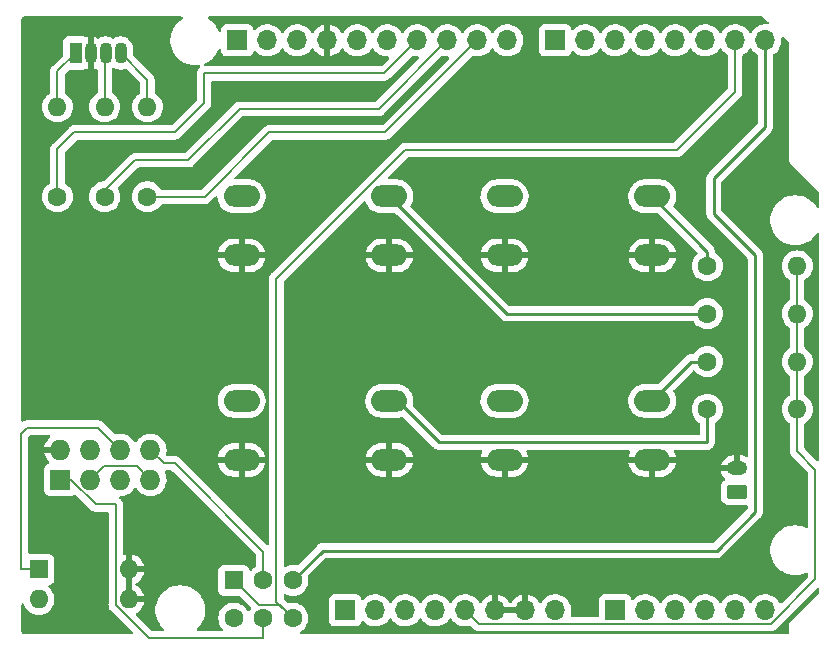
<source format=gtl>
%TF.GenerationSoftware,KiCad,Pcbnew,(6.0.10-0)*%
%TF.CreationDate,2023-01-28T21:33:06-05:00*%
%TF.ProjectId,AWB-0412_HeroShield,4157422d-3034-4313-925f-4865726f5368,rev?*%
%TF.SameCoordinates,Original*%
%TF.FileFunction,Copper,L1,Top*%
%TF.FilePolarity,Positive*%
%FSLAX46Y46*%
G04 Gerber Fmt 4.6, Leading zero omitted, Abs format (unit mm)*
G04 Created by KiCad (PCBNEW (6.0.10-0)) date 2023-01-28 21:33:06*
%MOMM*%
%LPD*%
G01*
G04 APERTURE LIST*
G04 Aperture macros list*
%AMRoundRect*
0 Rectangle with rounded corners*
0 $1 Rounding radius*
0 $2 $3 $4 $5 $6 $7 $8 $9 X,Y pos of 4 corners*
0 Add a 4 corners polygon primitive as box body*
4,1,4,$2,$3,$4,$5,$6,$7,$8,$9,$2,$3,0*
0 Add four circle primitives for the rounded corners*
1,1,$1+$1,$2,$3*
1,1,$1+$1,$4,$5*
1,1,$1+$1,$6,$7*
1,1,$1+$1,$8,$9*
0 Add four rect primitives between the rounded corners*
20,1,$1+$1,$2,$3,$4,$5,0*
20,1,$1+$1,$4,$5,$6,$7,0*
20,1,$1+$1,$6,$7,$8,$9,0*
20,1,$1+$1,$8,$9,$2,$3,0*%
G04 Aperture macros list end*
%TA.AperFunction,ComponentPad*%
%ADD10RoundRect,0.250000X0.625000X-0.350000X0.625000X0.350000X-0.625000X0.350000X-0.625000X-0.350000X0*%
%TD*%
%TA.AperFunction,ComponentPad*%
%ADD11O,1.750000X1.200000*%
%TD*%
%TA.AperFunction,ComponentPad*%
%ADD12O,3.048000X1.850000*%
%TD*%
%TA.AperFunction,ComponentPad*%
%ADD13C,1.600000*%
%TD*%
%TA.AperFunction,ComponentPad*%
%ADD14O,1.600000X1.600000*%
%TD*%
%TA.AperFunction,ComponentPad*%
%ADD15R,1.600000X1.600000*%
%TD*%
%TA.AperFunction,ComponentPad*%
%ADD16R,1.070000X1.800000*%
%TD*%
%TA.AperFunction,ComponentPad*%
%ADD17O,1.070000X1.800000*%
%TD*%
%TA.AperFunction,ComponentPad*%
%ADD18R,1.727200X1.727200*%
%TD*%
%TA.AperFunction,ComponentPad*%
%ADD19O,1.727200X1.727200*%
%TD*%
%TA.AperFunction,ComponentPad*%
%ADD20R,1.700000X1.700000*%
%TD*%
%TA.AperFunction,ComponentPad*%
%ADD21O,1.700000X1.700000*%
%TD*%
%TA.AperFunction,Conductor*%
%ADD22C,0.250000*%
%TD*%
%TA.AperFunction,Conductor*%
%ADD23C,0.200000*%
%TD*%
G04 APERTURE END LIST*
D10*
%TO.P,PWR,1*%
%TO.N,VCC*%
X161100000Y-87450000D03*
D11*
%TO.P,PWR,2*%
%TO.N,GND*%
X161100000Y-85450000D03*
%TD*%
D12*
%TO.P,Btn1,1,1*%
%TO.N,/2*%
X119160000Y-62420000D03*
X131660000Y-62420000D03*
%TO.P,Btn1,2,2*%
%TO.N,GND*%
X119160000Y-67420000D03*
X131660000Y-67420000D03*
%TD*%
D13*
%TO.P,220ohm,1*%
%TO.N,/\u002A10*%
X107570000Y-62450000D03*
D14*
%TO.P,220ohm,2*%
%TO.N,Net-(220ohm2-Pad2)*%
X107570000Y-54830000D03*
%TD*%
D13*
%TO.P,220ohm,1*%
%TO.N,/\u002A11*%
X103570000Y-62450000D03*
D14*
%TO.P,220ohm,2*%
%TO.N,Net-(D1-Pad1)*%
X103570000Y-54830000D03*
%TD*%
D12*
%TO.P,Btn3,1,1*%
%TO.N,/4*%
X131660000Y-79720000D03*
X119160000Y-79720000D03*
%TO.P,Btn3,2,2*%
%TO.N,GND*%
X119160000Y-84720000D03*
X131660000Y-84720000D03*
%TD*%
D15*
%TO.P,PrgmMode | RST,1*%
%TO.N,Net-(SW6-Pad1)*%
X102000000Y-94000000D03*
D14*
%TO.P,PrgmMode | RST,2*%
%TO.N,Net-(SW6-Pad2)*%
X102000000Y-96540000D03*
%TO.P,PrgmMode | RST,3*%
%TO.N,GND*%
X109620000Y-96540000D03*
%TO.P,PrgmMode | RST,4*%
X109620000Y-94000000D03*
%TD*%
D13*
%TO.P,10ohm,1*%
%TO.N,/4*%
X158590000Y-80450000D03*
D14*
%TO.P,10ohm,2*%
%TO.N,+5V*%
X166210000Y-80450000D03*
%TD*%
D13*
%TO.P,Hero Passthrough,6,C*%
%TO.N,/TX{slash}1*%
X123500000Y-98120000D03*
%TO.P,Hero Passthrough,5,B*%
%TO.N,Net-(SW5-Pad5)*%
X121000000Y-98120000D03*
%TO.P,Hero Passthrough,4,A*%
%TO.N,/RX{slash}0*%
X118500000Y-98120000D03*
%TO.P,Hero Passthrough,3,C*%
X123500000Y-94920000D03*
%TO.P,Hero Passthrough,2,B*%
%TO.N,Net-(SW5-Pad2)*%
X121000000Y-94920000D03*
D15*
%TO.P,Hero Passthrough,1,A*%
%TO.N,/TX{slash}1*%
X118500000Y-94920000D03*
%TD*%
D13*
%TO.P,220ohm,1*%
%TO.N,/\u002A9*%
X111190000Y-62450000D03*
D14*
%TO.P,220ohm,2*%
%TO.N,Net-(220ohm3-Pad2)*%
X111190000Y-54830000D03*
%TD*%
D12*
%TO.P,Btn2,1,1*%
%TO.N,/\u002A3*%
X141420000Y-62420000D03*
X153920000Y-62420000D03*
%TO.P,Btn2,2,2*%
%TO.N,GND*%
X153920000Y-67420000D03*
X141420000Y-67420000D03*
%TD*%
%TO.P,Btn4,1,1*%
%TO.N,/\u002A5*%
X153920000Y-79720000D03*
X141420000Y-79720000D03*
%TO.P,Btn4,2,2*%
%TO.N,GND*%
X153920000Y-84720000D03*
X141420000Y-84720000D03*
%TD*%
D13*
%TO.P,10ohm,1*%
%TO.N,/\u002A3*%
X158590000Y-68300000D03*
D14*
%TO.P,10ohm,2*%
%TO.N,+5V*%
X166210000Y-68300000D03*
%TD*%
D16*
%TO.P,LED,1,DO*%
%TO.N,Net-(D1-Pad1)*%
X105110900Y-50280000D03*
D17*
%TO.P,LED,2,GND*%
%TO.N,GND*%
X106380900Y-50280000D03*
%TO.P,LED,3,VDD*%
%TO.N,Net-(220ohm2-Pad2)*%
X107650900Y-50280000D03*
%TO.P,LED,4,DI*%
%TO.N,Net-(220ohm3-Pad2)*%
X108920900Y-50280000D03*
%TD*%
D13*
%TO.P,10ohm,1*%
%TO.N,/2*%
X158590000Y-72350000D03*
D14*
%TO.P,10ohm,2*%
%TO.N,+5V*%
X166210000Y-72350000D03*
%TD*%
D18*
%TO.P,ESP8266 ESP-01,1,UTXD*%
%TO.N,Net-(SW5-Pad5)*%
X103810000Y-86411000D03*
D19*
%TO.P,ESP8266 ESP-01,2,GND*%
%TO.N,GND*%
X103810000Y-83871000D03*
%TO.P,ESP8266 ESP-01,3,CH_PD*%
%TO.N,+3V3*%
X106350000Y-86411000D03*
%TO.P,ESP8266 ESP-01,4,GPIO2*%
%TO.N,unconnected-(U1-Pad4)*%
X106350000Y-83871000D03*
%TO.P,ESP8266 ESP-01,5,RST*%
%TO.N,Net-(SW6-Pad2)*%
X108890000Y-86411000D03*
%TO.P,ESP8266 ESP-01,6,GPIO0*%
%TO.N,Net-(SW6-Pad1)*%
X108890000Y-83871000D03*
%TO.P,ESP8266 ESP-01,7,VCC*%
%TO.N,+3V3*%
X111430000Y-86411000D03*
%TO.P,ESP8266 ESP-01,8,URXD*%
%TO.N,Net-(SW5-Pad2)*%
X111430000Y-83871000D03*
%TD*%
D13*
%TO.P,10ohm,1*%
%TO.N,/\u002A5*%
X158590000Y-76400000D03*
D14*
%TO.P,10ohm,2*%
%TO.N,+5V*%
X166210000Y-76400000D03*
%TD*%
D20*
%TO.P,J1,1,Pin_1*%
%TO.N,unconnected-(J1-Pad1)*%
X127940000Y-97460000D03*
D21*
%TO.P,J1,2,Pin_2*%
%TO.N,/IOREF*%
X130480000Y-97460000D03*
%TO.P,J1,3,Pin_3*%
%TO.N,/~{RESET}*%
X133020000Y-97460000D03*
%TO.P,J1,4,Pin_4*%
%TO.N,+3V3*%
X135560000Y-97460000D03*
%TO.P,J1,5,Pin_5*%
%TO.N,+5V*%
X138100000Y-97460000D03*
%TO.P,J1,6,Pin_6*%
%TO.N,GND*%
X140640000Y-97460000D03*
%TO.P,J1,7,Pin_7*%
X143180000Y-97460000D03*
%TO.P,J1,8,Pin_8*%
%TO.N,VCC*%
X145720000Y-97460000D03*
%TD*%
D20*
%TO.P,J3,1,Pin_1*%
%TO.N,/A0*%
X150800000Y-97460000D03*
D21*
%TO.P,J3,2,Pin_2*%
%TO.N,/A1*%
X153340000Y-97460000D03*
%TO.P,J3,3,Pin_3*%
%TO.N,/A2*%
X155880000Y-97460000D03*
%TO.P,J3,4,Pin_4*%
%TO.N,/A3*%
X158420000Y-97460000D03*
%TO.P,J3,5,Pin_5*%
%TO.N,/SDA{slash}A4*%
X160960000Y-97460000D03*
%TO.P,J3,6,Pin_6*%
%TO.N,/SCL{slash}A5*%
X163500000Y-97460000D03*
%TD*%
D20*
%TO.P,J2,1,Pin_1*%
%TO.N,/SCL{slash}A5*%
X118796000Y-49200000D03*
D21*
%TO.P,J2,2,Pin_2*%
%TO.N,/SDA{slash}A4*%
X121336000Y-49200000D03*
%TO.P,J2,3,Pin_3*%
%TO.N,/AREF*%
X123876000Y-49200000D03*
%TO.P,J2,4,Pin_4*%
%TO.N,GND*%
X126416000Y-49200000D03*
%TO.P,J2,5,Pin_5*%
%TO.N,/13*%
X128956000Y-49200000D03*
%TO.P,J2,6,Pin_6*%
%TO.N,/12*%
X131496000Y-49200000D03*
%TO.P,J2,7,Pin_7*%
%TO.N,/\u002A11*%
X134036000Y-49200000D03*
%TO.P,J2,8,Pin_8*%
%TO.N,/\u002A10*%
X136576000Y-49200000D03*
%TO.P,J2,9,Pin_9*%
%TO.N,/\u002A9*%
X139116000Y-49200000D03*
%TO.P,J2,10,Pin_10*%
%TO.N,/8*%
X141656000Y-49200000D03*
%TD*%
D20*
%TO.P,J4,1,Pin_1*%
%TO.N,/7*%
X145720000Y-49200000D03*
D21*
%TO.P,J4,2,Pin_2*%
%TO.N,/\u002A6*%
X148260000Y-49200000D03*
%TO.P,J4,3,Pin_3*%
%TO.N,/\u002A5*%
X150800000Y-49200000D03*
%TO.P,J4,4,Pin_4*%
%TO.N,/4*%
X153340000Y-49200000D03*
%TO.P,J4,5,Pin_5*%
%TO.N,/\u002A3*%
X155880000Y-49200000D03*
%TO.P,J4,6,Pin_6*%
%TO.N,/2*%
X158420000Y-49200000D03*
%TO.P,J4,7,Pin_7*%
%TO.N,/TX{slash}1*%
X160960000Y-49200000D03*
%TO.P,J4,8,Pin_8*%
%TO.N,/RX{slash}0*%
X163500000Y-49200000D03*
%TD*%
D22*
%TO.N,/RX{slash}0*%
X163500000Y-49200000D02*
X163500000Y-56550000D01*
X163500000Y-56550000D02*
X159150000Y-60900000D01*
X162650000Y-89150000D02*
X159400000Y-92400000D01*
X159150000Y-60900000D02*
X159150000Y-63900000D01*
X126020000Y-92400000D02*
X123500000Y-94920000D01*
X159150000Y-63900000D02*
X162650000Y-67400000D01*
X162650000Y-67400000D02*
X162650000Y-89150000D01*
X159400000Y-92400000D02*
X126020000Y-92400000D01*
D23*
%TO.N,+5V*%
X166210000Y-72350000D02*
X166210000Y-68300000D01*
X166210000Y-76400000D02*
X166210000Y-72350000D01*
X166210000Y-80450000D02*
X166210000Y-76400000D01*
X166167000Y-83970000D02*
X166210000Y-83927000D01*
X166210000Y-83927000D02*
X166210000Y-80450000D01*
D22*
%TO.N,/4*%
X158590000Y-80450000D02*
X158590000Y-83210000D01*
X158590000Y-83210000D02*
X158550000Y-83250000D01*
X158550000Y-83250000D02*
X135900000Y-83250000D01*
X135900000Y-83250000D02*
X132370000Y-79720000D01*
X132370000Y-79720000D02*
X131660000Y-79720000D01*
%TO.N,/\u002A5*%
X158590000Y-76400000D02*
X157240000Y-76400000D01*
X157240000Y-76400000D02*
X153920000Y-79720000D01*
%TO.N,/2*%
X158590000Y-72350000D02*
X141590000Y-72350000D01*
X141590000Y-72350000D02*
X131660000Y-62420000D01*
%TO.N,/\u002A3*%
X158590000Y-68300000D02*
X158590000Y-67090000D01*
X158590000Y-67090000D02*
X153920000Y-62420000D01*
D23*
%TO.N,/\u002A10*%
X107570000Y-62450000D02*
X107620000Y-62400000D01*
X107620000Y-61900000D02*
X110160000Y-59360000D01*
X107620000Y-62400000D02*
X107620000Y-61900000D01*
X114640000Y-59360000D02*
X119000000Y-55000000D01*
X110160000Y-59360000D02*
X114640000Y-59360000D01*
X119000000Y-55000000D02*
X130776000Y-55000000D01*
X130776000Y-55000000D02*
X136576000Y-49200000D01*
%TO.N,/\u002A9*%
X111190000Y-62450000D02*
X116050000Y-62450000D01*
X121500000Y-57000000D02*
X131316000Y-57000000D01*
X116050000Y-62450000D02*
X121500000Y-57000000D01*
X131316000Y-57000000D02*
X139116000Y-49200000D01*
%TO.N,/\u002A11*%
X103570000Y-62450000D02*
X103570000Y-58430000D01*
X113500000Y-57000000D02*
X116000000Y-54500000D01*
X103570000Y-58430000D02*
X105000000Y-57000000D01*
X105000000Y-57000000D02*
X113500000Y-57000000D01*
X116000000Y-54500000D02*
X116000000Y-52000000D01*
X116000000Y-52000000D02*
X131236000Y-52000000D01*
X131236000Y-52000000D02*
X134036000Y-49200000D01*
%TO.N,+5V*%
X163976346Y-98610000D02*
X139250000Y-98610000D01*
X167740001Y-94846345D02*
X163976346Y-98610000D01*
X166167000Y-83970000D02*
X167740001Y-85543001D01*
X139250000Y-98610000D02*
X138100000Y-97460000D01*
X167740001Y-85543001D02*
X167740001Y-94846345D01*
%TO.N,/\u002A10*%
X107370000Y-62410000D02*
X107370000Y-62150000D01*
%TO.N,/\u002A5*%
X154120000Y-79920000D02*
X153920000Y-79720000D01*
%TO.N,/TX{slash}1*%
X122100000Y-69400000D02*
X133000000Y-58500000D01*
X122100000Y-96720000D02*
X122100000Y-69400000D01*
X123500000Y-98120000D02*
X122100000Y-96720000D01*
X156000000Y-58500000D02*
X160960000Y-53540000D01*
X120600000Y-97020000D02*
X122400000Y-97020000D01*
X118500000Y-94920000D02*
X120600000Y-97020000D01*
X122400000Y-97020000D02*
X123500000Y-98120000D01*
X133000000Y-58500000D02*
X156000000Y-58500000D01*
X160960000Y-53540000D02*
X160960000Y-49200000D01*
%TO.N,+3V3*%
X106350000Y-86411000D02*
X107513600Y-85247400D01*
X110266400Y-85247400D02*
X111430000Y-86411000D01*
X107513600Y-85247400D02*
X110266400Y-85247400D01*
%TO.N,Net-(D1-Pad1)*%
X103570000Y-54830000D02*
X103570000Y-51820900D01*
X103570000Y-51820900D02*
X105110900Y-50280000D01*
%TO.N,Net-(220ohm2-Pad2)*%
X107570000Y-50360900D02*
X107650900Y-50280000D01*
X107570000Y-54830000D02*
X107570000Y-50360900D01*
%TO.N,Net-(SW5-Pad5)*%
X106793421Y-88500000D02*
X108500000Y-88500000D01*
X104704421Y-86411000D02*
X106793421Y-88500000D01*
X108500000Y-88500000D02*
X108500000Y-97000000D01*
X111325000Y-99825000D02*
X121000000Y-99825000D01*
X103810000Y-86411000D02*
X104704421Y-86411000D01*
X108500000Y-97000000D02*
X111325000Y-99825000D01*
X121000000Y-99825000D02*
X121000000Y-98120000D01*
%TO.N,Net-(SW5-Pad2)*%
X111430000Y-83871000D02*
X112559000Y-85000000D01*
X111430000Y-83871000D02*
X111430000Y-83570000D01*
X121000000Y-92500000D02*
X121000000Y-94920000D01*
X111430000Y-83570000D02*
X111500000Y-83500000D01*
X113500000Y-85000000D02*
X121000000Y-92500000D01*
X112559000Y-85000000D02*
X113500000Y-85000000D01*
%TO.N,Net-(SW6-Pad1)*%
X102000000Y-94000000D02*
X102540000Y-94540000D01*
X108890000Y-83871000D02*
X107019000Y-82000000D01*
X100500000Y-94000000D02*
X102000000Y-94000000D01*
X107019000Y-82000000D02*
X101000000Y-82000000D01*
X101000000Y-82000000D02*
X100500000Y-82500000D01*
X100500000Y-82500000D02*
X100500000Y-94000000D01*
%TO.N,Net-(220ohm3-Pad2)*%
X111190000Y-54830000D02*
X111190000Y-52549100D01*
X111190000Y-54830000D02*
X110710000Y-54830000D01*
X111190000Y-52549100D02*
X108920900Y-50280000D01*
%TD*%
%TA.AperFunction,Conductor*%
%TO.N,GND*%
G36*
X102897423Y-82628502D02*
G01*
X102943916Y-82682158D01*
X102954020Y-82752432D01*
X102924526Y-82817012D01*
X102904956Y-82835260D01*
X102900368Y-82838705D01*
X102892666Y-82845543D01*
X102743984Y-83001129D01*
X102737498Y-83009139D01*
X102616232Y-83186908D01*
X102611134Y-83195882D01*
X102520530Y-83391071D01*
X102516967Y-83400758D01*
X102460536Y-83604239D01*
X102462233Y-83613609D01*
X102474610Y-83617000D01*
X103938000Y-83617000D01*
X104006121Y-83637002D01*
X104052614Y-83690658D01*
X104064000Y-83743000D01*
X104064000Y-83999000D01*
X104043998Y-84067121D01*
X103990342Y-84113614D01*
X103938000Y-84125000D01*
X102479283Y-84125000D01*
X102465752Y-84128973D01*
X102464315Y-84138966D01*
X102495542Y-84277528D01*
X102498621Y-84287356D01*
X102579589Y-84486756D01*
X102584232Y-84495947D01*
X102696682Y-84679448D01*
X102702765Y-84687759D01*
X102843661Y-84850413D01*
X102844295Y-84851034D01*
X102844471Y-84851348D01*
X102847053Y-84854329D01*
X102846438Y-84854862D01*
X102878973Y-84912985D01*
X102874653Y-84983850D01*
X102832706Y-85041130D01*
X102800371Y-85059043D01*
X102739481Y-85081870D01*
X102699695Y-85096785D01*
X102583139Y-85184139D01*
X102495785Y-85300695D01*
X102444655Y-85437084D01*
X102437900Y-85499266D01*
X102437900Y-87322734D01*
X102444655Y-87384916D01*
X102495785Y-87521305D01*
X102583139Y-87637861D01*
X102699695Y-87725215D01*
X102836084Y-87776345D01*
X102898266Y-87783100D01*
X104721734Y-87783100D01*
X104783916Y-87776345D01*
X104920305Y-87725215D01*
X104968807Y-87688865D01*
X105035312Y-87664016D01*
X105104695Y-87679068D01*
X105133467Y-87700595D01*
X106329106Y-88896234D01*
X106339973Y-88908625D01*
X106359434Y-88933987D01*
X106391346Y-88958474D01*
X106391349Y-88958477D01*
X106486545Y-89031524D01*
X106634570Y-89092838D01*
X106642757Y-89093916D01*
X106642758Y-89093916D01*
X106653963Y-89095391D01*
X106685159Y-89099498D01*
X106753536Y-89108500D01*
X106753539Y-89108500D01*
X106753547Y-89108501D01*
X106785232Y-89112672D01*
X106793421Y-89113750D01*
X106825114Y-89109578D01*
X106841557Y-89108500D01*
X107765500Y-89108500D01*
X107833621Y-89128502D01*
X107880114Y-89182158D01*
X107891500Y-89234500D01*
X107891500Y-96951864D01*
X107890422Y-96968307D01*
X107886250Y-97000000D01*
X107891500Y-97039880D01*
X107891500Y-97039885D01*
X107902320Y-97122072D01*
X107907162Y-97158851D01*
X107968476Y-97306876D01*
X107973503Y-97313427D01*
X107973504Y-97313429D01*
X108041520Y-97402069D01*
X108041526Y-97402075D01*
X108066013Y-97433987D01*
X108072568Y-97439017D01*
X108091379Y-97453452D01*
X108103770Y-97464319D01*
X109915856Y-99276405D01*
X109949882Y-99338717D01*
X109944817Y-99409532D01*
X109902270Y-99466368D01*
X109835750Y-99491179D01*
X109826761Y-99491500D01*
X100811367Y-99491500D01*
X100791982Y-99490000D01*
X100777149Y-99487690D01*
X100777145Y-99487690D01*
X100768276Y-99486309D01*
X100759371Y-99487473D01*
X100750402Y-99487364D01*
X100750412Y-99486550D01*
X100728902Y-99486257D01*
X100703378Y-99482215D01*
X100665884Y-99470033D01*
X100630776Y-99452145D01*
X100598883Y-99428973D01*
X100571027Y-99401117D01*
X100547855Y-99369225D01*
X100529966Y-99334116D01*
X100517785Y-99296622D01*
X100514661Y-99276894D01*
X100513769Y-99250554D01*
X100513576Y-99250552D01*
X100513627Y-99246357D01*
X100513729Y-99238000D01*
X100509773Y-99210376D01*
X100508500Y-99192514D01*
X100508500Y-96986366D01*
X100528502Y-96918245D01*
X100582158Y-96871752D01*
X100652432Y-96861648D01*
X100717012Y-96891142D01*
X100756207Y-96953755D01*
X100760937Y-96971406D01*
X100765716Y-96989243D01*
X100768039Y-96994224D01*
X100768039Y-96994225D01*
X100860151Y-97191762D01*
X100860154Y-97191767D01*
X100862477Y-97196749D01*
X100993802Y-97384300D01*
X101155700Y-97546198D01*
X101160208Y-97549355D01*
X101160211Y-97549357D01*
X101215399Y-97588000D01*
X101343251Y-97677523D01*
X101348233Y-97679846D01*
X101348238Y-97679849D01*
X101494538Y-97748069D01*
X101550757Y-97774284D01*
X101556065Y-97775706D01*
X101556067Y-97775707D01*
X101766598Y-97832119D01*
X101766600Y-97832119D01*
X101771913Y-97833543D01*
X102000000Y-97853498D01*
X102228087Y-97833543D01*
X102233400Y-97832119D01*
X102233402Y-97832119D01*
X102443933Y-97775707D01*
X102443935Y-97775706D01*
X102449243Y-97774284D01*
X102505462Y-97748069D01*
X102651762Y-97679849D01*
X102651767Y-97679846D01*
X102656749Y-97677523D01*
X102784601Y-97588000D01*
X102839789Y-97549357D01*
X102839792Y-97549355D01*
X102844300Y-97546198D01*
X103006198Y-97384300D01*
X103137523Y-97196749D01*
X103139846Y-97191767D01*
X103139849Y-97191762D01*
X103231961Y-96994225D01*
X103231961Y-96994224D01*
X103234284Y-96989243D01*
X103239064Y-96971406D01*
X103292119Y-96773402D01*
X103292119Y-96773400D01*
X103293543Y-96768087D01*
X103313498Y-96540000D01*
X103293543Y-96311913D01*
X103292119Y-96306598D01*
X103235707Y-96096067D01*
X103235706Y-96096065D01*
X103234284Y-96090757D01*
X103223556Y-96067750D01*
X103139849Y-95888238D01*
X103139846Y-95888233D01*
X103137523Y-95883251D01*
X103006198Y-95695700D01*
X102844300Y-95533802D01*
X102839789Y-95530643D01*
X102835576Y-95527108D01*
X102836527Y-95525974D01*
X102796529Y-95475929D01*
X102789224Y-95405310D01*
X102821258Y-95341951D01*
X102882462Y-95305970D01*
X102899517Y-95302918D01*
X102910316Y-95301745D01*
X103046705Y-95250615D01*
X103163261Y-95163261D01*
X103250615Y-95046705D01*
X103301745Y-94910316D01*
X103308500Y-94848134D01*
X103308500Y-93151866D01*
X103301745Y-93089684D01*
X103250615Y-92953295D01*
X103163261Y-92836739D01*
X103046705Y-92749385D01*
X102910316Y-92698255D01*
X102848134Y-92691500D01*
X101234500Y-92691500D01*
X101166379Y-92671498D01*
X101119886Y-92617842D01*
X101108500Y-92565500D01*
X101108500Y-82804239D01*
X101128502Y-82736118D01*
X101145405Y-82715144D01*
X101215144Y-82645405D01*
X101277456Y-82611379D01*
X101304239Y-82608500D01*
X102829302Y-82608500D01*
X102897423Y-82628502D01*
G37*
%TD.AperFunction*%
%TA.AperFunction,Conductor*%
G36*
X165050298Y-48931520D02*
G01*
X165064961Y-48944090D01*
X165494595Y-49373724D01*
X165528621Y-49436036D01*
X165531500Y-49462819D01*
X165531500Y-59288928D01*
X165530145Y-59301058D01*
X165530627Y-59301097D01*
X165529907Y-59310044D01*
X165527926Y-59318800D01*
X165528482Y-59327760D01*
X165531258Y-59372508D01*
X165531500Y-59380310D01*
X165531500Y-59396513D01*
X165532136Y-59400953D01*
X165532984Y-59406878D01*
X165534013Y-59416928D01*
X165536945Y-59464177D01*
X165539994Y-59472623D01*
X165540593Y-59475514D01*
X165544822Y-59492480D01*
X165545648Y-59495305D01*
X165546920Y-59504187D01*
X165566522Y-59547298D01*
X165570327Y-59556647D01*
X165586404Y-59601181D01*
X165591699Y-59608429D01*
X165593080Y-59611027D01*
X165601915Y-59626145D01*
X165603494Y-59628614D01*
X165607208Y-59636782D01*
X165613064Y-59643578D01*
X165638115Y-59672652D01*
X165644401Y-59680569D01*
X165649548Y-59687615D01*
X165649553Y-59687620D01*
X165652425Y-59691552D01*
X165663400Y-59702527D01*
X165669758Y-59709374D01*
X165702287Y-59747127D01*
X165709822Y-59752011D01*
X165716066Y-59757458D01*
X165727931Y-59767058D01*
X168034595Y-62073723D01*
X168068621Y-62136035D01*
X168071500Y-62162818D01*
X168071500Y-63272636D01*
X168051498Y-63340757D01*
X167997842Y-63387250D01*
X167927568Y-63397354D01*
X167862988Y-63367860D01*
X167837384Y-63337342D01*
X167777643Y-63237521D01*
X167777640Y-63237517D01*
X167775439Y-63233839D01*
X167595687Y-63009472D01*
X167436723Y-62858621D01*
X167390258Y-62814527D01*
X167390255Y-62814525D01*
X167387149Y-62811577D01*
X167153683Y-62643814D01*
X167131843Y-62632250D01*
X166996247Y-62560456D01*
X166899608Y-62509288D01*
X166653666Y-62419286D01*
X166633658Y-62411964D01*
X166633656Y-62411963D01*
X166629627Y-62410489D01*
X166348736Y-62349245D01*
X166317685Y-62346801D01*
X166125718Y-62331693D01*
X166125709Y-62331693D01*
X166123261Y-62331500D01*
X165967729Y-62331500D01*
X165965593Y-62331646D01*
X165965582Y-62331646D01*
X165757452Y-62345835D01*
X165757446Y-62345836D01*
X165753175Y-62346127D01*
X165748980Y-62346996D01*
X165748978Y-62346996D01*
X165612417Y-62375276D01*
X165471658Y-62404426D01*
X165200657Y-62500393D01*
X164945188Y-62632250D01*
X164941687Y-62634711D01*
X164941683Y-62634713D01*
X164872406Y-62683402D01*
X164709977Y-62797559D01*
X164499378Y-62993260D01*
X164317287Y-63215732D01*
X164167073Y-63460858D01*
X164165347Y-63464791D01*
X164165346Y-63464792D01*
X164125239Y-63556159D01*
X164051517Y-63724102D01*
X164050342Y-63728229D01*
X164050341Y-63728230D01*
X164038459Y-63769941D01*
X163972756Y-64000594D01*
X163932249Y-64285216D01*
X163932227Y-64289505D01*
X163932226Y-64289512D01*
X163930765Y-64568417D01*
X163930743Y-64572703D01*
X163968268Y-64857734D01*
X164044129Y-65135036D01*
X164156923Y-65399476D01*
X164159130Y-65403163D01*
X164281206Y-65607137D01*
X164304561Y-65646161D01*
X164484313Y-65870528D01*
X164692851Y-66068423D01*
X164926317Y-66236186D01*
X164930112Y-66238195D01*
X164930113Y-66238196D01*
X164951869Y-66249715D01*
X165180392Y-66370712D01*
X165450373Y-66469511D01*
X165731264Y-66530755D01*
X165759841Y-66533004D01*
X165954282Y-66548307D01*
X165954291Y-66548307D01*
X165956739Y-66548500D01*
X166112271Y-66548500D01*
X166114407Y-66548354D01*
X166114418Y-66548354D01*
X166322548Y-66534165D01*
X166322554Y-66534164D01*
X166326825Y-66533873D01*
X166331020Y-66533004D01*
X166331022Y-66533004D01*
X166467584Y-66504723D01*
X166608342Y-66475574D01*
X166879343Y-66379607D01*
X167021753Y-66306104D01*
X167131005Y-66249715D01*
X167131006Y-66249715D01*
X167134812Y-66247750D01*
X167138313Y-66245289D01*
X167138317Y-66245287D01*
X167265971Y-66155570D01*
X167370023Y-66082441D01*
X167470931Y-65988671D01*
X167577479Y-65889661D01*
X167577481Y-65889658D01*
X167580622Y-65886740D01*
X167762713Y-65664268D01*
X167838067Y-65541302D01*
X167890715Y-65493671D01*
X167960757Y-65482064D01*
X168025954Y-65510167D01*
X168065608Y-65569058D01*
X168071500Y-65607137D01*
X168071500Y-84709761D01*
X168051498Y-84777882D01*
X167997842Y-84824375D01*
X167927568Y-84834479D01*
X167862988Y-84804985D01*
X167856405Y-84798856D01*
X166855405Y-83797856D01*
X166821379Y-83735544D01*
X166818500Y-83708761D01*
X166818500Y-81686899D01*
X166838502Y-81618778D01*
X166872229Y-81583686D01*
X167049789Y-81459357D01*
X167049792Y-81459355D01*
X167054300Y-81456198D01*
X167216198Y-81294300D01*
X167347523Y-81106749D01*
X167349846Y-81101767D01*
X167349849Y-81101762D01*
X167441961Y-80904225D01*
X167441961Y-80904224D01*
X167444284Y-80899243D01*
X167455829Y-80856159D01*
X167502119Y-80683402D01*
X167502119Y-80683400D01*
X167503543Y-80678087D01*
X167523498Y-80450000D01*
X167503543Y-80221913D01*
X167502119Y-80216598D01*
X167445707Y-80006067D01*
X167445706Y-80006065D01*
X167444284Y-80000757D01*
X167362539Y-79825453D01*
X167349849Y-79798238D01*
X167349846Y-79798233D01*
X167347523Y-79793251D01*
X167216198Y-79605700D01*
X167054300Y-79443802D01*
X167049792Y-79440645D01*
X167049789Y-79440643D01*
X166872229Y-79316314D01*
X166827901Y-79260857D01*
X166818500Y-79213101D01*
X166818500Y-77636899D01*
X166838502Y-77568778D01*
X166872229Y-77533686D01*
X167049789Y-77409357D01*
X167049792Y-77409355D01*
X167054300Y-77406198D01*
X167216198Y-77244300D01*
X167219361Y-77239784D01*
X167274098Y-77161611D01*
X167347523Y-77056749D01*
X167349846Y-77051767D01*
X167349849Y-77051762D01*
X167441961Y-76854225D01*
X167441961Y-76854224D01*
X167444284Y-76849243D01*
X167503543Y-76628087D01*
X167523498Y-76400000D01*
X167503543Y-76171913D01*
X167451419Y-75977384D01*
X167445707Y-75956067D01*
X167445706Y-75956065D01*
X167444284Y-75950757D01*
X167431164Y-75922620D01*
X167349849Y-75748238D01*
X167349846Y-75748233D01*
X167347523Y-75743251D01*
X167216198Y-75555700D01*
X167054300Y-75393802D01*
X167049792Y-75390645D01*
X167049789Y-75390643D01*
X166872229Y-75266314D01*
X166827901Y-75210857D01*
X166818500Y-75163101D01*
X166818500Y-73586899D01*
X166838502Y-73518778D01*
X166872229Y-73483686D01*
X167049789Y-73359357D01*
X167049792Y-73359355D01*
X167054300Y-73356198D01*
X167216198Y-73194300D01*
X167347523Y-73006749D01*
X167349846Y-73001767D01*
X167349849Y-73001762D01*
X167441961Y-72804225D01*
X167441961Y-72804224D01*
X167444284Y-72799243D01*
X167503543Y-72578087D01*
X167523498Y-72350000D01*
X167503543Y-72121913D01*
X167444284Y-71900757D01*
X167441961Y-71895775D01*
X167349849Y-71698238D01*
X167349846Y-71698233D01*
X167347523Y-71693251D01*
X167216198Y-71505700D01*
X167054300Y-71343802D01*
X167049792Y-71340645D01*
X167049789Y-71340643D01*
X166872229Y-71216314D01*
X166827901Y-71160857D01*
X166818500Y-71113101D01*
X166818500Y-69536899D01*
X166838502Y-69468778D01*
X166872229Y-69433686D01*
X167049789Y-69309357D01*
X167049792Y-69309355D01*
X167054300Y-69306198D01*
X167216198Y-69144300D01*
X167246690Y-69100754D01*
X167344366Y-68961257D01*
X167347523Y-68956749D01*
X167349846Y-68951767D01*
X167349849Y-68951762D01*
X167441961Y-68754225D01*
X167441961Y-68754224D01*
X167444284Y-68749243D01*
X167500250Y-68540379D01*
X167502119Y-68533402D01*
X167502119Y-68533400D01*
X167503543Y-68528087D01*
X167523498Y-68300000D01*
X167503543Y-68071913D01*
X167444284Y-67850757D01*
X167441961Y-67845775D01*
X167349849Y-67648238D01*
X167349846Y-67648233D01*
X167347523Y-67643251D01*
X167216198Y-67455700D01*
X167054300Y-67293802D01*
X167049792Y-67290645D01*
X167049789Y-67290643D01*
X166968656Y-67233833D01*
X166866749Y-67162477D01*
X166861767Y-67160154D01*
X166861762Y-67160151D01*
X166664225Y-67068039D01*
X166664224Y-67068039D01*
X166659243Y-67065716D01*
X166653935Y-67064294D01*
X166653933Y-67064293D01*
X166443402Y-67007881D01*
X166443400Y-67007881D01*
X166438087Y-67006457D01*
X166210000Y-66986502D01*
X165981913Y-67006457D01*
X165976600Y-67007881D01*
X165976598Y-67007881D01*
X165766067Y-67064293D01*
X165766065Y-67064294D01*
X165760757Y-67065716D01*
X165755776Y-67068039D01*
X165755775Y-67068039D01*
X165558238Y-67160151D01*
X165558233Y-67160154D01*
X165553251Y-67162477D01*
X165451344Y-67233833D01*
X165370211Y-67290643D01*
X165370208Y-67290645D01*
X165365700Y-67293802D01*
X165203802Y-67455700D01*
X165072477Y-67643251D01*
X165070154Y-67648233D01*
X165070151Y-67648238D01*
X164978039Y-67845775D01*
X164975716Y-67850757D01*
X164916457Y-68071913D01*
X164896502Y-68300000D01*
X164916457Y-68528087D01*
X164917881Y-68533400D01*
X164917881Y-68533402D01*
X164919751Y-68540379D01*
X164975716Y-68749243D01*
X164978039Y-68754224D01*
X164978039Y-68754225D01*
X165070151Y-68951762D01*
X165070154Y-68951767D01*
X165072477Y-68956749D01*
X165075634Y-68961257D01*
X165173311Y-69100754D01*
X165203802Y-69144300D01*
X165365700Y-69306198D01*
X165370208Y-69309355D01*
X165370211Y-69309357D01*
X165547771Y-69433686D01*
X165592099Y-69489143D01*
X165601500Y-69536899D01*
X165601500Y-71113101D01*
X165581498Y-71181222D01*
X165547771Y-71216314D01*
X165370211Y-71340643D01*
X165370208Y-71340645D01*
X165365700Y-71343802D01*
X165203802Y-71505700D01*
X165072477Y-71693251D01*
X165070154Y-71698233D01*
X165070151Y-71698238D01*
X164978039Y-71895775D01*
X164975716Y-71900757D01*
X164916457Y-72121913D01*
X164896502Y-72350000D01*
X164916457Y-72578087D01*
X164975716Y-72799243D01*
X164978039Y-72804224D01*
X164978039Y-72804225D01*
X165070151Y-73001762D01*
X165070154Y-73001767D01*
X165072477Y-73006749D01*
X165203802Y-73194300D01*
X165365700Y-73356198D01*
X165370208Y-73359355D01*
X165370211Y-73359357D01*
X165547771Y-73483686D01*
X165592099Y-73539143D01*
X165601500Y-73586899D01*
X165601500Y-75163101D01*
X165581498Y-75231222D01*
X165547771Y-75266314D01*
X165370211Y-75390643D01*
X165370208Y-75390645D01*
X165365700Y-75393802D01*
X165203802Y-75555700D01*
X165072477Y-75743251D01*
X165070154Y-75748233D01*
X165070151Y-75748238D01*
X164988836Y-75922620D01*
X164975716Y-75950757D01*
X164974294Y-75956065D01*
X164974293Y-75956067D01*
X164968581Y-75977384D01*
X164916457Y-76171913D01*
X164896502Y-76400000D01*
X164916457Y-76628087D01*
X164975716Y-76849243D01*
X164978039Y-76854224D01*
X164978039Y-76854225D01*
X165070151Y-77051762D01*
X165070154Y-77051767D01*
X165072477Y-77056749D01*
X165145902Y-77161611D01*
X165200640Y-77239784D01*
X165203802Y-77244300D01*
X165365700Y-77406198D01*
X165370208Y-77409355D01*
X165370211Y-77409357D01*
X165547771Y-77533686D01*
X165592099Y-77589143D01*
X165601500Y-77636899D01*
X165601500Y-79213101D01*
X165581498Y-79281222D01*
X165547771Y-79316314D01*
X165370211Y-79440643D01*
X165370208Y-79440645D01*
X165365700Y-79443802D01*
X165203802Y-79605700D01*
X165072477Y-79793251D01*
X165070154Y-79798233D01*
X165070151Y-79798238D01*
X165057461Y-79825453D01*
X164975716Y-80000757D01*
X164974294Y-80006065D01*
X164974293Y-80006067D01*
X164917881Y-80216598D01*
X164916457Y-80221913D01*
X164896502Y-80450000D01*
X164916457Y-80678087D01*
X164917881Y-80683400D01*
X164917881Y-80683402D01*
X164964172Y-80856159D01*
X164975716Y-80899243D01*
X164978039Y-80904224D01*
X164978039Y-80904225D01*
X165070151Y-81101762D01*
X165070154Y-81101767D01*
X165072477Y-81106749D01*
X165203802Y-81294300D01*
X165365700Y-81456198D01*
X165370208Y-81459355D01*
X165370211Y-81459357D01*
X165547771Y-81583686D01*
X165592099Y-81639143D01*
X165601500Y-81686899D01*
X165601500Y-83720086D01*
X165591909Y-83768304D01*
X165574162Y-83811149D01*
X165573084Y-83819336D01*
X165573084Y-83819337D01*
X165565009Y-83880673D01*
X165553250Y-83970000D01*
X165554328Y-83978189D01*
X165566036Y-84067121D01*
X165574162Y-84128851D01*
X165635476Y-84276876D01*
X165640502Y-84283426D01*
X165702391Y-84364080D01*
X165733013Y-84403987D01*
X165739559Y-84409010D01*
X165739562Y-84409013D01*
X165758379Y-84423452D01*
X165770770Y-84434319D01*
X167094596Y-85758145D01*
X167128622Y-85820457D01*
X167131501Y-85847240D01*
X167131501Y-90362784D01*
X167111499Y-90430905D01*
X167057843Y-90477398D01*
X166987569Y-90487502D01*
X166946546Y-90474140D01*
X166899608Y-90449288D01*
X166629627Y-90350489D01*
X166348736Y-90289245D01*
X166317685Y-90286801D01*
X166125718Y-90271693D01*
X166125709Y-90271693D01*
X166123261Y-90271500D01*
X165967729Y-90271500D01*
X165965593Y-90271646D01*
X165965582Y-90271646D01*
X165757452Y-90285835D01*
X165757446Y-90285836D01*
X165753175Y-90286127D01*
X165748980Y-90286996D01*
X165748978Y-90286996D01*
X165612416Y-90315277D01*
X165471658Y-90344426D01*
X165200657Y-90440393D01*
X164945188Y-90572250D01*
X164941687Y-90574711D01*
X164941683Y-90574713D01*
X164827582Y-90654905D01*
X164709977Y-90737559D01*
X164499378Y-90933260D01*
X164317287Y-91155732D01*
X164167073Y-91400858D01*
X164051517Y-91664102D01*
X164050342Y-91668229D01*
X164050341Y-91668230D01*
X164022204Y-91767005D01*
X163972756Y-91940594D01*
X163932249Y-92225216D01*
X163930743Y-92512703D01*
X163968268Y-92797734D01*
X163969401Y-92801874D01*
X163969401Y-92801876D01*
X163980903Y-92843919D01*
X164044129Y-93075036D01*
X164156923Y-93339476D01*
X164304561Y-93586161D01*
X164484313Y-93810528D01*
X164692851Y-94008423D01*
X164926317Y-94176186D01*
X165180392Y-94310712D01*
X165450373Y-94409511D01*
X165731264Y-94470755D01*
X165759841Y-94473004D01*
X165954282Y-94488307D01*
X165954291Y-94488307D01*
X165956739Y-94488500D01*
X166112271Y-94488500D01*
X166114407Y-94488354D01*
X166114418Y-94488354D01*
X166322548Y-94474165D01*
X166322554Y-94474164D01*
X166326825Y-94473873D01*
X166331020Y-94473004D01*
X166331022Y-94473004D01*
X166472231Y-94443761D01*
X166608342Y-94415574D01*
X166879343Y-94319607D01*
X166883152Y-94317641D01*
X166883159Y-94317638D01*
X166947712Y-94284320D01*
X167017419Y-94270851D01*
X167083342Y-94297207D01*
X167124552Y-94355019D01*
X167131501Y-94396286D01*
X167131501Y-94542107D01*
X167111499Y-94610228D01*
X167094596Y-94631202D01*
X164893515Y-96832282D01*
X164831203Y-96866308D01*
X164760387Y-96861243D01*
X164703552Y-96818696D01*
X164698628Y-96811627D01*
X164695623Y-96806981D01*
X164580014Y-96628277D01*
X164429670Y-96463051D01*
X164425619Y-96459852D01*
X164425615Y-96459848D01*
X164258414Y-96327800D01*
X164258410Y-96327798D01*
X164254359Y-96324598D01*
X164245525Y-96319721D01*
X164202136Y-96295769D01*
X164058789Y-96216638D01*
X164053920Y-96214914D01*
X164053916Y-96214912D01*
X163853087Y-96143795D01*
X163853083Y-96143794D01*
X163848212Y-96142069D01*
X163843119Y-96141162D01*
X163843116Y-96141161D01*
X163633373Y-96103800D01*
X163633367Y-96103799D01*
X163628284Y-96102894D01*
X163554452Y-96101992D01*
X163410081Y-96100228D01*
X163410079Y-96100228D01*
X163404911Y-96100165D01*
X163184091Y-96133955D01*
X162971756Y-96203357D01*
X162924166Y-96228131D01*
X162813001Y-96286000D01*
X162773607Y-96306507D01*
X162769474Y-96309610D01*
X162769471Y-96309612D01*
X162665561Y-96387630D01*
X162594965Y-96440635D01*
X162591393Y-96444373D01*
X162483729Y-96557037D01*
X162440629Y-96602138D01*
X162333201Y-96759621D01*
X162278293Y-96804621D01*
X162207768Y-96812792D01*
X162144021Y-96781538D01*
X162123324Y-96757054D01*
X162042822Y-96632617D01*
X162042820Y-96632614D01*
X162040014Y-96628277D01*
X161889670Y-96463051D01*
X161885619Y-96459852D01*
X161885615Y-96459848D01*
X161718414Y-96327800D01*
X161718410Y-96327798D01*
X161714359Y-96324598D01*
X161705525Y-96319721D01*
X161662136Y-96295769D01*
X161518789Y-96216638D01*
X161513920Y-96214914D01*
X161513916Y-96214912D01*
X161313087Y-96143795D01*
X161313083Y-96143794D01*
X161308212Y-96142069D01*
X161303119Y-96141162D01*
X161303116Y-96141161D01*
X161093373Y-96103800D01*
X161093367Y-96103799D01*
X161088284Y-96102894D01*
X161014452Y-96101992D01*
X160870081Y-96100228D01*
X160870079Y-96100228D01*
X160864911Y-96100165D01*
X160644091Y-96133955D01*
X160431756Y-96203357D01*
X160384166Y-96228131D01*
X160273001Y-96286000D01*
X160233607Y-96306507D01*
X160229474Y-96309610D01*
X160229471Y-96309612D01*
X160125561Y-96387630D01*
X160054965Y-96440635D01*
X160051393Y-96444373D01*
X159943729Y-96557037D01*
X159900629Y-96602138D01*
X159793201Y-96759621D01*
X159738293Y-96804621D01*
X159667768Y-96812792D01*
X159604021Y-96781538D01*
X159583324Y-96757054D01*
X159502822Y-96632617D01*
X159502820Y-96632614D01*
X159500014Y-96628277D01*
X159349670Y-96463051D01*
X159345619Y-96459852D01*
X159345615Y-96459848D01*
X159178414Y-96327800D01*
X159178410Y-96327798D01*
X159174359Y-96324598D01*
X159165525Y-96319721D01*
X159122136Y-96295769D01*
X158978789Y-96216638D01*
X158973920Y-96214914D01*
X158973916Y-96214912D01*
X158773087Y-96143795D01*
X158773083Y-96143794D01*
X158768212Y-96142069D01*
X158763119Y-96141162D01*
X158763116Y-96141161D01*
X158553373Y-96103800D01*
X158553367Y-96103799D01*
X158548284Y-96102894D01*
X158474452Y-96101992D01*
X158330081Y-96100228D01*
X158330079Y-96100228D01*
X158324911Y-96100165D01*
X158104091Y-96133955D01*
X157891756Y-96203357D01*
X157844166Y-96228131D01*
X157733001Y-96286000D01*
X157693607Y-96306507D01*
X157689474Y-96309610D01*
X157689471Y-96309612D01*
X157585561Y-96387630D01*
X157514965Y-96440635D01*
X157511393Y-96444373D01*
X157403729Y-96557037D01*
X157360629Y-96602138D01*
X157253201Y-96759621D01*
X157198293Y-96804621D01*
X157127768Y-96812792D01*
X157064021Y-96781538D01*
X157043324Y-96757054D01*
X156962822Y-96632617D01*
X156962820Y-96632614D01*
X156960014Y-96628277D01*
X156809670Y-96463051D01*
X156805619Y-96459852D01*
X156805615Y-96459848D01*
X156638414Y-96327800D01*
X156638410Y-96327798D01*
X156634359Y-96324598D01*
X156625525Y-96319721D01*
X156582136Y-96295769D01*
X156438789Y-96216638D01*
X156433920Y-96214914D01*
X156433916Y-96214912D01*
X156233087Y-96143795D01*
X156233083Y-96143794D01*
X156228212Y-96142069D01*
X156223119Y-96141162D01*
X156223116Y-96141161D01*
X156013373Y-96103800D01*
X156013367Y-96103799D01*
X156008284Y-96102894D01*
X155934452Y-96101992D01*
X155790081Y-96100228D01*
X155790079Y-96100228D01*
X155784911Y-96100165D01*
X155564091Y-96133955D01*
X155351756Y-96203357D01*
X155304166Y-96228131D01*
X155193001Y-96286000D01*
X155153607Y-96306507D01*
X155149474Y-96309610D01*
X155149471Y-96309612D01*
X155045561Y-96387630D01*
X154974965Y-96440635D01*
X154971393Y-96444373D01*
X154863729Y-96557037D01*
X154820629Y-96602138D01*
X154713201Y-96759621D01*
X154658293Y-96804621D01*
X154587768Y-96812792D01*
X154524021Y-96781538D01*
X154503324Y-96757054D01*
X154422822Y-96632617D01*
X154422820Y-96632614D01*
X154420014Y-96628277D01*
X154269670Y-96463051D01*
X154265619Y-96459852D01*
X154265615Y-96459848D01*
X154098414Y-96327800D01*
X154098410Y-96327798D01*
X154094359Y-96324598D01*
X154085525Y-96319721D01*
X154042136Y-96295769D01*
X153898789Y-96216638D01*
X153893920Y-96214914D01*
X153893916Y-96214912D01*
X153693087Y-96143795D01*
X153693083Y-96143794D01*
X153688212Y-96142069D01*
X153683119Y-96141162D01*
X153683116Y-96141161D01*
X153473373Y-96103800D01*
X153473367Y-96103799D01*
X153468284Y-96102894D01*
X153394452Y-96101992D01*
X153250081Y-96100228D01*
X153250079Y-96100228D01*
X153244911Y-96100165D01*
X153024091Y-96133955D01*
X152811756Y-96203357D01*
X152764166Y-96228131D01*
X152653001Y-96286000D01*
X152613607Y-96306507D01*
X152609474Y-96309610D01*
X152609471Y-96309612D01*
X152505561Y-96387630D01*
X152434965Y-96440635D01*
X152355543Y-96523746D01*
X152354283Y-96525064D01*
X152292759Y-96560494D01*
X152221846Y-96557037D01*
X152164060Y-96515791D01*
X152145207Y-96482243D01*
X152103767Y-96371703D01*
X152100615Y-96363295D01*
X152013261Y-96246739D01*
X151896705Y-96159385D01*
X151760316Y-96108255D01*
X151698134Y-96101500D01*
X149901866Y-96101500D01*
X149839684Y-96108255D01*
X149703295Y-96159385D01*
X149586739Y-96246739D01*
X149499385Y-96363295D01*
X149448255Y-96499684D01*
X149441500Y-96561866D01*
X149441500Y-97875500D01*
X149421498Y-97943621D01*
X149367842Y-97990114D01*
X149315500Y-98001500D01*
X147145340Y-98001500D01*
X147077219Y-97981498D01*
X147030726Y-97927842D01*
X147020622Y-97857568D01*
X147024782Y-97838871D01*
X147026401Y-97833543D01*
X147052370Y-97748069D01*
X147081529Y-97526590D01*
X147081714Y-97519019D01*
X147083074Y-97463365D01*
X147083074Y-97463361D01*
X147083156Y-97460000D01*
X147064852Y-97237361D01*
X147010431Y-97020702D01*
X146921354Y-96815840D01*
X146800014Y-96628277D01*
X146649670Y-96463051D01*
X146645619Y-96459852D01*
X146645615Y-96459848D01*
X146478414Y-96327800D01*
X146478410Y-96327798D01*
X146474359Y-96324598D01*
X146465525Y-96319721D01*
X146422136Y-96295769D01*
X146278789Y-96216638D01*
X146273920Y-96214914D01*
X146273916Y-96214912D01*
X146073087Y-96143795D01*
X146073083Y-96143794D01*
X146068212Y-96142069D01*
X146063119Y-96141162D01*
X146063116Y-96141161D01*
X145853373Y-96103800D01*
X145853367Y-96103799D01*
X145848284Y-96102894D01*
X145774452Y-96101992D01*
X145630081Y-96100228D01*
X145630079Y-96100228D01*
X145624911Y-96100165D01*
X145404091Y-96133955D01*
X145191756Y-96203357D01*
X145144166Y-96228131D01*
X145033001Y-96286000D01*
X144993607Y-96306507D01*
X144989474Y-96309610D01*
X144989471Y-96309612D01*
X144885561Y-96387630D01*
X144814965Y-96440635D01*
X144811393Y-96444373D01*
X144703729Y-96557037D01*
X144660629Y-96602138D01*
X144657720Y-96606403D01*
X144657714Y-96606411D01*
X144654328Y-96611375D01*
X144553204Y-96759618D01*
X144552898Y-96760066D01*
X144497987Y-96805069D01*
X144427462Y-96813240D01*
X144363715Y-96781986D01*
X144343018Y-96757502D01*
X144262426Y-96632926D01*
X144256136Y-96624757D01*
X144112806Y-96467240D01*
X144105273Y-96460215D01*
X143938139Y-96328222D01*
X143929552Y-96322517D01*
X143743117Y-96219599D01*
X143733705Y-96215369D01*
X143532959Y-96144280D01*
X143522988Y-96141646D01*
X143451837Y-96128972D01*
X143438540Y-96130432D01*
X143434000Y-96144989D01*
X143434000Y-97588000D01*
X143413998Y-97656121D01*
X143360342Y-97702614D01*
X143308000Y-97714000D01*
X140512000Y-97714000D01*
X140443879Y-97693998D01*
X140397386Y-97640342D01*
X140386000Y-97588000D01*
X140386000Y-97187885D01*
X140894000Y-97187885D01*
X140898475Y-97203124D01*
X140899865Y-97204329D01*
X140907548Y-97206000D01*
X142907885Y-97206000D01*
X142923124Y-97201525D01*
X142924329Y-97200135D01*
X142926000Y-97192452D01*
X142926000Y-96143102D01*
X142922082Y-96129758D01*
X142907806Y-96127771D01*
X142869324Y-96133660D01*
X142859288Y-96136051D01*
X142656868Y-96202212D01*
X142647359Y-96206209D01*
X142458463Y-96304542D01*
X142449738Y-96310036D01*
X142279433Y-96437905D01*
X142271726Y-96444748D01*
X142124590Y-96598717D01*
X142118104Y-96606727D01*
X142013193Y-96760521D01*
X141958282Y-96805524D01*
X141887757Y-96813695D01*
X141824010Y-96782441D01*
X141803313Y-96757957D01*
X141722427Y-96632926D01*
X141716136Y-96624757D01*
X141572806Y-96467240D01*
X141565273Y-96460215D01*
X141398139Y-96328222D01*
X141389552Y-96322517D01*
X141203117Y-96219599D01*
X141193705Y-96215369D01*
X140992959Y-96144280D01*
X140982988Y-96141646D01*
X140911837Y-96128972D01*
X140898540Y-96130432D01*
X140894000Y-96144989D01*
X140894000Y-97187885D01*
X140386000Y-97187885D01*
X140386000Y-96143102D01*
X140382082Y-96129758D01*
X140367806Y-96127771D01*
X140329324Y-96133660D01*
X140319288Y-96136051D01*
X140116868Y-96202212D01*
X140107359Y-96206209D01*
X139918463Y-96304542D01*
X139909738Y-96310036D01*
X139739433Y-96437905D01*
X139731726Y-96444748D01*
X139584590Y-96598717D01*
X139578109Y-96606722D01*
X139473498Y-96760074D01*
X139418587Y-96805076D01*
X139348062Y-96813247D01*
X139284315Y-96781993D01*
X139263618Y-96757509D01*
X139182822Y-96632617D01*
X139182820Y-96632614D01*
X139180014Y-96628277D01*
X139029670Y-96463051D01*
X139025619Y-96459852D01*
X139025615Y-96459848D01*
X138858414Y-96327800D01*
X138858410Y-96327798D01*
X138854359Y-96324598D01*
X138845525Y-96319721D01*
X138802136Y-96295769D01*
X138658789Y-96216638D01*
X138653920Y-96214914D01*
X138653916Y-96214912D01*
X138453087Y-96143795D01*
X138453083Y-96143794D01*
X138448212Y-96142069D01*
X138443119Y-96141162D01*
X138443116Y-96141161D01*
X138233373Y-96103800D01*
X138233367Y-96103799D01*
X138228284Y-96102894D01*
X138154452Y-96101992D01*
X138010081Y-96100228D01*
X138010079Y-96100228D01*
X138004911Y-96100165D01*
X137784091Y-96133955D01*
X137571756Y-96203357D01*
X137524166Y-96228131D01*
X137413001Y-96286000D01*
X137373607Y-96306507D01*
X137369474Y-96309610D01*
X137369471Y-96309612D01*
X137265561Y-96387630D01*
X137194965Y-96440635D01*
X137191393Y-96444373D01*
X137083729Y-96557037D01*
X137040629Y-96602138D01*
X136933201Y-96759621D01*
X136878293Y-96804621D01*
X136807768Y-96812792D01*
X136744021Y-96781538D01*
X136723324Y-96757054D01*
X136642822Y-96632617D01*
X136642820Y-96632614D01*
X136640014Y-96628277D01*
X136489670Y-96463051D01*
X136485619Y-96459852D01*
X136485615Y-96459848D01*
X136318414Y-96327800D01*
X136318410Y-96327798D01*
X136314359Y-96324598D01*
X136305525Y-96319721D01*
X136262136Y-96295769D01*
X136118789Y-96216638D01*
X136113920Y-96214914D01*
X136113916Y-96214912D01*
X135913087Y-96143795D01*
X135913083Y-96143794D01*
X135908212Y-96142069D01*
X135903119Y-96141162D01*
X135903116Y-96141161D01*
X135693373Y-96103800D01*
X135693367Y-96103799D01*
X135688284Y-96102894D01*
X135614452Y-96101992D01*
X135470081Y-96100228D01*
X135470079Y-96100228D01*
X135464911Y-96100165D01*
X135244091Y-96133955D01*
X135031756Y-96203357D01*
X134984166Y-96228131D01*
X134873001Y-96286000D01*
X134833607Y-96306507D01*
X134829474Y-96309610D01*
X134829471Y-96309612D01*
X134725561Y-96387630D01*
X134654965Y-96440635D01*
X134651393Y-96444373D01*
X134543729Y-96557037D01*
X134500629Y-96602138D01*
X134393201Y-96759621D01*
X134338293Y-96804621D01*
X134267768Y-96812792D01*
X134204021Y-96781538D01*
X134183324Y-96757054D01*
X134102822Y-96632617D01*
X134102820Y-96632614D01*
X134100014Y-96628277D01*
X133949670Y-96463051D01*
X133945619Y-96459852D01*
X133945615Y-96459848D01*
X133778414Y-96327800D01*
X133778410Y-96327798D01*
X133774359Y-96324598D01*
X133765525Y-96319721D01*
X133722136Y-96295769D01*
X133578789Y-96216638D01*
X133573920Y-96214914D01*
X133573916Y-96214912D01*
X133373087Y-96143795D01*
X133373083Y-96143794D01*
X133368212Y-96142069D01*
X133363119Y-96141162D01*
X133363116Y-96141161D01*
X133153373Y-96103800D01*
X133153367Y-96103799D01*
X133148284Y-96102894D01*
X133074452Y-96101992D01*
X132930081Y-96100228D01*
X132930079Y-96100228D01*
X132924911Y-96100165D01*
X132704091Y-96133955D01*
X132491756Y-96203357D01*
X132444166Y-96228131D01*
X132333001Y-96286000D01*
X132293607Y-96306507D01*
X132289474Y-96309610D01*
X132289471Y-96309612D01*
X132185561Y-96387630D01*
X132114965Y-96440635D01*
X132111393Y-96444373D01*
X132003729Y-96557037D01*
X131960629Y-96602138D01*
X131853201Y-96759621D01*
X131798293Y-96804621D01*
X131727768Y-96812792D01*
X131664021Y-96781538D01*
X131643324Y-96757054D01*
X131562822Y-96632617D01*
X131562820Y-96632614D01*
X131560014Y-96628277D01*
X131409670Y-96463051D01*
X131405619Y-96459852D01*
X131405615Y-96459848D01*
X131238414Y-96327800D01*
X131238410Y-96327798D01*
X131234359Y-96324598D01*
X131225525Y-96319721D01*
X131182136Y-96295769D01*
X131038789Y-96216638D01*
X131033920Y-96214914D01*
X131033916Y-96214912D01*
X130833087Y-96143795D01*
X130833083Y-96143794D01*
X130828212Y-96142069D01*
X130823119Y-96141162D01*
X130823116Y-96141161D01*
X130613373Y-96103800D01*
X130613367Y-96103799D01*
X130608284Y-96102894D01*
X130534452Y-96101992D01*
X130390081Y-96100228D01*
X130390079Y-96100228D01*
X130384911Y-96100165D01*
X130164091Y-96133955D01*
X129951756Y-96203357D01*
X129904166Y-96228131D01*
X129793001Y-96286000D01*
X129753607Y-96306507D01*
X129749474Y-96309610D01*
X129749471Y-96309612D01*
X129645561Y-96387630D01*
X129574965Y-96440635D01*
X129495543Y-96523746D01*
X129494283Y-96525064D01*
X129432759Y-96560494D01*
X129361846Y-96557037D01*
X129304060Y-96515791D01*
X129285207Y-96482243D01*
X129243767Y-96371703D01*
X129240615Y-96363295D01*
X129153261Y-96246739D01*
X129036705Y-96159385D01*
X128900316Y-96108255D01*
X128838134Y-96101500D01*
X127041866Y-96101500D01*
X126979684Y-96108255D01*
X126843295Y-96159385D01*
X126726739Y-96246739D01*
X126639385Y-96363295D01*
X126588255Y-96499684D01*
X126581500Y-96561866D01*
X126581500Y-98358134D01*
X126588255Y-98420316D01*
X126639385Y-98556705D01*
X126726739Y-98673261D01*
X126843295Y-98760615D01*
X126979684Y-98811745D01*
X127041866Y-98818500D01*
X128838134Y-98818500D01*
X128900316Y-98811745D01*
X129036705Y-98760615D01*
X129153261Y-98673261D01*
X129240615Y-98556705D01*
X129251510Y-98527642D01*
X129284598Y-98439382D01*
X129327240Y-98382618D01*
X129393802Y-98357918D01*
X129463150Y-98373126D01*
X129497817Y-98401114D01*
X129526250Y-98433938D01*
X129698126Y-98576632D01*
X129891000Y-98689338D01*
X130099692Y-98769030D01*
X130104760Y-98770061D01*
X130104763Y-98770062D01*
X130172598Y-98783863D01*
X130318597Y-98813567D01*
X130323772Y-98813757D01*
X130323774Y-98813757D01*
X130536673Y-98821564D01*
X130536677Y-98821564D01*
X130541837Y-98821753D01*
X130546957Y-98821097D01*
X130546959Y-98821097D01*
X130758288Y-98794025D01*
X130758289Y-98794025D01*
X130763416Y-98793368D01*
X130803784Y-98781257D01*
X130972429Y-98730661D01*
X130972434Y-98730659D01*
X130977384Y-98729174D01*
X131177994Y-98630896D01*
X131359860Y-98501173D01*
X131518096Y-98343489D01*
X131527693Y-98330134D01*
X131648453Y-98162077D01*
X131649776Y-98163028D01*
X131696645Y-98119857D01*
X131766580Y-98107625D01*
X131832026Y-98135144D01*
X131859875Y-98166994D01*
X131919987Y-98265088D01*
X132066250Y-98433938D01*
X132238126Y-98576632D01*
X132431000Y-98689338D01*
X132639692Y-98769030D01*
X132644760Y-98770061D01*
X132644763Y-98770062D01*
X132712598Y-98783863D01*
X132858597Y-98813567D01*
X132863772Y-98813757D01*
X132863774Y-98813757D01*
X133076673Y-98821564D01*
X133076677Y-98821564D01*
X133081837Y-98821753D01*
X133086957Y-98821097D01*
X133086959Y-98821097D01*
X133298288Y-98794025D01*
X133298289Y-98794025D01*
X133303416Y-98793368D01*
X133343784Y-98781257D01*
X133512429Y-98730661D01*
X133512434Y-98730659D01*
X133517384Y-98729174D01*
X133717994Y-98630896D01*
X133899860Y-98501173D01*
X134058096Y-98343489D01*
X134067693Y-98330134D01*
X134188453Y-98162077D01*
X134189776Y-98163028D01*
X134236645Y-98119857D01*
X134306580Y-98107625D01*
X134372026Y-98135144D01*
X134399875Y-98166994D01*
X134459987Y-98265088D01*
X134606250Y-98433938D01*
X134778126Y-98576632D01*
X134971000Y-98689338D01*
X135179692Y-98769030D01*
X135184760Y-98770061D01*
X135184763Y-98770062D01*
X135252598Y-98783863D01*
X135398597Y-98813567D01*
X135403772Y-98813757D01*
X135403774Y-98813757D01*
X135616673Y-98821564D01*
X135616677Y-98821564D01*
X135621837Y-98821753D01*
X135626957Y-98821097D01*
X135626959Y-98821097D01*
X135838288Y-98794025D01*
X135838289Y-98794025D01*
X135843416Y-98793368D01*
X135883784Y-98781257D01*
X136052429Y-98730661D01*
X136052434Y-98730659D01*
X136057384Y-98729174D01*
X136257994Y-98630896D01*
X136439860Y-98501173D01*
X136598096Y-98343489D01*
X136607693Y-98330134D01*
X136728453Y-98162077D01*
X136729776Y-98163028D01*
X136776645Y-98119857D01*
X136846580Y-98107625D01*
X136912026Y-98135144D01*
X136939875Y-98166994D01*
X136999987Y-98265088D01*
X137146250Y-98433938D01*
X137318126Y-98576632D01*
X137511000Y-98689338D01*
X137719692Y-98769030D01*
X137724760Y-98770061D01*
X137724763Y-98770062D01*
X137792598Y-98783863D01*
X137938597Y-98813567D01*
X137943772Y-98813757D01*
X137943774Y-98813757D01*
X138156673Y-98821564D01*
X138156677Y-98821564D01*
X138161837Y-98821753D01*
X138166957Y-98821097D01*
X138166959Y-98821097D01*
X138239961Y-98811745D01*
X138383416Y-98793368D01*
X138388370Y-98791882D01*
X138388378Y-98791880D01*
X138457023Y-98771285D01*
X138528018Y-98770867D01*
X138582326Y-98802875D01*
X138785685Y-99006234D01*
X138796552Y-99018625D01*
X138816013Y-99043987D01*
X138822563Y-99049013D01*
X138847921Y-99068471D01*
X138847937Y-99068485D01*
X138892190Y-99102441D01*
X138943124Y-99141524D01*
X139091149Y-99202838D01*
X139250000Y-99223751D01*
X139281699Y-99219578D01*
X139298144Y-99218500D01*
X163928210Y-99218500D01*
X163944653Y-99219578D01*
X163976346Y-99223750D01*
X163984535Y-99222672D01*
X164016220Y-99218501D01*
X164016230Y-99218500D01*
X164016231Y-99218500D01*
X164031423Y-99216500D01*
X164115803Y-99205391D01*
X164127010Y-99203916D01*
X164127012Y-99203915D01*
X164135197Y-99202838D01*
X164283222Y-99141524D01*
X164289776Y-99136495D01*
X164378415Y-99068480D01*
X164378421Y-99068474D01*
X164403780Y-99049015D01*
X164410333Y-99043987D01*
X164415363Y-99037432D01*
X164429798Y-99018621D01*
X164440665Y-99006230D01*
X166147649Y-97299246D01*
X167856405Y-95590489D01*
X167918717Y-95556463D01*
X167989532Y-95561528D01*
X168046368Y-95604075D01*
X168071179Y-95670595D01*
X168071500Y-95679584D01*
X168071500Y-95927182D01*
X168051498Y-95995303D01*
X168034595Y-96016277D01*
X165730696Y-98320177D01*
X165721156Y-98327800D01*
X165721470Y-98328168D01*
X165714634Y-98333986D01*
X165707042Y-98338776D01*
X165701100Y-98345504D01*
X165671407Y-98379125D01*
X165666061Y-98384812D01*
X165654618Y-98396255D01*
X165650976Y-98401115D01*
X165648341Y-98404630D01*
X165641967Y-98412459D01*
X165610622Y-98447951D01*
X165606808Y-98456074D01*
X165605174Y-98458562D01*
X165596186Y-98473523D01*
X165594771Y-98476108D01*
X165589384Y-98483295D01*
X165586233Y-98491701D01*
X165572759Y-98527642D01*
X165568833Y-98536958D01*
X165548719Y-98579800D01*
X165547338Y-98588669D01*
X165546472Y-98591502D01*
X165542042Y-98608389D01*
X165541408Y-98611274D01*
X165538255Y-98619684D01*
X165537590Y-98628639D01*
X165534746Y-98666906D01*
X165533592Y-98676952D01*
X165531500Y-98690386D01*
X165531500Y-98705906D01*
X165531154Y-98715243D01*
X165527461Y-98764941D01*
X165529335Y-98773720D01*
X165529898Y-98781978D01*
X165531500Y-98797161D01*
X165531500Y-99188633D01*
X165530000Y-99208018D01*
X165527690Y-99222851D01*
X165527690Y-99222855D01*
X165526309Y-99231724D01*
X165527473Y-99240629D01*
X165527364Y-99249598D01*
X165526550Y-99249588D01*
X165526257Y-99271098D01*
X165522215Y-99296622D01*
X165510033Y-99334116D01*
X165492145Y-99369224D01*
X165468973Y-99401117D01*
X165441117Y-99428973D01*
X165409226Y-99452144D01*
X165374116Y-99470034D01*
X165336627Y-99482214D01*
X165311974Y-99486119D01*
X165292250Y-99487551D01*
X165284276Y-99486309D01*
X165252714Y-99490436D01*
X165236379Y-99491500D01*
X124220769Y-99491500D01*
X124152648Y-99471498D01*
X124106155Y-99417842D01*
X124096051Y-99347568D01*
X124125545Y-99282988D01*
X124155911Y-99257914D01*
X124156749Y-99257523D01*
X124162229Y-99253686D01*
X124339789Y-99129357D01*
X124339792Y-99129355D01*
X124344300Y-99126198D01*
X124506198Y-98964300D01*
X124637523Y-98776749D01*
X124639846Y-98771767D01*
X124639849Y-98771762D01*
X124731961Y-98574225D01*
X124731961Y-98574224D01*
X124734284Y-98569243D01*
X124752524Y-98501173D01*
X124792119Y-98353402D01*
X124792119Y-98353400D01*
X124793543Y-98348087D01*
X124813498Y-98120000D01*
X124793543Y-97891913D01*
X124790854Y-97881876D01*
X124735707Y-97676067D01*
X124735706Y-97676065D01*
X124734284Y-97670757D01*
X124724472Y-97649715D01*
X124639849Y-97468238D01*
X124639846Y-97468233D01*
X124637523Y-97463251D01*
X124532616Y-97313429D01*
X124509357Y-97280211D01*
X124509355Y-97280208D01*
X124506198Y-97275700D01*
X124344300Y-97113802D01*
X124339792Y-97110645D01*
X124339789Y-97110643D01*
X124217251Y-97024841D01*
X124156749Y-96982477D01*
X124151767Y-96980154D01*
X124151762Y-96980151D01*
X123954225Y-96888039D01*
X123954224Y-96888039D01*
X123949243Y-96885716D01*
X123943935Y-96884294D01*
X123943933Y-96884293D01*
X123733402Y-96827881D01*
X123733400Y-96827881D01*
X123728087Y-96826457D01*
X123500000Y-96806502D01*
X123271913Y-96826457D01*
X123266600Y-96827881D01*
X123266598Y-96827881D01*
X123180574Y-96850931D01*
X123109597Y-96849241D01*
X123058868Y-96818319D01*
X122864315Y-96623766D01*
X122853448Y-96611375D01*
X122839013Y-96592563D01*
X122833987Y-96586013D01*
X122808625Y-96566552D01*
X122796234Y-96555685D01*
X122745405Y-96504856D01*
X122711379Y-96442544D01*
X122708500Y-96415761D01*
X122708500Y-96192468D01*
X122728502Y-96124347D01*
X122782158Y-96077854D01*
X122852432Y-96067750D01*
X122887750Y-96078273D01*
X123030824Y-96144989D01*
X123050757Y-96154284D01*
X123056065Y-96155706D01*
X123056067Y-96155707D01*
X123266598Y-96212119D01*
X123266600Y-96212119D01*
X123271913Y-96213543D01*
X123500000Y-96233498D01*
X123728087Y-96213543D01*
X123733400Y-96212119D01*
X123733402Y-96212119D01*
X123943933Y-96155707D01*
X123943935Y-96155706D01*
X123949243Y-96154284D01*
X123954225Y-96151961D01*
X124151762Y-96059849D01*
X124151767Y-96059846D01*
X124156749Y-96057523D01*
X124298458Y-95958297D01*
X124339789Y-95929357D01*
X124339792Y-95929355D01*
X124344300Y-95926198D01*
X124506198Y-95764300D01*
X124637523Y-95576749D01*
X124639846Y-95571767D01*
X124639849Y-95571762D01*
X124731961Y-95374225D01*
X124731961Y-95374224D01*
X124734284Y-95369243D01*
X124752057Y-95302916D01*
X124792119Y-95153402D01*
X124792119Y-95153400D01*
X124793543Y-95148087D01*
X124813498Y-94920000D01*
X124793543Y-94691913D01*
X124792120Y-94686602D01*
X124792118Y-94686591D01*
X124776541Y-94628459D01*
X124778230Y-94557483D01*
X124809152Y-94506752D01*
X126245499Y-93070405D01*
X126307811Y-93036379D01*
X126334594Y-93033500D01*
X159321233Y-93033500D01*
X159332416Y-93034027D01*
X159339909Y-93035702D01*
X159347835Y-93035453D01*
X159347836Y-93035453D01*
X159407986Y-93033562D01*
X159411945Y-93033500D01*
X159439856Y-93033500D01*
X159443791Y-93033003D01*
X159443856Y-93032995D01*
X159455693Y-93032062D01*
X159487951Y-93031048D01*
X159491970Y-93030922D01*
X159499889Y-93030673D01*
X159519343Y-93025021D01*
X159538700Y-93021013D01*
X159550930Y-93019468D01*
X159550931Y-93019468D01*
X159558797Y-93018474D01*
X159566168Y-93015555D01*
X159566170Y-93015555D01*
X159599912Y-93002196D01*
X159611142Y-92998351D01*
X159645983Y-92988229D01*
X159645984Y-92988229D01*
X159653593Y-92986018D01*
X159660412Y-92981985D01*
X159660417Y-92981983D01*
X159671028Y-92975707D01*
X159688776Y-92967012D01*
X159707617Y-92959552D01*
X159743387Y-92933564D01*
X159753307Y-92927048D01*
X159784535Y-92908580D01*
X159784538Y-92908578D01*
X159791362Y-92904542D01*
X159805683Y-92890221D01*
X159820717Y-92877380D01*
X159830694Y-92870131D01*
X159837107Y-92865472D01*
X159865298Y-92831395D01*
X159873288Y-92822616D01*
X163042253Y-89653652D01*
X163050539Y-89646112D01*
X163057018Y-89642000D01*
X163103644Y-89592348D01*
X163106398Y-89589507D01*
X163126135Y-89569770D01*
X163128615Y-89566573D01*
X163136320Y-89557551D01*
X163161159Y-89531100D01*
X163166586Y-89525321D01*
X163170405Y-89518375D01*
X163170407Y-89518372D01*
X163176348Y-89507566D01*
X163187199Y-89491047D01*
X163194758Y-89481301D01*
X163199614Y-89475041D01*
X163202759Y-89467772D01*
X163202762Y-89467768D01*
X163217174Y-89434463D01*
X163222391Y-89423813D01*
X163243695Y-89385060D01*
X163248733Y-89365437D01*
X163255137Y-89346734D01*
X163260033Y-89335420D01*
X163260033Y-89335419D01*
X163263181Y-89328145D01*
X163264420Y-89320322D01*
X163264423Y-89320312D01*
X163270099Y-89284476D01*
X163272505Y-89272856D01*
X163281528Y-89237711D01*
X163281528Y-89237710D01*
X163283500Y-89230030D01*
X163283500Y-89209776D01*
X163285051Y-89190065D01*
X163286980Y-89177886D01*
X163288220Y-89170057D01*
X163284059Y-89126038D01*
X163283500Y-89114181D01*
X163283500Y-67478763D01*
X163284027Y-67467579D01*
X163285701Y-67460091D01*
X163283562Y-67392032D01*
X163283500Y-67388075D01*
X163283500Y-67360144D01*
X163282994Y-67356138D01*
X163282061Y-67344292D01*
X163280922Y-67308037D01*
X163280673Y-67300110D01*
X163275022Y-67280658D01*
X163271014Y-67261306D01*
X163269468Y-67249068D01*
X163269467Y-67249066D01*
X163268474Y-67241203D01*
X163252194Y-67200086D01*
X163248359Y-67188885D01*
X163236018Y-67146406D01*
X163231985Y-67139587D01*
X163231983Y-67139582D01*
X163225707Y-67128971D01*
X163217010Y-67111221D01*
X163209552Y-67092383D01*
X163183571Y-67056623D01*
X163177053Y-67046701D01*
X163158578Y-67015460D01*
X163158574Y-67015455D01*
X163154542Y-67008637D01*
X163140218Y-66994313D01*
X163127376Y-66979278D01*
X163115472Y-66962893D01*
X163081406Y-66934711D01*
X163072627Y-66926722D01*
X159820405Y-63674500D01*
X159786379Y-63612188D01*
X159783500Y-63585405D01*
X159783500Y-61214594D01*
X159803502Y-61146473D01*
X159820405Y-61125499D01*
X161850514Y-59095391D01*
X163892253Y-57053652D01*
X163900539Y-57046112D01*
X163907018Y-57042000D01*
X163953644Y-56992348D01*
X163956398Y-56989507D01*
X163976135Y-56969770D01*
X163978615Y-56966573D01*
X163986320Y-56957551D01*
X164011159Y-56931100D01*
X164016586Y-56925321D01*
X164020405Y-56918375D01*
X164020407Y-56918372D01*
X164026348Y-56907566D01*
X164037199Y-56891047D01*
X164044758Y-56881301D01*
X164049614Y-56875041D01*
X164052759Y-56867772D01*
X164052762Y-56867768D01*
X164067174Y-56834463D01*
X164072391Y-56823813D01*
X164093695Y-56785060D01*
X164098733Y-56765437D01*
X164105137Y-56746734D01*
X164110033Y-56735420D01*
X164110033Y-56735419D01*
X164113181Y-56728145D01*
X164114420Y-56720322D01*
X164114423Y-56720312D01*
X164120099Y-56684476D01*
X164122505Y-56672856D01*
X164131528Y-56637711D01*
X164131528Y-56637710D01*
X164133500Y-56630030D01*
X164133500Y-56609776D01*
X164135051Y-56590065D01*
X164136980Y-56577886D01*
X164138220Y-56570057D01*
X164134059Y-56526038D01*
X164133500Y-56514181D01*
X164133500Y-50480427D01*
X164153502Y-50412306D01*
X164194618Y-50372550D01*
X164197994Y-50370896D01*
X164379860Y-50241173D01*
X164538096Y-50083489D01*
X164668453Y-49902077D01*
X164673979Y-49890897D01*
X164765136Y-49706453D01*
X164765137Y-49706451D01*
X164767430Y-49701811D01*
X164832370Y-49488069D01*
X164861529Y-49266590D01*
X164861634Y-49262285D01*
X164863074Y-49203365D01*
X164863074Y-49203361D01*
X164863156Y-49200000D01*
X164850290Y-49043508D01*
X164864643Y-48973979D01*
X164914308Y-48923246D01*
X164983518Y-48907418D01*
X165050298Y-48931520D01*
G37*
%TD.AperFunction*%
%TA.AperFunction,Conductor*%
G36*
X113263882Y-85628502D02*
G01*
X113284856Y-85645405D01*
X120354595Y-92715144D01*
X120388621Y-92777456D01*
X120391500Y-92804239D01*
X120391500Y-93683101D01*
X120371498Y-93751222D01*
X120337771Y-93786314D01*
X120160211Y-93910643D01*
X120160208Y-93910645D01*
X120155700Y-93913802D01*
X120010000Y-94059502D01*
X119947688Y-94093528D01*
X119876873Y-94088463D01*
X119820037Y-94045916D01*
X119802868Y-94009263D01*
X119801745Y-94009684D01*
X119753767Y-93881703D01*
X119750615Y-93873295D01*
X119663261Y-93756739D01*
X119546705Y-93669385D01*
X119410316Y-93618255D01*
X119348134Y-93611500D01*
X117651866Y-93611500D01*
X117589684Y-93618255D01*
X117453295Y-93669385D01*
X117336739Y-93756739D01*
X117249385Y-93873295D01*
X117198255Y-94009684D01*
X117191500Y-94071866D01*
X117191500Y-95768134D01*
X117198255Y-95830316D01*
X117249385Y-95966705D01*
X117336739Y-96083261D01*
X117453295Y-96170615D01*
X117589684Y-96221745D01*
X117651866Y-96228500D01*
X118895761Y-96228500D01*
X118963882Y-96248502D01*
X118984856Y-96265405D01*
X119919597Y-97200146D01*
X119953623Y-97262458D01*
X119948558Y-97333273D01*
X119933715Y-97361511D01*
X119887556Y-97427434D01*
X119862477Y-97463251D01*
X119860154Y-97468234D01*
X119859118Y-97470027D01*
X119807734Y-97519019D01*
X119738021Y-97532454D01*
X119672110Y-97506066D01*
X119640882Y-97470027D01*
X119639846Y-97468233D01*
X119637523Y-97463251D01*
X119532616Y-97313429D01*
X119509357Y-97280211D01*
X119509355Y-97280208D01*
X119506198Y-97275700D01*
X119344300Y-97113802D01*
X119339792Y-97110645D01*
X119339789Y-97110643D01*
X119217251Y-97024841D01*
X119156749Y-96982477D01*
X119151767Y-96980154D01*
X119151762Y-96980151D01*
X118954225Y-96888039D01*
X118954224Y-96888039D01*
X118949243Y-96885716D01*
X118943935Y-96884294D01*
X118943933Y-96884293D01*
X118733402Y-96827881D01*
X118733400Y-96827881D01*
X118728087Y-96826457D01*
X118500000Y-96806502D01*
X118271913Y-96826457D01*
X118266600Y-96827881D01*
X118266598Y-96827881D01*
X118056067Y-96884293D01*
X118056065Y-96884294D01*
X118050757Y-96885716D01*
X118045776Y-96888039D01*
X118045775Y-96888039D01*
X117848238Y-96980151D01*
X117848233Y-96980154D01*
X117843251Y-96982477D01*
X117782749Y-97024841D01*
X117660211Y-97110643D01*
X117660208Y-97110645D01*
X117655700Y-97113802D01*
X117493802Y-97275700D01*
X117490645Y-97280208D01*
X117490643Y-97280211D01*
X117467384Y-97313429D01*
X117362477Y-97463251D01*
X117360154Y-97468233D01*
X117360151Y-97468238D01*
X117275528Y-97649715D01*
X117265716Y-97670757D01*
X117264294Y-97676065D01*
X117264293Y-97676067D01*
X117209146Y-97881876D01*
X117206457Y-97891913D01*
X117186502Y-98120000D01*
X117206457Y-98348087D01*
X117207881Y-98353400D01*
X117207881Y-98353402D01*
X117247477Y-98501173D01*
X117265716Y-98569243D01*
X117268039Y-98574224D01*
X117268039Y-98574225D01*
X117360151Y-98771762D01*
X117360154Y-98771767D01*
X117362477Y-98776749D01*
X117493802Y-98964300D01*
X117530907Y-99001405D01*
X117564933Y-99063717D01*
X117559868Y-99134532D01*
X117517321Y-99191368D01*
X117450801Y-99216179D01*
X117441812Y-99216500D01*
X115497970Y-99216500D01*
X115429849Y-99196498D01*
X115383356Y-99142842D01*
X115373252Y-99072568D01*
X115402746Y-99007988D01*
X115412185Y-98998213D01*
X115510622Y-98906740D01*
X115692713Y-98684268D01*
X115842927Y-98439142D01*
X115846927Y-98430031D01*
X115956757Y-98179830D01*
X115958483Y-98175898D01*
X116037244Y-97899406D01*
X116077751Y-97614784D01*
X116077845Y-97596951D01*
X116079235Y-97331583D01*
X116079235Y-97331576D01*
X116079257Y-97327297D01*
X116072376Y-97275026D01*
X116056003Y-97150663D01*
X116041732Y-97042266D01*
X116028543Y-96994053D01*
X115998905Y-96885716D01*
X115965871Y-96764964D01*
X115898239Y-96606403D01*
X115854763Y-96504476D01*
X115854761Y-96504472D01*
X115853077Y-96500524D01*
X115749704Y-96327800D01*
X115707643Y-96257521D01*
X115707640Y-96257517D01*
X115705439Y-96253839D01*
X115525687Y-96029472D01*
X115317149Y-95831577D01*
X115083683Y-95663814D01*
X115061843Y-95652250D01*
X115038654Y-95639972D01*
X114829608Y-95529288D01*
X114559627Y-95430489D01*
X114278736Y-95369245D01*
X114247685Y-95366801D01*
X114055718Y-95351693D01*
X114055709Y-95351693D01*
X114053261Y-95351500D01*
X113897729Y-95351500D01*
X113895593Y-95351646D01*
X113895582Y-95351646D01*
X113687452Y-95365835D01*
X113687446Y-95365836D01*
X113683175Y-95366127D01*
X113678980Y-95366996D01*
X113678978Y-95366996D01*
X113638426Y-95375394D01*
X113401658Y-95424426D01*
X113130657Y-95520393D01*
X112875188Y-95652250D01*
X112871687Y-95654711D01*
X112871683Y-95654713D01*
X112813365Y-95695700D01*
X112639977Y-95817559D01*
X112626249Y-95830316D01*
X112465846Y-95979372D01*
X112429378Y-96013260D01*
X112247287Y-96235732D01*
X112097073Y-96480858D01*
X112095347Y-96484791D01*
X112095346Y-96484792D01*
X112043835Y-96602138D01*
X111981517Y-96744102D01*
X111980342Y-96748229D01*
X111980341Y-96748230D01*
X111957652Y-96827881D01*
X111902756Y-97020594D01*
X111862249Y-97305216D01*
X111862227Y-97309505D01*
X111862226Y-97309512D01*
X111860765Y-97588417D01*
X111860743Y-97592703D01*
X111898268Y-97877734D01*
X111899401Y-97881874D01*
X111899401Y-97881876D01*
X111902147Y-97891913D01*
X111974129Y-98155036D01*
X111975813Y-98158984D01*
X112080591Y-98404630D01*
X112086923Y-98419476D01*
X112125118Y-98483295D01*
X112212105Y-98628639D01*
X112234561Y-98666161D01*
X112414313Y-98890528D01*
X112417415Y-98893472D01*
X112417419Y-98893476D01*
X112528727Y-98999103D01*
X112564371Y-99060503D01*
X112561162Y-99131427D01*
X112520117Y-99189357D01*
X112454269Y-99215901D01*
X112441994Y-99216500D01*
X111629239Y-99216500D01*
X111561118Y-99196498D01*
X111540144Y-99179595D01*
X110240827Y-97880278D01*
X110206801Y-97817966D01*
X110211866Y-97747151D01*
X110254413Y-97690315D01*
X110266919Y-97682066D01*
X110280999Y-97673937D01*
X110459467Y-97548972D01*
X110467875Y-97541916D01*
X110621916Y-97387875D01*
X110628972Y-97379467D01*
X110753931Y-97201007D01*
X110759414Y-97191511D01*
X110851490Y-96994053D01*
X110855236Y-96983761D01*
X110901394Y-96811497D01*
X110901058Y-96797401D01*
X110893116Y-96794000D01*
X109492000Y-96794000D01*
X109423879Y-96773998D01*
X109377386Y-96720342D01*
X109366000Y-96668000D01*
X109366000Y-96267885D01*
X109874000Y-96267885D01*
X109878475Y-96283124D01*
X109879865Y-96284329D01*
X109887548Y-96286000D01*
X110887967Y-96286000D01*
X110901498Y-96282027D01*
X110902727Y-96273478D01*
X110855236Y-96096239D01*
X110851490Y-96085947D01*
X110759414Y-95888489D01*
X110753931Y-95878993D01*
X110628972Y-95700533D01*
X110621916Y-95692125D01*
X110467875Y-95538084D01*
X110459467Y-95531028D01*
X110281007Y-95406069D01*
X110271511Y-95400586D01*
X110236359Y-95384195D01*
X110183074Y-95337278D01*
X110163613Y-95269001D01*
X110184155Y-95201041D01*
X110236359Y-95155805D01*
X110271511Y-95139414D01*
X110281007Y-95133931D01*
X110459467Y-95008972D01*
X110467875Y-95001916D01*
X110621916Y-94847875D01*
X110628972Y-94839467D01*
X110753931Y-94661007D01*
X110759414Y-94651511D01*
X110851490Y-94454053D01*
X110855236Y-94443761D01*
X110901394Y-94271497D01*
X110901058Y-94257401D01*
X110893116Y-94254000D01*
X109892115Y-94254000D01*
X109876876Y-94258475D01*
X109875671Y-94259865D01*
X109874000Y-94267548D01*
X109874000Y-96267885D01*
X109366000Y-96267885D01*
X109366000Y-93727885D01*
X109874000Y-93727885D01*
X109878475Y-93743124D01*
X109879865Y-93744329D01*
X109887548Y-93746000D01*
X110887967Y-93746000D01*
X110901498Y-93742027D01*
X110902727Y-93733478D01*
X110855236Y-93556239D01*
X110851490Y-93545947D01*
X110759414Y-93348489D01*
X110753931Y-93338993D01*
X110628972Y-93160533D01*
X110621916Y-93152125D01*
X110467875Y-92998084D01*
X110459467Y-92991028D01*
X110281007Y-92866069D01*
X110271511Y-92860586D01*
X110074053Y-92768510D01*
X110063761Y-92764764D01*
X109891497Y-92718606D01*
X109877401Y-92718942D01*
X109874000Y-92726884D01*
X109874000Y-93727885D01*
X109366000Y-93727885D01*
X109366000Y-92732033D01*
X109362027Y-92718502D01*
X109353478Y-92717273D01*
X109267111Y-92740415D01*
X109196134Y-92738725D01*
X109137339Y-92698931D01*
X109109391Y-92633666D01*
X109108500Y-92618708D01*
X109108500Y-88548143D01*
X109109578Y-88531697D01*
X109112673Y-88508188D01*
X109113751Y-88500000D01*
X109092838Y-88341150D01*
X109031524Y-88193125D01*
X108978441Y-88123946D01*
X108939016Y-88072566D01*
X108939013Y-88072563D01*
X108933987Y-88066013D01*
X108927432Y-88060983D01*
X108863578Y-88011985D01*
X108821711Y-87954647D01*
X108817489Y-87883776D01*
X108852253Y-87821873D01*
X108914966Y-87788592D01*
X108944897Y-87786108D01*
X108947290Y-87786196D01*
X108947295Y-87786196D01*
X108952456Y-87786385D01*
X108957576Y-87785729D01*
X108957578Y-87785729D01*
X109052485Y-87773571D01*
X109176253Y-87757716D01*
X109181202Y-87756231D01*
X109181208Y-87756230D01*
X109387413Y-87694365D01*
X109387412Y-87694365D01*
X109392363Y-87692880D01*
X109544192Y-87618500D01*
X109590331Y-87595897D01*
X109590336Y-87595894D01*
X109594982Y-87593618D01*
X109599192Y-87590615D01*
X109599197Y-87590612D01*
X109774455Y-87465601D01*
X109774459Y-87465597D01*
X109778667Y-87462596D01*
X109938487Y-87303333D01*
X110059370Y-87135107D01*
X110115364Y-87091459D01*
X110186068Y-87085013D01*
X110249032Y-87117816D01*
X110269125Y-87142799D01*
X110316275Y-87219743D01*
X110316283Y-87219753D01*
X110318975Y-87224147D01*
X110466702Y-87394687D01*
X110640299Y-87538810D01*
X110644751Y-87541412D01*
X110644756Y-87541415D01*
X110737991Y-87595897D01*
X110835103Y-87652645D01*
X111045884Y-87733134D01*
X111050952Y-87734165D01*
X111050955Y-87734166D01*
X111159404Y-87756230D01*
X111266981Y-87778117D01*
X111272156Y-87778307D01*
X111272158Y-87778307D01*
X111487292Y-87786196D01*
X111487296Y-87786196D01*
X111492456Y-87786385D01*
X111497576Y-87785729D01*
X111497578Y-87785729D01*
X111592485Y-87773571D01*
X111716253Y-87757716D01*
X111721202Y-87756231D01*
X111721208Y-87756230D01*
X111927413Y-87694365D01*
X111927412Y-87694365D01*
X111932363Y-87692880D01*
X112084192Y-87618500D01*
X112130331Y-87595897D01*
X112130336Y-87595894D01*
X112134982Y-87593618D01*
X112139192Y-87590615D01*
X112139197Y-87590612D01*
X112314455Y-87465601D01*
X112314459Y-87465597D01*
X112318667Y-87462596D01*
X112478487Y-87303333D01*
X112610150Y-87120105D01*
X112663642Y-87011872D01*
X112707824Y-86922477D01*
X112707825Y-86922475D01*
X112710118Y-86917835D01*
X112775708Y-86701952D01*
X112784795Y-86632928D01*
X112804721Y-86481578D01*
X112804722Y-86481572D01*
X112805158Y-86478256D01*
X112806802Y-86411000D01*
X112788315Y-86186132D01*
X112733349Y-85967304D01*
X112653968Y-85784741D01*
X112645148Y-85714296D01*
X112675815Y-85650264D01*
X112736231Y-85612976D01*
X112769518Y-85608500D01*
X113195761Y-85608500D01*
X113263882Y-85628502D01*
G37*
%TD.AperFunction*%
%TA.AperFunction,Conductor*%
G36*
X162312026Y-49875144D02*
G01*
X162339875Y-49906994D01*
X162399987Y-50005088D01*
X162546250Y-50173938D01*
X162718126Y-50316632D01*
X162722593Y-50319242D01*
X162804070Y-50366853D01*
X162852794Y-50418491D01*
X162866500Y-50475641D01*
X162866500Y-56235406D01*
X162846498Y-56303527D01*
X162829595Y-56324501D01*
X158757747Y-60396348D01*
X158749461Y-60403888D01*
X158742982Y-60408000D01*
X158737557Y-60413777D01*
X158696357Y-60457651D01*
X158693602Y-60460493D01*
X158673865Y-60480230D01*
X158671385Y-60483427D01*
X158663682Y-60492447D01*
X158633414Y-60524679D01*
X158629595Y-60531625D01*
X158629593Y-60531628D01*
X158623652Y-60542434D01*
X158612801Y-60558953D01*
X158600386Y-60574959D01*
X158597241Y-60582228D01*
X158597238Y-60582232D01*
X158582826Y-60615537D01*
X158577609Y-60626187D01*
X158556305Y-60664940D01*
X158554334Y-60672615D01*
X158554334Y-60672616D01*
X158551267Y-60684562D01*
X158544863Y-60703266D01*
X158536819Y-60721855D01*
X158535580Y-60729678D01*
X158535577Y-60729688D01*
X158529901Y-60765524D01*
X158527495Y-60777144D01*
X158518472Y-60812289D01*
X158516500Y-60819970D01*
X158516500Y-60840224D01*
X158514949Y-60859934D01*
X158511780Y-60879943D01*
X158512526Y-60887835D01*
X158515941Y-60923961D01*
X158516500Y-60935819D01*
X158516500Y-63821233D01*
X158515973Y-63832416D01*
X158514298Y-63839909D01*
X158514547Y-63847835D01*
X158514547Y-63847836D01*
X158516438Y-63907986D01*
X158516500Y-63911945D01*
X158516500Y-63939856D01*
X158516997Y-63943790D01*
X158516997Y-63943791D01*
X158517005Y-63943856D01*
X158517938Y-63955693D01*
X158519327Y-63999889D01*
X158524978Y-64019339D01*
X158528987Y-64038700D01*
X158531526Y-64058797D01*
X158534445Y-64066168D01*
X158534445Y-64066170D01*
X158547804Y-64099912D01*
X158551649Y-64111142D01*
X158563982Y-64153593D01*
X158568015Y-64160412D01*
X158568017Y-64160417D01*
X158574293Y-64171028D01*
X158582988Y-64188776D01*
X158590448Y-64207617D01*
X158595110Y-64214033D01*
X158595110Y-64214034D01*
X158616436Y-64243387D01*
X158622952Y-64253307D01*
X158639309Y-64280964D01*
X158645458Y-64291362D01*
X158659779Y-64305683D01*
X158672619Y-64320716D01*
X158684528Y-64337107D01*
X158690634Y-64342158D01*
X158718605Y-64365298D01*
X158727384Y-64373288D01*
X161979595Y-67625499D01*
X162013621Y-67687811D01*
X162016500Y-67714594D01*
X162016500Y-84327300D01*
X161996498Y-84395421D01*
X161942842Y-84441914D01*
X161872568Y-84452018D01*
X161843402Y-84444166D01*
X161696689Y-84385039D01*
X161685230Y-84381645D01*
X161488072Y-84343143D01*
X161479209Y-84342066D01*
X161476500Y-84342000D01*
X161372115Y-84342000D01*
X161356876Y-84346475D01*
X161355671Y-84347865D01*
X161354000Y-84355548D01*
X161354000Y-85578000D01*
X161333998Y-85646121D01*
X161280342Y-85692614D01*
X161228000Y-85704000D01*
X159764598Y-85704000D01*
X159751067Y-85707973D01*
X159749712Y-85717399D01*
X159771194Y-85806537D01*
X159775083Y-85817832D01*
X159857629Y-85999382D01*
X159863576Y-86009724D01*
X159978968Y-86172397D01*
X159986761Y-86181425D01*
X160077757Y-86268535D01*
X160113133Y-86330090D01*
X160109614Y-86401000D01*
X160068317Y-86458750D01*
X160056947Y-86466685D01*
X160000652Y-86501522D01*
X159875695Y-86626697D01*
X159871855Y-86632927D01*
X159871854Y-86632928D01*
X159832467Y-86696826D01*
X159782885Y-86777262D01*
X159780581Y-86784209D01*
X159734720Y-86922477D01*
X159727203Y-86945139D01*
X159716500Y-87049600D01*
X159716500Y-87850400D01*
X159716837Y-87853646D01*
X159716837Y-87853650D01*
X159720220Y-87886249D01*
X159727474Y-87956166D01*
X159783450Y-88123946D01*
X159876522Y-88274348D01*
X160001697Y-88399305D01*
X160152262Y-88492115D01*
X160200721Y-88508188D01*
X160313611Y-88545632D01*
X160313613Y-88545632D01*
X160320139Y-88547797D01*
X160326975Y-88548497D01*
X160326978Y-88548498D01*
X160370031Y-88552909D01*
X160424600Y-88558500D01*
X161775400Y-88558500D01*
X161778644Y-88558163D01*
X161778652Y-88558163D01*
X161877497Y-88547907D01*
X161947318Y-88560772D01*
X161999100Y-88609343D01*
X162016500Y-88673234D01*
X162016500Y-88835406D01*
X161996498Y-88903527D01*
X161979595Y-88924501D01*
X159174500Y-91729595D01*
X159112188Y-91763621D01*
X159085405Y-91766500D01*
X126098767Y-91766500D01*
X126087584Y-91765973D01*
X126080091Y-91764298D01*
X126072165Y-91764547D01*
X126072164Y-91764547D01*
X126012014Y-91766438D01*
X126008055Y-91766500D01*
X125980144Y-91766500D01*
X125976210Y-91766997D01*
X125976209Y-91766997D01*
X125976144Y-91767005D01*
X125964307Y-91767938D01*
X125932490Y-91768938D01*
X125928029Y-91769078D01*
X125920110Y-91769327D01*
X125902454Y-91774456D01*
X125900658Y-91774978D01*
X125881306Y-91778986D01*
X125874235Y-91779880D01*
X125861203Y-91781526D01*
X125853834Y-91784443D01*
X125853832Y-91784444D01*
X125820097Y-91797800D01*
X125808869Y-91801645D01*
X125766407Y-91813982D01*
X125759585Y-91818016D01*
X125759579Y-91818019D01*
X125748968Y-91824294D01*
X125731218Y-91832990D01*
X125719756Y-91837528D01*
X125719751Y-91837531D01*
X125712383Y-91840448D01*
X125705968Y-91845109D01*
X125676625Y-91866427D01*
X125666707Y-91872943D01*
X125648019Y-91883995D01*
X125628637Y-91895458D01*
X125614313Y-91909782D01*
X125599281Y-91922621D01*
X125582893Y-91934528D01*
X125568870Y-91951479D01*
X125554712Y-91968593D01*
X125546722Y-91977373D01*
X123913247Y-93610848D01*
X123850935Y-93644874D01*
X123791542Y-93643460D01*
X123728087Y-93626457D01*
X123500000Y-93606502D01*
X123271913Y-93626457D01*
X123266600Y-93627881D01*
X123266598Y-93627881D01*
X123056067Y-93684293D01*
X123056065Y-93684294D01*
X123050757Y-93685716D01*
X123045776Y-93688039D01*
X123045775Y-93688039D01*
X122887750Y-93761727D01*
X122817558Y-93772388D01*
X122752745Y-93743408D01*
X122713889Y-93683988D01*
X122708500Y-93647532D01*
X122708500Y-84992194D01*
X129652895Y-84992194D01*
X129661453Y-85048121D01*
X129663841Y-85058146D01*
X129733836Y-85272295D01*
X129737833Y-85281804D01*
X129841861Y-85481640D01*
X129847355Y-85490365D01*
X129982628Y-85670532D01*
X129989471Y-85678239D01*
X130152356Y-85833896D01*
X130160362Y-85840379D01*
X130346485Y-85967343D01*
X130355444Y-85972432D01*
X130559807Y-86067294D01*
X130569475Y-86070851D01*
X130786580Y-86131060D01*
X130796699Y-86132991D01*
X130980595Y-86152644D01*
X130987287Y-86153000D01*
X131387885Y-86153000D01*
X131403124Y-86148525D01*
X131404329Y-86147135D01*
X131406000Y-86139452D01*
X131406000Y-86134885D01*
X131914000Y-86134885D01*
X131918475Y-86150124D01*
X131919865Y-86151329D01*
X131927548Y-86153000D01*
X132316145Y-86153000D01*
X132321318Y-86152788D01*
X132488687Y-86139027D01*
X132498867Y-86137342D01*
X132717377Y-86082456D01*
X132727128Y-86079136D01*
X132933749Y-85989296D01*
X132942824Y-85984430D01*
X133131990Y-85862052D01*
X133140161Y-85855760D01*
X133306800Y-85704131D01*
X133313825Y-85696598D01*
X133453466Y-85519782D01*
X133459162Y-85511209D01*
X133568052Y-85313955D01*
X133572273Y-85304560D01*
X133647481Y-85092180D01*
X133650113Y-85082217D01*
X133666148Y-84992194D01*
X139412895Y-84992194D01*
X139421453Y-85048121D01*
X139423841Y-85058146D01*
X139493836Y-85272295D01*
X139497833Y-85281804D01*
X139601861Y-85481640D01*
X139607355Y-85490365D01*
X139742628Y-85670532D01*
X139749471Y-85678239D01*
X139912356Y-85833896D01*
X139920362Y-85840379D01*
X140106485Y-85967343D01*
X140115444Y-85972432D01*
X140319807Y-86067294D01*
X140329475Y-86070851D01*
X140546580Y-86131060D01*
X140556699Y-86132991D01*
X140740595Y-86152644D01*
X140747287Y-86153000D01*
X141147885Y-86153000D01*
X141163124Y-86148525D01*
X141164329Y-86147135D01*
X141166000Y-86139452D01*
X141166000Y-86134885D01*
X141674000Y-86134885D01*
X141678475Y-86150124D01*
X141679865Y-86151329D01*
X141687548Y-86153000D01*
X142076145Y-86153000D01*
X142081318Y-86152788D01*
X142248687Y-86139027D01*
X142258867Y-86137342D01*
X142477377Y-86082456D01*
X142487128Y-86079136D01*
X142693749Y-85989296D01*
X142702824Y-85984430D01*
X142891990Y-85862052D01*
X142900161Y-85855760D01*
X143066800Y-85704131D01*
X143073825Y-85696598D01*
X143213466Y-85519782D01*
X143219162Y-85511209D01*
X143328052Y-85313955D01*
X143332273Y-85304560D01*
X143407481Y-85092180D01*
X143410113Y-85082217D01*
X143426148Y-84992194D01*
X151912895Y-84992194D01*
X151921453Y-85048121D01*
X151923841Y-85058146D01*
X151993836Y-85272295D01*
X151997833Y-85281804D01*
X152101861Y-85481640D01*
X152107355Y-85490365D01*
X152242628Y-85670532D01*
X152249471Y-85678239D01*
X152412356Y-85833896D01*
X152420362Y-85840379D01*
X152606485Y-85967343D01*
X152615444Y-85972432D01*
X152819807Y-86067294D01*
X152829475Y-86070851D01*
X153046580Y-86131060D01*
X153056699Y-86132991D01*
X153240595Y-86152644D01*
X153247287Y-86153000D01*
X153647885Y-86153000D01*
X153663124Y-86148525D01*
X153664329Y-86147135D01*
X153666000Y-86139452D01*
X153666000Y-86134885D01*
X154174000Y-86134885D01*
X154178475Y-86150124D01*
X154179865Y-86151329D01*
X154187548Y-86153000D01*
X154576145Y-86153000D01*
X154581318Y-86152788D01*
X154748687Y-86139027D01*
X154758867Y-86137342D01*
X154977377Y-86082456D01*
X154987128Y-86079136D01*
X155193749Y-85989296D01*
X155202824Y-85984430D01*
X155391990Y-85862052D01*
X155400161Y-85855760D01*
X155566800Y-85704131D01*
X155573825Y-85696598D01*
X155713466Y-85519782D01*
X155719162Y-85511209D01*
X155828052Y-85313955D01*
X155832273Y-85304560D01*
X155875775Y-85181716D01*
X159745352Y-85181716D01*
X159746820Y-85192008D01*
X159760385Y-85196000D01*
X160827885Y-85196000D01*
X160843124Y-85191525D01*
X160844329Y-85190135D01*
X160846000Y-85182452D01*
X160846000Y-84360115D01*
X160841525Y-84344876D01*
X160840135Y-84343671D01*
X160832452Y-84342000D01*
X160775168Y-84342000D01*
X160769192Y-84342285D01*
X160620506Y-84356471D01*
X160608772Y-84358730D01*
X160417401Y-84414872D01*
X160406325Y-84419302D01*
X160229022Y-84510619D01*
X160218976Y-84517069D01*
X160062143Y-84640262D01*
X160053494Y-84648499D01*
X159922788Y-84799123D01*
X159915853Y-84808847D01*
X159815990Y-84981467D01*
X159811016Y-84992331D01*
X159745593Y-85180727D01*
X159745352Y-85181716D01*
X155875775Y-85181716D01*
X155907481Y-85092180D01*
X155910113Y-85082217D01*
X155926212Y-84991837D01*
X155924752Y-84978540D01*
X155910197Y-84974000D01*
X154192115Y-84974000D01*
X154176876Y-84978475D01*
X154175671Y-84979865D01*
X154174000Y-84987548D01*
X154174000Y-86134885D01*
X153666000Y-86134885D01*
X153666000Y-84992115D01*
X153661525Y-84976876D01*
X153660135Y-84975671D01*
X153652452Y-84974000D01*
X151928226Y-84974000D01*
X151914882Y-84977918D01*
X151912895Y-84992194D01*
X143426148Y-84992194D01*
X143426212Y-84991837D01*
X143424752Y-84978540D01*
X143410197Y-84974000D01*
X141692115Y-84974000D01*
X141676876Y-84978475D01*
X141675671Y-84979865D01*
X141674000Y-84987548D01*
X141674000Y-86134885D01*
X141166000Y-86134885D01*
X141166000Y-84992115D01*
X141161525Y-84976876D01*
X141160135Y-84975671D01*
X141152452Y-84974000D01*
X139428226Y-84974000D01*
X139414882Y-84977918D01*
X139412895Y-84992194D01*
X133666148Y-84992194D01*
X133666212Y-84991837D01*
X133664752Y-84978540D01*
X133650197Y-84974000D01*
X131932115Y-84974000D01*
X131916876Y-84978475D01*
X131915671Y-84979865D01*
X131914000Y-84987548D01*
X131914000Y-86134885D01*
X131406000Y-86134885D01*
X131406000Y-84992115D01*
X131401525Y-84976876D01*
X131400135Y-84975671D01*
X131392452Y-84974000D01*
X129668226Y-84974000D01*
X129654882Y-84977918D01*
X129652895Y-84992194D01*
X122708500Y-84992194D01*
X122708500Y-84448163D01*
X129653788Y-84448163D01*
X129655248Y-84461460D01*
X129669803Y-84466000D01*
X131387885Y-84466000D01*
X131403124Y-84461525D01*
X131404329Y-84460135D01*
X131406000Y-84452452D01*
X131406000Y-84447885D01*
X131914000Y-84447885D01*
X131918475Y-84463124D01*
X131919865Y-84464329D01*
X131927548Y-84466000D01*
X133651774Y-84466000D01*
X133665118Y-84462082D01*
X133667105Y-84447806D01*
X133658547Y-84391879D01*
X133656159Y-84381854D01*
X133586164Y-84167705D01*
X133582167Y-84158196D01*
X133478139Y-83958360D01*
X133472645Y-83949635D01*
X133337372Y-83769468D01*
X133330529Y-83761761D01*
X133167644Y-83606104D01*
X133159638Y-83599621D01*
X132973515Y-83472657D01*
X132964556Y-83467568D01*
X132760193Y-83372706D01*
X132750525Y-83369149D01*
X132533420Y-83308940D01*
X132523301Y-83307009D01*
X132339405Y-83287356D01*
X132332713Y-83287000D01*
X131932115Y-83287000D01*
X131916876Y-83291475D01*
X131915671Y-83292865D01*
X131914000Y-83300548D01*
X131914000Y-84447885D01*
X131406000Y-84447885D01*
X131406000Y-83305115D01*
X131401525Y-83289876D01*
X131400135Y-83288671D01*
X131392452Y-83287000D01*
X131003855Y-83287000D01*
X130998682Y-83287212D01*
X130831313Y-83300973D01*
X130821133Y-83302658D01*
X130602623Y-83357544D01*
X130592872Y-83360864D01*
X130386251Y-83450704D01*
X130377176Y-83455570D01*
X130188010Y-83577948D01*
X130179839Y-83584240D01*
X130013200Y-83735869D01*
X130006175Y-83743402D01*
X129866534Y-83920218D01*
X129860838Y-83928791D01*
X129751948Y-84126045D01*
X129747727Y-84135440D01*
X129672519Y-84347820D01*
X129669887Y-84357783D01*
X129653788Y-84448163D01*
X122708500Y-84448163D01*
X122708500Y-79820339D01*
X129626091Y-79820339D01*
X129661747Y-80053349D01*
X129734980Y-80277407D01*
X129843825Y-80486496D01*
X129846928Y-80490629D01*
X129846930Y-80490632D01*
X129869026Y-80520061D01*
X129985358Y-80675000D01*
X130155777Y-80837857D01*
X130350508Y-80970693D01*
X130355192Y-80972867D01*
X130355195Y-80972869D01*
X130559628Y-81067764D01*
X130559633Y-81067766D01*
X130564319Y-81069941D01*
X130791468Y-81132935D01*
X130796605Y-81133484D01*
X130980563Y-81153144D01*
X130980571Y-81153144D01*
X130983898Y-81153500D01*
X132318757Y-81153500D01*
X132321330Y-81153288D01*
X132321341Y-81153288D01*
X132488779Y-81139522D01*
X132488785Y-81139521D01*
X132493930Y-81139098D01*
X132622718Y-81106749D01*
X132717540Y-81082932D01*
X132717544Y-81082931D01*
X132722551Y-81081673D01*
X132727286Y-81079614D01*
X132732189Y-81077945D01*
X132732996Y-81080316D01*
X132793118Y-81072733D01*
X132862122Y-81108026D01*
X135396348Y-83642253D01*
X135403888Y-83650539D01*
X135408000Y-83657018D01*
X135413777Y-83662443D01*
X135457651Y-83703643D01*
X135460493Y-83706398D01*
X135480230Y-83726135D01*
X135483427Y-83728615D01*
X135492447Y-83736318D01*
X135524679Y-83766586D01*
X135531625Y-83770405D01*
X135531628Y-83770407D01*
X135542434Y-83776348D01*
X135558953Y-83787199D01*
X135574959Y-83799614D01*
X135582228Y-83802759D01*
X135582232Y-83802762D01*
X135615537Y-83817174D01*
X135626187Y-83822391D01*
X135664940Y-83843695D01*
X135672615Y-83845666D01*
X135672616Y-83845666D01*
X135684562Y-83848733D01*
X135703267Y-83855137D01*
X135721855Y-83863181D01*
X135729678Y-83864420D01*
X135729688Y-83864423D01*
X135765524Y-83870099D01*
X135777144Y-83872505D01*
X135808959Y-83880673D01*
X135819970Y-83883500D01*
X135840224Y-83883500D01*
X135859934Y-83885051D01*
X135879943Y-83888220D01*
X135887835Y-83887474D01*
X135906580Y-83885702D01*
X135923962Y-83884059D01*
X135935819Y-83883500D01*
X139432360Y-83883500D01*
X139500481Y-83903502D01*
X139546974Y-83957158D01*
X139557078Y-84027432D01*
X139542669Y-84070393D01*
X139511951Y-84126040D01*
X139507727Y-84135440D01*
X139432519Y-84347820D01*
X139429887Y-84357783D01*
X139413788Y-84448163D01*
X139415248Y-84461460D01*
X139429803Y-84466000D01*
X143411774Y-84466000D01*
X143425118Y-84462082D01*
X143427105Y-84447806D01*
X143418547Y-84391879D01*
X143416159Y-84381854D01*
X143346164Y-84167705D01*
X143342169Y-84158201D01*
X143295047Y-84067681D01*
X143281334Y-83998021D01*
X143307459Y-83932006D01*
X143365127Y-83890594D01*
X143406810Y-83883500D01*
X151932360Y-83883500D01*
X152000481Y-83903502D01*
X152046974Y-83957158D01*
X152057078Y-84027432D01*
X152042669Y-84070393D01*
X152011951Y-84126040D01*
X152007727Y-84135440D01*
X151932519Y-84347820D01*
X151929887Y-84357783D01*
X151913788Y-84448163D01*
X151915248Y-84461460D01*
X151929803Y-84466000D01*
X155911774Y-84466000D01*
X155925118Y-84462082D01*
X155927105Y-84447806D01*
X155918547Y-84391879D01*
X155916159Y-84381854D01*
X155846164Y-84167705D01*
X155842169Y-84158201D01*
X155795047Y-84067681D01*
X155781334Y-83998021D01*
X155807459Y-83932006D01*
X155865127Y-83890594D01*
X155906810Y-83883500D01*
X158471233Y-83883500D01*
X158482416Y-83884027D01*
X158489909Y-83885702D01*
X158497835Y-83885453D01*
X158497836Y-83885453D01*
X158557986Y-83883562D01*
X158561945Y-83883500D01*
X158589856Y-83883500D01*
X158593791Y-83883003D01*
X158593856Y-83882995D01*
X158605693Y-83882062D01*
X158637951Y-83881048D01*
X158641970Y-83880922D01*
X158649889Y-83880673D01*
X158669343Y-83875021D01*
X158688700Y-83871013D01*
X158700930Y-83869468D01*
X158700931Y-83869468D01*
X158708797Y-83868474D01*
X158716168Y-83865555D01*
X158716170Y-83865555D01*
X158749912Y-83852196D01*
X158761142Y-83848351D01*
X158795983Y-83838229D01*
X158795984Y-83838229D01*
X158803593Y-83836018D01*
X158810412Y-83831985D01*
X158810417Y-83831983D01*
X158821028Y-83825707D01*
X158838776Y-83817012D01*
X158857617Y-83809552D01*
X158873716Y-83797856D01*
X158893387Y-83783564D01*
X158903307Y-83777048D01*
X158934535Y-83758580D01*
X158934538Y-83758578D01*
X158941362Y-83754542D01*
X158955683Y-83740221D01*
X158970717Y-83727380D01*
X158980693Y-83720132D01*
X158987107Y-83715472D01*
X158992160Y-83709363D01*
X158992163Y-83709361D01*
X159004863Y-83694010D01*
X159010095Y-83688075D01*
X159043657Y-83652334D01*
X159046413Y-83649491D01*
X159066135Y-83629769D01*
X159068612Y-83626576D01*
X159076317Y-83617555D01*
X159101159Y-83591100D01*
X159106586Y-83585321D01*
X159110407Y-83578371D01*
X159116346Y-83567568D01*
X159127202Y-83551041D01*
X159134757Y-83541302D01*
X159134758Y-83541300D01*
X159139614Y-83535040D01*
X159157174Y-83494460D01*
X159162391Y-83483812D01*
X159179875Y-83452009D01*
X159179876Y-83452007D01*
X159183695Y-83445060D01*
X159188733Y-83425437D01*
X159195137Y-83406734D01*
X159200033Y-83395420D01*
X159200033Y-83395419D01*
X159203181Y-83388145D01*
X159204420Y-83380322D01*
X159204423Y-83380312D01*
X159210099Y-83344476D01*
X159212505Y-83332856D01*
X159221528Y-83297711D01*
X159221528Y-83297710D01*
X159223500Y-83290030D01*
X159223500Y-83269776D01*
X159225051Y-83250065D01*
X159226980Y-83237886D01*
X159228220Y-83230057D01*
X159224059Y-83186038D01*
X159223500Y-83174181D01*
X159223500Y-81669394D01*
X159243502Y-81601273D01*
X159277229Y-81566181D01*
X159429789Y-81459357D01*
X159429792Y-81459355D01*
X159434300Y-81456198D01*
X159596198Y-81294300D01*
X159727523Y-81106749D01*
X159729846Y-81101767D01*
X159729849Y-81101762D01*
X159821961Y-80904225D01*
X159821961Y-80904224D01*
X159824284Y-80899243D01*
X159835829Y-80856159D01*
X159882119Y-80683402D01*
X159882119Y-80683400D01*
X159883543Y-80678087D01*
X159903498Y-80450000D01*
X159883543Y-80221913D01*
X159882119Y-80216598D01*
X159825707Y-80006067D01*
X159825706Y-80006065D01*
X159824284Y-80000757D01*
X159742539Y-79825453D01*
X159729849Y-79798238D01*
X159729846Y-79798233D01*
X159727523Y-79793251D01*
X159596198Y-79605700D01*
X159434300Y-79443802D01*
X159429792Y-79440645D01*
X159429789Y-79440643D01*
X159303999Y-79352564D01*
X159246749Y-79312477D01*
X159241767Y-79310154D01*
X159241762Y-79310151D01*
X159044225Y-79218039D01*
X159044224Y-79218039D01*
X159039243Y-79215716D01*
X159033935Y-79214294D01*
X159033933Y-79214293D01*
X158823402Y-79157881D01*
X158823400Y-79157881D01*
X158818087Y-79156457D01*
X158590000Y-79136502D01*
X158361913Y-79156457D01*
X158356600Y-79157881D01*
X158356598Y-79157881D01*
X158146067Y-79214293D01*
X158146065Y-79214294D01*
X158140757Y-79215716D01*
X158135776Y-79218039D01*
X158135775Y-79218039D01*
X157938238Y-79310151D01*
X157938233Y-79310154D01*
X157933251Y-79312477D01*
X157876001Y-79352564D01*
X157750211Y-79440643D01*
X157750208Y-79440645D01*
X157745700Y-79443802D01*
X157583802Y-79605700D01*
X157452477Y-79793251D01*
X157450154Y-79798233D01*
X157450151Y-79798238D01*
X157437461Y-79825453D01*
X157355716Y-80000757D01*
X157354294Y-80006065D01*
X157354293Y-80006067D01*
X157297881Y-80216598D01*
X157296457Y-80221913D01*
X157276502Y-80450000D01*
X157296457Y-80678087D01*
X157297881Y-80683400D01*
X157297881Y-80683402D01*
X157344172Y-80856159D01*
X157355716Y-80899243D01*
X157358039Y-80904224D01*
X157358039Y-80904225D01*
X157450151Y-81101762D01*
X157450154Y-81101767D01*
X157452477Y-81106749D01*
X157583802Y-81294300D01*
X157745700Y-81456198D01*
X157750208Y-81459355D01*
X157750211Y-81459357D01*
X157902771Y-81566181D01*
X157947099Y-81621638D01*
X157956500Y-81669394D01*
X157956500Y-82490500D01*
X157936498Y-82558621D01*
X157882842Y-82605114D01*
X157830500Y-82616500D01*
X136214594Y-82616500D01*
X136146473Y-82596498D01*
X136125499Y-82579595D01*
X133693698Y-80147793D01*
X133659672Y-80085481D01*
X133658746Y-80036602D01*
X133690123Y-79860456D01*
X133690124Y-79860450D01*
X133691029Y-79855367D01*
X133691457Y-79820339D01*
X139386091Y-79820339D01*
X139421747Y-80053349D01*
X139494980Y-80277407D01*
X139603825Y-80486496D01*
X139606928Y-80490629D01*
X139606930Y-80490632D01*
X139629026Y-80520061D01*
X139745358Y-80675000D01*
X139915777Y-80837857D01*
X140110508Y-80970693D01*
X140115192Y-80972867D01*
X140115195Y-80972869D01*
X140319628Y-81067764D01*
X140319633Y-81067766D01*
X140324319Y-81069941D01*
X140551468Y-81132935D01*
X140556605Y-81133484D01*
X140740563Y-81153144D01*
X140740571Y-81153144D01*
X140743898Y-81153500D01*
X142078757Y-81153500D01*
X142081330Y-81153288D01*
X142081341Y-81153288D01*
X142248779Y-81139522D01*
X142248785Y-81139521D01*
X142253930Y-81139098D01*
X142482551Y-81081673D01*
X142698723Y-80987678D01*
X142896641Y-80859640D01*
X142920581Y-80837857D01*
X143067167Y-80704473D01*
X143067168Y-80704471D01*
X143070989Y-80700995D01*
X143074188Y-80696944D01*
X143074192Y-80696940D01*
X143213883Y-80520061D01*
X143213885Y-80520057D01*
X143217085Y-80516006D01*
X143331005Y-80309639D01*
X143340794Y-80281998D01*
X143407965Y-80092311D01*
X143407966Y-80092307D01*
X143409691Y-80087436D01*
X143410599Y-80082340D01*
X143450123Y-79860456D01*
X143450124Y-79860450D01*
X143451029Y-79855367D01*
X143451457Y-79820339D01*
X151886091Y-79820339D01*
X151921747Y-80053349D01*
X151994980Y-80277407D01*
X152103825Y-80486496D01*
X152106928Y-80490629D01*
X152106930Y-80490632D01*
X152129026Y-80520061D01*
X152245358Y-80675000D01*
X152415777Y-80837857D01*
X152610508Y-80970693D01*
X152615192Y-80972867D01*
X152615195Y-80972869D01*
X152819628Y-81067764D01*
X152819633Y-81067766D01*
X152824319Y-81069941D01*
X153051468Y-81132935D01*
X153056605Y-81133484D01*
X153240563Y-81153144D01*
X153240571Y-81153144D01*
X153243898Y-81153500D01*
X154578757Y-81153500D01*
X154581330Y-81153288D01*
X154581341Y-81153288D01*
X154748779Y-81139522D01*
X154748785Y-81139521D01*
X154753930Y-81139098D01*
X154982551Y-81081673D01*
X155198723Y-80987678D01*
X155396641Y-80859640D01*
X155420581Y-80837857D01*
X155567167Y-80704473D01*
X155567168Y-80704471D01*
X155570989Y-80700995D01*
X155574188Y-80696944D01*
X155574192Y-80696940D01*
X155713883Y-80520061D01*
X155713885Y-80520057D01*
X155717085Y-80516006D01*
X155831005Y-80309639D01*
X155840794Y-80281998D01*
X155907965Y-80092311D01*
X155907966Y-80092307D01*
X155909691Y-80087436D01*
X155910599Y-80082340D01*
X155950123Y-79860456D01*
X155950124Y-79860450D01*
X155951029Y-79855367D01*
X155953909Y-79619661D01*
X155918253Y-79386651D01*
X155845020Y-79162593D01*
X155736175Y-78953504D01*
X155733070Y-78949368D01*
X155730314Y-78944992D01*
X155732371Y-78943697D01*
X155710978Y-78886711D01*
X155725923Y-78817305D01*
X155747543Y-78788361D01*
X157357285Y-77178620D01*
X157419597Y-77144594D01*
X157490413Y-77149659D01*
X157549593Y-77195445D01*
X157580639Y-77239784D01*
X157580643Y-77239789D01*
X157583802Y-77244300D01*
X157745700Y-77406198D01*
X157750208Y-77409355D01*
X157750211Y-77409357D01*
X157828389Y-77464098D01*
X157933251Y-77537523D01*
X157938233Y-77539846D01*
X157938238Y-77539849D01*
X158135775Y-77631961D01*
X158140757Y-77634284D01*
X158146065Y-77635706D01*
X158146067Y-77635707D01*
X158356598Y-77692119D01*
X158356600Y-77692119D01*
X158361913Y-77693543D01*
X158590000Y-77713498D01*
X158818087Y-77693543D01*
X158823400Y-77692119D01*
X158823402Y-77692119D01*
X159033933Y-77635707D01*
X159033935Y-77635706D01*
X159039243Y-77634284D01*
X159044225Y-77631961D01*
X159241762Y-77539849D01*
X159241767Y-77539846D01*
X159246749Y-77537523D01*
X159351611Y-77464098D01*
X159429789Y-77409357D01*
X159429792Y-77409355D01*
X159434300Y-77406198D01*
X159596198Y-77244300D01*
X159599361Y-77239784D01*
X159654098Y-77161611D01*
X159727523Y-77056749D01*
X159729846Y-77051767D01*
X159729849Y-77051762D01*
X159821961Y-76854225D01*
X159821961Y-76854224D01*
X159824284Y-76849243D01*
X159883543Y-76628087D01*
X159903498Y-76400000D01*
X159883543Y-76171913D01*
X159831419Y-75977384D01*
X159825707Y-75956067D01*
X159825706Y-75956065D01*
X159824284Y-75950757D01*
X159811164Y-75922620D01*
X159729849Y-75748238D01*
X159729846Y-75748233D01*
X159727523Y-75743251D01*
X159596198Y-75555700D01*
X159434300Y-75393802D01*
X159429792Y-75390645D01*
X159429789Y-75390643D01*
X159351611Y-75335902D01*
X159246749Y-75262477D01*
X159241767Y-75260154D01*
X159241762Y-75260151D01*
X159044225Y-75168039D01*
X159044224Y-75168039D01*
X159039243Y-75165716D01*
X159033935Y-75164294D01*
X159033933Y-75164293D01*
X158823402Y-75107881D01*
X158823400Y-75107881D01*
X158818087Y-75106457D01*
X158590000Y-75086502D01*
X158361913Y-75106457D01*
X158356600Y-75107881D01*
X158356598Y-75107881D01*
X158146067Y-75164293D01*
X158146065Y-75164294D01*
X158140757Y-75165716D01*
X158135776Y-75168039D01*
X158135775Y-75168039D01*
X157938238Y-75260151D01*
X157938233Y-75260154D01*
X157933251Y-75262477D01*
X157828389Y-75335902D01*
X157750211Y-75390643D01*
X157750208Y-75390645D01*
X157745700Y-75393802D01*
X157583802Y-75555700D01*
X157580645Y-75560208D01*
X157580643Y-75560211D01*
X157473819Y-75712771D01*
X157418362Y-75757099D01*
X157370606Y-75766500D01*
X157318767Y-75766500D01*
X157307584Y-75765973D01*
X157300091Y-75764298D01*
X157292165Y-75764547D01*
X157292164Y-75764547D01*
X157232014Y-75766438D01*
X157228055Y-75766500D01*
X157200144Y-75766500D01*
X157196210Y-75766997D01*
X157196209Y-75766997D01*
X157196144Y-75767005D01*
X157184307Y-75767938D01*
X157152049Y-75768952D01*
X157148030Y-75769078D01*
X157140111Y-75769327D01*
X157120657Y-75774979D01*
X157101300Y-75778987D01*
X157089070Y-75780532D01*
X157089069Y-75780532D01*
X157081203Y-75781526D01*
X157073832Y-75784445D01*
X157073830Y-75784445D01*
X157040088Y-75797804D01*
X157028858Y-75801649D01*
X156994017Y-75811771D01*
X156994016Y-75811771D01*
X156986407Y-75813982D01*
X156979588Y-75818015D01*
X156979583Y-75818017D01*
X156968972Y-75824293D01*
X156951224Y-75832988D01*
X156932383Y-75840448D01*
X156925967Y-75845110D01*
X156925966Y-75845110D01*
X156896613Y-75866436D01*
X156886693Y-75872952D01*
X156855465Y-75891420D01*
X156855462Y-75891422D01*
X156848638Y-75895458D01*
X156834317Y-75909779D01*
X156819284Y-75922619D01*
X156802893Y-75934528D01*
X156774702Y-75968605D01*
X156766712Y-75977384D01*
X154494500Y-78249595D01*
X154432188Y-78283621D01*
X154405405Y-78286500D01*
X153261243Y-78286500D01*
X153258670Y-78286712D01*
X153258659Y-78286712D01*
X153091221Y-78300478D01*
X153091215Y-78300479D01*
X153086070Y-78300902D01*
X152857449Y-78358327D01*
X152641277Y-78452322D01*
X152443359Y-78580360D01*
X152439536Y-78583839D01*
X152439533Y-78583841D01*
X152415495Y-78605714D01*
X152269011Y-78739005D01*
X152265812Y-78743056D01*
X152265808Y-78743060D01*
X152152359Y-78886711D01*
X152122915Y-78923994D01*
X152120419Y-78928515D01*
X152120418Y-78928517D01*
X152108908Y-78949368D01*
X152008995Y-79130361D01*
X152007271Y-79135230D01*
X152007269Y-79135234D01*
X151932035Y-79347689D01*
X151930309Y-79352564D01*
X151929402Y-79357657D01*
X151929401Y-79357660D01*
X151913363Y-79447699D01*
X151888971Y-79584633D01*
X151886091Y-79820339D01*
X143451457Y-79820339D01*
X143453909Y-79619661D01*
X143418253Y-79386651D01*
X143345020Y-79162593D01*
X143236175Y-78953504D01*
X143217415Y-78928517D01*
X143097747Y-78769135D01*
X143097745Y-78769132D01*
X143094642Y-78765000D01*
X142924223Y-78602143D01*
X142729492Y-78469307D01*
X142724808Y-78467133D01*
X142724805Y-78467131D01*
X142520372Y-78372236D01*
X142520367Y-78372234D01*
X142515681Y-78370059D01*
X142288532Y-78307065D01*
X142283395Y-78306516D01*
X142099437Y-78286856D01*
X142099429Y-78286856D01*
X142096102Y-78286500D01*
X140761243Y-78286500D01*
X140758670Y-78286712D01*
X140758659Y-78286712D01*
X140591221Y-78300478D01*
X140591215Y-78300479D01*
X140586070Y-78300902D01*
X140357449Y-78358327D01*
X140141277Y-78452322D01*
X139943359Y-78580360D01*
X139939536Y-78583839D01*
X139939533Y-78583841D01*
X139915495Y-78605714D01*
X139769011Y-78739005D01*
X139765812Y-78743056D01*
X139765808Y-78743060D01*
X139652359Y-78886711D01*
X139622915Y-78923994D01*
X139620419Y-78928515D01*
X139620418Y-78928517D01*
X139608908Y-78949368D01*
X139508995Y-79130361D01*
X139507271Y-79135230D01*
X139507269Y-79135234D01*
X139432035Y-79347689D01*
X139430309Y-79352564D01*
X139429402Y-79357657D01*
X139429401Y-79357660D01*
X139413363Y-79447699D01*
X139388971Y-79584633D01*
X139386091Y-79820339D01*
X133691457Y-79820339D01*
X133693909Y-79619661D01*
X133658253Y-79386651D01*
X133585020Y-79162593D01*
X133476175Y-78953504D01*
X133457415Y-78928517D01*
X133337747Y-78769135D01*
X133337745Y-78769132D01*
X133334642Y-78765000D01*
X133164223Y-78602143D01*
X132969492Y-78469307D01*
X132964808Y-78467133D01*
X132964805Y-78467131D01*
X132760372Y-78372236D01*
X132760367Y-78372234D01*
X132755681Y-78370059D01*
X132528532Y-78307065D01*
X132523395Y-78306516D01*
X132339437Y-78286856D01*
X132339429Y-78286856D01*
X132336102Y-78286500D01*
X131001243Y-78286500D01*
X130998670Y-78286712D01*
X130998659Y-78286712D01*
X130831221Y-78300478D01*
X130831215Y-78300479D01*
X130826070Y-78300902D01*
X130597449Y-78358327D01*
X130381277Y-78452322D01*
X130183359Y-78580360D01*
X130179536Y-78583839D01*
X130179533Y-78583841D01*
X130155495Y-78605714D01*
X130009011Y-78739005D01*
X130005812Y-78743056D01*
X130005808Y-78743060D01*
X129892359Y-78886711D01*
X129862915Y-78923994D01*
X129860419Y-78928515D01*
X129860418Y-78928517D01*
X129848908Y-78949368D01*
X129748995Y-79130361D01*
X129747271Y-79135230D01*
X129747269Y-79135234D01*
X129672035Y-79347689D01*
X129670309Y-79352564D01*
X129669402Y-79357657D01*
X129669401Y-79357660D01*
X129653363Y-79447699D01*
X129628971Y-79584633D01*
X129626091Y-79820339D01*
X122708500Y-79820339D01*
X122708500Y-69704239D01*
X122728502Y-69636118D01*
X122745405Y-69615144D01*
X124668355Y-67692194D01*
X129652895Y-67692194D01*
X129661453Y-67748121D01*
X129663841Y-67758146D01*
X129733836Y-67972295D01*
X129737833Y-67981804D01*
X129841861Y-68181640D01*
X129847355Y-68190365D01*
X129982628Y-68370532D01*
X129989471Y-68378239D01*
X130152356Y-68533896D01*
X130160362Y-68540379D01*
X130346485Y-68667343D01*
X130355444Y-68672432D01*
X130559807Y-68767294D01*
X130569475Y-68770851D01*
X130786580Y-68831060D01*
X130796699Y-68832991D01*
X130980595Y-68852644D01*
X130987287Y-68853000D01*
X131387885Y-68853000D01*
X131403124Y-68848525D01*
X131404329Y-68847135D01*
X131406000Y-68839452D01*
X131406000Y-68834885D01*
X131914000Y-68834885D01*
X131918475Y-68850124D01*
X131919865Y-68851329D01*
X131927548Y-68853000D01*
X132316145Y-68853000D01*
X132321318Y-68852788D01*
X132488687Y-68839027D01*
X132498867Y-68837342D01*
X132717377Y-68782456D01*
X132727128Y-68779136D01*
X132933749Y-68689296D01*
X132942824Y-68684430D01*
X133131990Y-68562052D01*
X133140161Y-68555760D01*
X133306800Y-68404131D01*
X133313825Y-68396598D01*
X133453466Y-68219782D01*
X133459162Y-68211209D01*
X133568052Y-68013955D01*
X133572273Y-68004560D01*
X133647481Y-67792180D01*
X133650113Y-67782217D01*
X133666212Y-67691837D01*
X133664752Y-67678540D01*
X133650197Y-67674000D01*
X131932115Y-67674000D01*
X131916876Y-67678475D01*
X131915671Y-67679865D01*
X131914000Y-67687548D01*
X131914000Y-68834885D01*
X131406000Y-68834885D01*
X131406000Y-67692115D01*
X131401525Y-67676876D01*
X131400135Y-67675671D01*
X131392452Y-67674000D01*
X129668226Y-67674000D01*
X129654882Y-67677918D01*
X129652895Y-67692194D01*
X124668355Y-67692194D01*
X125212386Y-67148163D01*
X129653788Y-67148163D01*
X129655248Y-67161460D01*
X129669803Y-67166000D01*
X131387885Y-67166000D01*
X131403124Y-67161525D01*
X131404329Y-67160135D01*
X131406000Y-67152452D01*
X131406000Y-67147885D01*
X131914000Y-67147885D01*
X131918475Y-67163124D01*
X131919865Y-67164329D01*
X131927548Y-67166000D01*
X133651774Y-67166000D01*
X133665118Y-67162082D01*
X133667105Y-67147806D01*
X133658547Y-67091879D01*
X133656159Y-67081854D01*
X133586164Y-66867705D01*
X133582167Y-66858196D01*
X133478139Y-66658360D01*
X133472645Y-66649635D01*
X133337372Y-66469468D01*
X133330529Y-66461761D01*
X133167644Y-66306104D01*
X133159638Y-66299621D01*
X132973515Y-66172657D01*
X132964556Y-66167568D01*
X132760193Y-66072706D01*
X132750525Y-66069149D01*
X132533420Y-66008940D01*
X132523301Y-66007009D01*
X132339405Y-65987356D01*
X132332713Y-65987000D01*
X131932115Y-65987000D01*
X131916876Y-65991475D01*
X131915671Y-65992865D01*
X131914000Y-66000548D01*
X131914000Y-67147885D01*
X131406000Y-67147885D01*
X131406000Y-66005115D01*
X131401525Y-65989876D01*
X131400135Y-65988671D01*
X131392452Y-65987000D01*
X131003855Y-65987000D01*
X130998682Y-65987212D01*
X130831313Y-66000973D01*
X130821133Y-66002658D01*
X130602623Y-66057544D01*
X130592872Y-66060864D01*
X130386251Y-66150704D01*
X130377176Y-66155570D01*
X130188010Y-66277948D01*
X130179839Y-66284240D01*
X130013200Y-66435869D01*
X130006175Y-66443402D01*
X129866534Y-66620218D01*
X129860838Y-66628791D01*
X129751948Y-66826045D01*
X129747727Y-66835440D01*
X129672519Y-67047820D01*
X129669887Y-67057783D01*
X129653788Y-67148163D01*
X125212386Y-67148163D01*
X129503204Y-62857345D01*
X129565516Y-62823319D01*
X129636331Y-62828384D01*
X129693167Y-62870931D01*
X129712064Y-62907295D01*
X129734980Y-62977407D01*
X129843825Y-63186496D01*
X129846928Y-63190629D01*
X129846930Y-63190632D01*
X129979997Y-63367860D01*
X129985358Y-63375000D01*
X130155777Y-63537857D01*
X130350508Y-63670693D01*
X130355192Y-63672867D01*
X130355195Y-63672869D01*
X130559628Y-63767764D01*
X130559633Y-63767766D01*
X130564319Y-63769941D01*
X130791468Y-63832935D01*
X130796605Y-63833484D01*
X130980563Y-63853144D01*
X130980571Y-63853144D01*
X130983898Y-63853500D01*
X132145406Y-63853500D01*
X132213527Y-63873502D01*
X132234501Y-63890405D01*
X141086343Y-72742247D01*
X141093887Y-72750537D01*
X141098000Y-72757018D01*
X141103777Y-72762443D01*
X141147667Y-72803658D01*
X141150509Y-72806413D01*
X141170231Y-72826135D01*
X141173355Y-72828558D01*
X141173359Y-72828562D01*
X141173424Y-72828612D01*
X141182445Y-72836317D01*
X141214679Y-72866586D01*
X141221627Y-72870405D01*
X141221629Y-72870407D01*
X141232432Y-72876346D01*
X141248959Y-72887202D01*
X141258698Y-72894757D01*
X141258700Y-72894758D01*
X141264960Y-72899614D01*
X141305540Y-72917174D01*
X141316188Y-72922391D01*
X141354940Y-72943695D01*
X141362616Y-72945666D01*
X141362619Y-72945667D01*
X141374562Y-72948733D01*
X141393267Y-72955137D01*
X141411855Y-72963181D01*
X141419678Y-72964420D01*
X141419688Y-72964423D01*
X141455524Y-72970099D01*
X141467144Y-72972505D01*
X141502289Y-72981528D01*
X141509970Y-72983500D01*
X141530224Y-72983500D01*
X141549934Y-72985051D01*
X141569943Y-72988220D01*
X141577835Y-72987474D01*
X141613961Y-72984059D01*
X141625819Y-72983500D01*
X157370606Y-72983500D01*
X157438727Y-73003502D01*
X157473819Y-73037229D01*
X157583802Y-73194300D01*
X157745700Y-73356198D01*
X157750208Y-73359355D01*
X157750211Y-73359357D01*
X157828389Y-73414098D01*
X157933251Y-73487523D01*
X157938233Y-73489846D01*
X157938238Y-73489849D01*
X158135775Y-73581961D01*
X158140757Y-73584284D01*
X158146065Y-73585706D01*
X158146067Y-73585707D01*
X158356598Y-73642119D01*
X158356600Y-73642119D01*
X158361913Y-73643543D01*
X158590000Y-73663498D01*
X158818087Y-73643543D01*
X158823400Y-73642119D01*
X158823402Y-73642119D01*
X159033933Y-73585707D01*
X159033935Y-73585706D01*
X159039243Y-73584284D01*
X159044225Y-73581961D01*
X159241762Y-73489849D01*
X159241767Y-73489846D01*
X159246749Y-73487523D01*
X159351611Y-73414098D01*
X159429789Y-73359357D01*
X159429792Y-73359355D01*
X159434300Y-73356198D01*
X159596198Y-73194300D01*
X159727523Y-73006749D01*
X159729846Y-73001767D01*
X159729849Y-73001762D01*
X159821961Y-72804225D01*
X159821961Y-72804224D01*
X159824284Y-72799243D01*
X159883543Y-72578087D01*
X159903498Y-72350000D01*
X159883543Y-72121913D01*
X159824284Y-71900757D01*
X159821961Y-71895775D01*
X159729849Y-71698238D01*
X159729846Y-71698233D01*
X159727523Y-71693251D01*
X159596198Y-71505700D01*
X159434300Y-71343802D01*
X159429792Y-71340645D01*
X159429789Y-71340643D01*
X159351611Y-71285902D01*
X159246749Y-71212477D01*
X159241767Y-71210154D01*
X159241762Y-71210151D01*
X159044225Y-71118039D01*
X159044224Y-71118039D01*
X159039243Y-71115716D01*
X159033935Y-71114294D01*
X159033933Y-71114293D01*
X158823402Y-71057881D01*
X158823400Y-71057881D01*
X158818087Y-71056457D01*
X158590000Y-71036502D01*
X158361913Y-71056457D01*
X158356600Y-71057881D01*
X158356598Y-71057881D01*
X158146067Y-71114293D01*
X158146065Y-71114294D01*
X158140757Y-71115716D01*
X158135776Y-71118039D01*
X158135775Y-71118039D01*
X157938238Y-71210151D01*
X157938233Y-71210154D01*
X157933251Y-71212477D01*
X157828389Y-71285902D01*
X157750211Y-71340643D01*
X157750208Y-71340645D01*
X157745700Y-71343802D01*
X157583802Y-71505700D01*
X157580645Y-71510208D01*
X157580643Y-71510211D01*
X157473819Y-71662771D01*
X157418362Y-71707099D01*
X157370606Y-71716500D01*
X141904594Y-71716500D01*
X141836473Y-71696498D01*
X141815499Y-71679595D01*
X137828098Y-67692194D01*
X139412895Y-67692194D01*
X139421453Y-67748121D01*
X139423841Y-67758146D01*
X139493836Y-67972295D01*
X139497833Y-67981804D01*
X139601861Y-68181640D01*
X139607355Y-68190365D01*
X139742628Y-68370532D01*
X139749471Y-68378239D01*
X139912356Y-68533896D01*
X139920362Y-68540379D01*
X140106485Y-68667343D01*
X140115444Y-68672432D01*
X140319807Y-68767294D01*
X140329475Y-68770851D01*
X140546580Y-68831060D01*
X140556699Y-68832991D01*
X140740595Y-68852644D01*
X140747287Y-68853000D01*
X141147885Y-68853000D01*
X141163124Y-68848525D01*
X141164329Y-68847135D01*
X141166000Y-68839452D01*
X141166000Y-68834885D01*
X141674000Y-68834885D01*
X141678475Y-68850124D01*
X141679865Y-68851329D01*
X141687548Y-68853000D01*
X142076145Y-68853000D01*
X142081318Y-68852788D01*
X142248687Y-68839027D01*
X142258867Y-68837342D01*
X142477377Y-68782456D01*
X142487128Y-68779136D01*
X142693749Y-68689296D01*
X142702824Y-68684430D01*
X142891990Y-68562052D01*
X142900161Y-68555760D01*
X143066800Y-68404131D01*
X143073825Y-68396598D01*
X143213466Y-68219782D01*
X143219162Y-68211209D01*
X143328052Y-68013955D01*
X143332273Y-68004560D01*
X143407481Y-67792180D01*
X143410113Y-67782217D01*
X143426148Y-67692194D01*
X151912895Y-67692194D01*
X151921453Y-67748121D01*
X151923841Y-67758146D01*
X151993836Y-67972295D01*
X151997833Y-67981804D01*
X152101861Y-68181640D01*
X152107355Y-68190365D01*
X152242628Y-68370532D01*
X152249471Y-68378239D01*
X152412356Y-68533896D01*
X152420362Y-68540379D01*
X152606485Y-68667343D01*
X152615444Y-68672432D01*
X152819807Y-68767294D01*
X152829475Y-68770851D01*
X153046580Y-68831060D01*
X153056699Y-68832991D01*
X153240595Y-68852644D01*
X153247287Y-68853000D01*
X153647885Y-68853000D01*
X153663124Y-68848525D01*
X153664329Y-68847135D01*
X153666000Y-68839452D01*
X153666000Y-68834885D01*
X154174000Y-68834885D01*
X154178475Y-68850124D01*
X154179865Y-68851329D01*
X154187548Y-68853000D01*
X154576145Y-68853000D01*
X154581318Y-68852788D01*
X154748687Y-68839027D01*
X154758867Y-68837342D01*
X154977377Y-68782456D01*
X154987128Y-68779136D01*
X155193749Y-68689296D01*
X155202824Y-68684430D01*
X155391990Y-68562052D01*
X155400161Y-68555760D01*
X155566800Y-68404131D01*
X155573825Y-68396598D01*
X155713466Y-68219782D01*
X155719162Y-68211209D01*
X155828052Y-68013955D01*
X155832273Y-68004560D01*
X155907481Y-67792180D01*
X155910113Y-67782217D01*
X155926212Y-67691837D01*
X155924752Y-67678540D01*
X155910197Y-67674000D01*
X154192115Y-67674000D01*
X154176876Y-67678475D01*
X154175671Y-67679865D01*
X154174000Y-67687548D01*
X154174000Y-68834885D01*
X153666000Y-68834885D01*
X153666000Y-67692115D01*
X153661525Y-67676876D01*
X153660135Y-67675671D01*
X153652452Y-67674000D01*
X151928226Y-67674000D01*
X151914882Y-67677918D01*
X151912895Y-67692194D01*
X143426148Y-67692194D01*
X143426212Y-67691837D01*
X143424752Y-67678540D01*
X143410197Y-67674000D01*
X141692115Y-67674000D01*
X141676876Y-67678475D01*
X141675671Y-67679865D01*
X141674000Y-67687548D01*
X141674000Y-68834885D01*
X141166000Y-68834885D01*
X141166000Y-67692115D01*
X141161525Y-67676876D01*
X141160135Y-67675671D01*
X141152452Y-67674000D01*
X139428226Y-67674000D01*
X139414882Y-67677918D01*
X139412895Y-67692194D01*
X137828098Y-67692194D01*
X137284067Y-67148163D01*
X139413788Y-67148163D01*
X139415248Y-67161460D01*
X139429803Y-67166000D01*
X141147885Y-67166000D01*
X141163124Y-67161525D01*
X141164329Y-67160135D01*
X141166000Y-67152452D01*
X141166000Y-67147885D01*
X141674000Y-67147885D01*
X141678475Y-67163124D01*
X141679865Y-67164329D01*
X141687548Y-67166000D01*
X143411774Y-67166000D01*
X143425118Y-67162082D01*
X143427055Y-67148163D01*
X151913788Y-67148163D01*
X151915248Y-67161460D01*
X151929803Y-67166000D01*
X153647885Y-67166000D01*
X153663124Y-67161525D01*
X153664329Y-67160135D01*
X153666000Y-67152452D01*
X153666000Y-67147885D01*
X154174000Y-67147885D01*
X154178475Y-67163124D01*
X154179865Y-67164329D01*
X154187548Y-67166000D01*
X155911774Y-67166000D01*
X155925118Y-67162082D01*
X155927105Y-67147806D01*
X155918547Y-67091879D01*
X155916159Y-67081854D01*
X155846164Y-66867705D01*
X155842167Y-66858196D01*
X155738139Y-66658360D01*
X155732645Y-66649635D01*
X155597372Y-66469468D01*
X155590529Y-66461761D01*
X155427644Y-66306104D01*
X155419638Y-66299621D01*
X155233515Y-66172657D01*
X155224556Y-66167568D01*
X155020193Y-66072706D01*
X155010525Y-66069149D01*
X154793420Y-66008940D01*
X154783301Y-66007009D01*
X154599405Y-65987356D01*
X154592713Y-65987000D01*
X154192115Y-65987000D01*
X154176876Y-65991475D01*
X154175671Y-65992865D01*
X154174000Y-66000548D01*
X154174000Y-67147885D01*
X153666000Y-67147885D01*
X153666000Y-66005115D01*
X153661525Y-65989876D01*
X153660135Y-65988671D01*
X153652452Y-65987000D01*
X153263855Y-65987000D01*
X153258682Y-65987212D01*
X153091313Y-66000973D01*
X153081133Y-66002658D01*
X152862623Y-66057544D01*
X152852872Y-66060864D01*
X152646251Y-66150704D01*
X152637176Y-66155570D01*
X152448010Y-66277948D01*
X152439839Y-66284240D01*
X152273200Y-66435869D01*
X152266175Y-66443402D01*
X152126534Y-66620218D01*
X152120838Y-66628791D01*
X152011948Y-66826045D01*
X152007727Y-66835440D01*
X151932519Y-67047820D01*
X151929887Y-67057783D01*
X151913788Y-67148163D01*
X143427055Y-67148163D01*
X143427105Y-67147806D01*
X143418547Y-67091879D01*
X143416159Y-67081854D01*
X143346164Y-66867705D01*
X143342167Y-66858196D01*
X143238139Y-66658360D01*
X143232645Y-66649635D01*
X143097372Y-66469468D01*
X143090529Y-66461761D01*
X142927644Y-66306104D01*
X142919638Y-66299621D01*
X142733515Y-66172657D01*
X142724556Y-66167568D01*
X142520193Y-66072706D01*
X142510525Y-66069149D01*
X142293420Y-66008940D01*
X142283301Y-66007009D01*
X142099405Y-65987356D01*
X142092713Y-65987000D01*
X141692115Y-65987000D01*
X141676876Y-65991475D01*
X141675671Y-65992865D01*
X141674000Y-66000548D01*
X141674000Y-67147885D01*
X141166000Y-67147885D01*
X141166000Y-66005115D01*
X141161525Y-65989876D01*
X141160135Y-65988671D01*
X141152452Y-65987000D01*
X140763855Y-65987000D01*
X140758682Y-65987212D01*
X140591313Y-66000973D01*
X140581133Y-66002658D01*
X140362623Y-66057544D01*
X140352872Y-66060864D01*
X140146251Y-66150704D01*
X140137176Y-66155570D01*
X139948010Y-66277948D01*
X139939839Y-66284240D01*
X139773200Y-66435869D01*
X139766175Y-66443402D01*
X139626534Y-66620218D01*
X139620838Y-66628791D01*
X139511948Y-66826045D01*
X139507727Y-66835440D01*
X139432519Y-67047820D01*
X139429887Y-67057783D01*
X139413788Y-67148163D01*
X137284067Y-67148163D01*
X133486693Y-63350789D01*
X133452667Y-63288477D01*
X133457732Y-63217662D01*
X133465479Y-63200801D01*
X133568506Y-63014166D01*
X133571005Y-63009639D01*
X133577840Y-62990339D01*
X133647965Y-62792311D01*
X133647966Y-62792307D01*
X133649691Y-62787436D01*
X133650599Y-62782340D01*
X133690123Y-62560456D01*
X133690124Y-62560450D01*
X133691029Y-62555367D01*
X133691457Y-62520339D01*
X139386091Y-62520339D01*
X139421747Y-62753349D01*
X139494980Y-62977407D01*
X139603825Y-63186496D01*
X139606928Y-63190629D01*
X139606930Y-63190632D01*
X139739997Y-63367860D01*
X139745358Y-63375000D01*
X139915777Y-63537857D01*
X140110508Y-63670693D01*
X140115192Y-63672867D01*
X140115195Y-63672869D01*
X140319628Y-63767764D01*
X140319633Y-63767766D01*
X140324319Y-63769941D01*
X140551468Y-63832935D01*
X140556605Y-63833484D01*
X140740563Y-63853144D01*
X140740571Y-63853144D01*
X140743898Y-63853500D01*
X142078757Y-63853500D01*
X142081330Y-63853288D01*
X142081341Y-63853288D01*
X142248779Y-63839522D01*
X142248785Y-63839521D01*
X142253930Y-63839098D01*
X142482551Y-63781673D01*
X142698723Y-63687678D01*
X142896641Y-63559640D01*
X142920581Y-63537857D01*
X143067167Y-63404473D01*
X143067168Y-63404471D01*
X143070989Y-63400995D01*
X143074188Y-63396944D01*
X143074192Y-63396940D01*
X143213883Y-63220061D01*
X143213885Y-63220057D01*
X143217085Y-63216006D01*
X143331005Y-63009639D01*
X143337840Y-62990339D01*
X143407965Y-62792311D01*
X143407966Y-62792307D01*
X143409691Y-62787436D01*
X143410599Y-62782340D01*
X143450123Y-62560456D01*
X143450124Y-62560450D01*
X143451029Y-62555367D01*
X143451457Y-62520339D01*
X151886091Y-62520339D01*
X151921747Y-62753349D01*
X151994980Y-62977407D01*
X152103825Y-63186496D01*
X152106928Y-63190629D01*
X152106930Y-63190632D01*
X152239997Y-63367860D01*
X152245358Y-63375000D01*
X152415777Y-63537857D01*
X152610508Y-63670693D01*
X152615192Y-63672867D01*
X152615195Y-63672869D01*
X152819628Y-63767764D01*
X152819633Y-63767766D01*
X152824319Y-63769941D01*
X153051468Y-63832935D01*
X153056605Y-63833484D01*
X153240563Y-63853144D01*
X153240571Y-63853144D01*
X153243898Y-63853500D01*
X154405406Y-63853500D01*
X154473527Y-63873502D01*
X154494501Y-63890405D01*
X157732704Y-67128608D01*
X157766730Y-67190920D01*
X157761665Y-67261735D01*
X157732704Y-67306798D01*
X157583802Y-67455700D01*
X157452477Y-67643251D01*
X157450154Y-67648233D01*
X157450151Y-67648238D01*
X157358039Y-67845775D01*
X157355716Y-67850757D01*
X157296457Y-68071913D01*
X157276502Y-68300000D01*
X157296457Y-68528087D01*
X157297881Y-68533400D01*
X157297881Y-68533402D01*
X157299751Y-68540379D01*
X157355716Y-68749243D01*
X157358039Y-68754224D01*
X157358039Y-68754225D01*
X157450151Y-68951762D01*
X157450154Y-68951767D01*
X157452477Y-68956749D01*
X157455634Y-68961257D01*
X157553311Y-69100754D01*
X157583802Y-69144300D01*
X157745700Y-69306198D01*
X157750208Y-69309355D01*
X157750211Y-69309357D01*
X157822701Y-69360115D01*
X157933251Y-69437523D01*
X157938233Y-69439846D01*
X157938238Y-69439849D01*
X158135775Y-69531961D01*
X158140757Y-69534284D01*
X158146065Y-69535706D01*
X158146067Y-69535707D01*
X158356598Y-69592119D01*
X158356600Y-69592119D01*
X158361913Y-69593543D01*
X158590000Y-69613498D01*
X158818087Y-69593543D01*
X158823400Y-69592119D01*
X158823402Y-69592119D01*
X159033933Y-69535707D01*
X159033935Y-69535706D01*
X159039243Y-69534284D01*
X159044225Y-69531961D01*
X159241762Y-69439849D01*
X159241767Y-69439846D01*
X159246749Y-69437523D01*
X159357299Y-69360115D01*
X159429789Y-69309357D01*
X159429792Y-69309355D01*
X159434300Y-69306198D01*
X159596198Y-69144300D01*
X159626690Y-69100754D01*
X159724366Y-68961257D01*
X159727523Y-68956749D01*
X159729846Y-68951767D01*
X159729849Y-68951762D01*
X159821961Y-68754225D01*
X159821961Y-68754224D01*
X159824284Y-68749243D01*
X159880250Y-68540379D01*
X159882119Y-68533402D01*
X159882119Y-68533400D01*
X159883543Y-68528087D01*
X159903498Y-68300000D01*
X159883543Y-68071913D01*
X159824284Y-67850757D01*
X159821961Y-67845775D01*
X159729849Y-67648238D01*
X159729846Y-67648233D01*
X159727523Y-67643251D01*
X159596198Y-67455700D01*
X159434300Y-67293802D01*
X159429792Y-67290645D01*
X159429789Y-67290643D01*
X159277310Y-67183876D01*
X159232982Y-67128419D01*
X159223643Y-67084605D01*
X159223562Y-67082017D01*
X159223500Y-67078075D01*
X159223500Y-67050144D01*
X159222994Y-67046138D01*
X159222061Y-67034292D01*
X159221470Y-67015460D01*
X159220673Y-66990110D01*
X159215022Y-66970658D01*
X159211014Y-66951306D01*
X159209467Y-66939063D01*
X159208474Y-66931203D01*
X159205556Y-66923832D01*
X159192200Y-66890097D01*
X159188355Y-66878870D01*
X159182348Y-66858196D01*
X159176018Y-66836407D01*
X159171984Y-66829585D01*
X159171981Y-66829579D01*
X159165706Y-66818968D01*
X159157010Y-66801218D01*
X159152472Y-66789756D01*
X159152469Y-66789751D01*
X159149552Y-66782383D01*
X159123573Y-66746625D01*
X159117057Y-66736707D01*
X159098575Y-66705457D01*
X159094542Y-66698637D01*
X159080218Y-66684313D01*
X159067376Y-66669278D01*
X159055472Y-66652893D01*
X159021406Y-66624711D01*
X159012627Y-66616722D01*
X155746693Y-63350788D01*
X155712667Y-63288476D01*
X155717732Y-63217661D01*
X155725479Y-63200800D01*
X155733375Y-63186496D01*
X155831005Y-63009639D01*
X155837840Y-62990339D01*
X155907965Y-62792311D01*
X155907966Y-62792307D01*
X155909691Y-62787436D01*
X155910599Y-62782340D01*
X155950123Y-62560456D01*
X155950124Y-62560450D01*
X155951029Y-62555367D01*
X155953909Y-62319661D01*
X155918253Y-62086651D01*
X155845020Y-61862593D01*
X155736175Y-61653504D01*
X155727603Y-61642086D01*
X155597747Y-61469135D01*
X155597745Y-61469132D01*
X155594642Y-61465000D01*
X155439052Y-61316314D01*
X155427960Y-61305714D01*
X155427959Y-61305713D01*
X155424223Y-61302143D01*
X155229492Y-61169307D01*
X155224808Y-61167133D01*
X155224805Y-61167131D01*
X155020372Y-61072236D01*
X155020367Y-61072234D01*
X155015681Y-61070059D01*
X154788532Y-61007065D01*
X154783395Y-61006516D01*
X154599437Y-60986856D01*
X154599429Y-60986856D01*
X154596102Y-60986500D01*
X153261243Y-60986500D01*
X153258670Y-60986712D01*
X153258659Y-60986712D01*
X153091221Y-61000478D01*
X153091215Y-61000479D01*
X153086070Y-61000902D01*
X152857449Y-61058327D01*
X152641277Y-61152322D01*
X152443359Y-61280360D01*
X152439536Y-61283839D01*
X152439533Y-61283841D01*
X152403846Y-61316314D01*
X152269011Y-61439005D01*
X152265812Y-61443056D01*
X152265808Y-61443060D01*
X152133800Y-61610211D01*
X152122915Y-61623994D01*
X152008995Y-61830361D01*
X152007271Y-61835230D01*
X152007269Y-61835234D01*
X151946774Y-62006067D01*
X151930309Y-62052564D01*
X151929402Y-62057657D01*
X151929401Y-62057660D01*
X151900470Y-62220079D01*
X151888971Y-62284633D01*
X151888543Y-62319661D01*
X151886884Y-62455475D01*
X151886091Y-62520339D01*
X143451457Y-62520339D01*
X143453909Y-62319661D01*
X143418253Y-62086651D01*
X143345020Y-61862593D01*
X143236175Y-61653504D01*
X143227603Y-61642086D01*
X143097747Y-61469135D01*
X143097745Y-61469132D01*
X143094642Y-61465000D01*
X142939052Y-61316314D01*
X142927960Y-61305714D01*
X142927959Y-61305713D01*
X142924223Y-61302143D01*
X142729492Y-61169307D01*
X142724808Y-61167133D01*
X142724805Y-61167131D01*
X142520372Y-61072236D01*
X142520367Y-61072234D01*
X142515681Y-61070059D01*
X142288532Y-61007065D01*
X142283395Y-61006516D01*
X142099437Y-60986856D01*
X142099429Y-60986856D01*
X142096102Y-60986500D01*
X140761243Y-60986500D01*
X140758670Y-60986712D01*
X140758659Y-60986712D01*
X140591221Y-61000478D01*
X140591215Y-61000479D01*
X140586070Y-61000902D01*
X140357449Y-61058327D01*
X140141277Y-61152322D01*
X139943359Y-61280360D01*
X139939536Y-61283839D01*
X139939533Y-61283841D01*
X139903846Y-61316314D01*
X139769011Y-61439005D01*
X139765812Y-61443056D01*
X139765808Y-61443060D01*
X139633800Y-61610211D01*
X139622915Y-61623994D01*
X139508995Y-61830361D01*
X139507271Y-61835230D01*
X139507269Y-61835234D01*
X139446774Y-62006067D01*
X139430309Y-62052564D01*
X139429402Y-62057657D01*
X139429401Y-62057660D01*
X139400470Y-62220079D01*
X139388971Y-62284633D01*
X139388543Y-62319661D01*
X139386884Y-62455475D01*
X139386091Y-62520339D01*
X133691457Y-62520339D01*
X133693909Y-62319661D01*
X133658253Y-62086651D01*
X133585020Y-61862593D01*
X133476175Y-61653504D01*
X133467603Y-61642086D01*
X133337747Y-61469135D01*
X133337745Y-61469132D01*
X133334642Y-61465000D01*
X133179052Y-61316314D01*
X133167960Y-61305714D01*
X133167959Y-61305713D01*
X133164223Y-61302143D01*
X132969492Y-61169307D01*
X132964808Y-61167133D01*
X132964805Y-61167131D01*
X132760372Y-61072236D01*
X132760367Y-61072234D01*
X132755681Y-61070059D01*
X132528532Y-61007065D01*
X132523395Y-61006516D01*
X132339437Y-60986856D01*
X132339429Y-60986856D01*
X132336102Y-60986500D01*
X131678239Y-60986500D01*
X131610118Y-60966498D01*
X131563625Y-60912842D01*
X131553521Y-60842568D01*
X131583015Y-60777988D01*
X131589144Y-60771405D01*
X133215144Y-59145405D01*
X133277456Y-59111379D01*
X133304239Y-59108500D01*
X155951864Y-59108500D01*
X155968307Y-59109578D01*
X156000000Y-59113750D01*
X156008189Y-59112672D01*
X156039874Y-59108501D01*
X156039884Y-59108500D01*
X156039885Y-59108500D01*
X156139457Y-59095391D01*
X156150664Y-59093916D01*
X156150666Y-59093915D01*
X156158851Y-59092838D01*
X156306876Y-59031524D01*
X156402072Y-58958477D01*
X156402075Y-58958474D01*
X156433987Y-58933987D01*
X156440106Y-58926013D01*
X156453452Y-58908621D01*
X156464319Y-58896230D01*
X161356234Y-54004315D01*
X161368625Y-53993448D01*
X161387437Y-53979013D01*
X161393987Y-53973987D01*
X161418474Y-53942075D01*
X161418477Y-53942072D01*
X161491523Y-53846876D01*
X161491524Y-53846875D01*
X161552838Y-53698850D01*
X161568500Y-53579885D01*
X161568500Y-53579878D01*
X161573750Y-53540000D01*
X161569578Y-53508307D01*
X161568500Y-53491864D01*
X161568500Y-50493319D01*
X161588502Y-50425198D01*
X161639068Y-50380168D01*
X161645754Y-50376893D01*
X161653353Y-50373170D01*
X161653357Y-50373168D01*
X161657994Y-50370896D01*
X161662198Y-50367898D01*
X161662202Y-50367895D01*
X161751932Y-50303891D01*
X161839860Y-50241173D01*
X161998096Y-50083489D01*
X162128453Y-49902077D01*
X162129776Y-49903028D01*
X162176645Y-49859857D01*
X162246580Y-49847625D01*
X162312026Y-49875144D01*
G37*
%TD.AperFunction*%
%TA.AperFunction,Conductor*%
G36*
X114133264Y-47188502D02*
G01*
X114179757Y-47242158D01*
X114189861Y-47312432D01*
X114160367Y-47377012D01*
X114137594Y-47397587D01*
X114125163Y-47406324D01*
X113909977Y-47557559D01*
X113894892Y-47571577D01*
X113762632Y-47694481D01*
X113699378Y-47753260D01*
X113517287Y-47975732D01*
X113367073Y-48220858D01*
X113365347Y-48224791D01*
X113365346Y-48224792D01*
X113313835Y-48342138D01*
X113251517Y-48484102D01*
X113250342Y-48488229D01*
X113250341Y-48488230D01*
X113246967Y-48500074D01*
X113172756Y-48760594D01*
X113149182Y-48926235D01*
X113133124Y-49039071D01*
X113132249Y-49045216D01*
X113132227Y-49049505D01*
X113132226Y-49049512D01*
X113130765Y-49328417D01*
X113130743Y-49332703D01*
X113131302Y-49336947D01*
X113131302Y-49336951D01*
X113138249Y-49389715D01*
X113168268Y-49617734D01*
X113244129Y-49895036D01*
X113245813Y-49898984D01*
X113341202Y-50122618D01*
X113356923Y-50159476D01*
X113403637Y-50237529D01*
X113484235Y-50372198D01*
X113504561Y-50406161D01*
X113684313Y-50630528D01*
X113892851Y-50828423D01*
X114126317Y-50996186D01*
X114130112Y-50998195D01*
X114130113Y-50998196D01*
X114151869Y-51009715D01*
X114380392Y-51130712D01*
X114404699Y-51139607D01*
X114637273Y-51224717D01*
X114650373Y-51229511D01*
X114931264Y-51290755D01*
X114952433Y-51292421D01*
X115154282Y-51308307D01*
X115154291Y-51308307D01*
X115156739Y-51308500D01*
X115312271Y-51308500D01*
X115314407Y-51308354D01*
X115314418Y-51308354D01*
X115522548Y-51294165D01*
X115522554Y-51294164D01*
X115526825Y-51293873D01*
X115531020Y-51293004D01*
X115535277Y-51292421D01*
X115535545Y-51294380D01*
X115598289Y-51299490D01*
X115654703Y-51342595D01*
X115678856Y-51409357D01*
X115663082Y-51478579D01*
X115629799Y-51517068D01*
X115572566Y-51560984D01*
X115572563Y-51560987D01*
X115566013Y-51566013D01*
X115560987Y-51572563D01*
X115560986Y-51572564D01*
X115476553Y-51682598D01*
X115468476Y-51693124D01*
X115465317Y-51700750D01*
X115465316Y-51700752D01*
X115415550Y-51820900D01*
X115407162Y-51841150D01*
X115386249Y-52000000D01*
X115387327Y-52008188D01*
X115390422Y-52031697D01*
X115391500Y-52048143D01*
X115391500Y-54195762D01*
X115371498Y-54263883D01*
X115354595Y-54284857D01*
X113284856Y-56354595D01*
X113222544Y-56388621D01*
X113195761Y-56391500D01*
X111241204Y-56391500D01*
X111188413Y-56375999D01*
X111163622Y-56389030D01*
X111138796Y-56391500D01*
X107621204Y-56391500D01*
X107568413Y-56375999D01*
X107543622Y-56389030D01*
X107518796Y-56391500D01*
X105048136Y-56391500D01*
X105031690Y-56390422D01*
X105008188Y-56387328D01*
X105000000Y-56386250D01*
X104991812Y-56387328D01*
X104960129Y-56391499D01*
X104960120Y-56391500D01*
X104960115Y-56391500D01*
X104841150Y-56407162D01*
X104693125Y-56468476D01*
X104693123Y-56468477D01*
X104693124Y-56468477D01*
X104597928Y-56541523D01*
X104597925Y-56541526D01*
X104566013Y-56566013D01*
X104560983Y-56572568D01*
X104546548Y-56591379D01*
X104535681Y-56603770D01*
X103173766Y-57965685D01*
X103161375Y-57976552D01*
X103136013Y-57996013D01*
X103111526Y-58027925D01*
X103111523Y-58027928D01*
X103038476Y-58123124D01*
X103038476Y-58123125D01*
X102977162Y-58271150D01*
X102961500Y-58390115D01*
X102961500Y-58390120D01*
X102956250Y-58430000D01*
X102957328Y-58438188D01*
X102960422Y-58461690D01*
X102961500Y-58478136D01*
X102961500Y-61213101D01*
X102941498Y-61281222D01*
X102907771Y-61316314D01*
X102730211Y-61440643D01*
X102730208Y-61440645D01*
X102725700Y-61443802D01*
X102563802Y-61605700D01*
X102560645Y-61610208D01*
X102560643Y-61610211D01*
X102522251Y-61665041D01*
X102432477Y-61793251D01*
X102430154Y-61798233D01*
X102430151Y-61798238D01*
X102356123Y-61956994D01*
X102335716Y-62000757D01*
X102334294Y-62006065D01*
X102334293Y-62006067D01*
X102277881Y-62216598D01*
X102276457Y-62221913D01*
X102256502Y-62450000D01*
X102276457Y-62678087D01*
X102277881Y-62683400D01*
X102277881Y-62683402D01*
X102308470Y-62797559D01*
X102335716Y-62899243D01*
X102338039Y-62904224D01*
X102338039Y-62904225D01*
X102430151Y-63101762D01*
X102430154Y-63101767D01*
X102432477Y-63106749D01*
X102485103Y-63181907D01*
X102559725Y-63288477D01*
X102563802Y-63294300D01*
X102725700Y-63456198D01*
X102730208Y-63459355D01*
X102730211Y-63459357D01*
X102732355Y-63460858D01*
X102913251Y-63587523D01*
X102918233Y-63589846D01*
X102918238Y-63589849D01*
X103096277Y-63672869D01*
X103120757Y-63684284D01*
X103126065Y-63685706D01*
X103126067Y-63685707D01*
X103336598Y-63742119D01*
X103336600Y-63742119D01*
X103341913Y-63743543D01*
X103570000Y-63763498D01*
X103798087Y-63743543D01*
X103803400Y-63742119D01*
X103803402Y-63742119D01*
X104013933Y-63685707D01*
X104013935Y-63685706D01*
X104019243Y-63684284D01*
X104043723Y-63672869D01*
X104221762Y-63589849D01*
X104221767Y-63589846D01*
X104226749Y-63587523D01*
X104407645Y-63460858D01*
X104409789Y-63459357D01*
X104409792Y-63459355D01*
X104414300Y-63456198D01*
X104576198Y-63294300D01*
X104580276Y-63288477D01*
X104654897Y-63181907D01*
X104707523Y-63106749D01*
X104709846Y-63101767D01*
X104709849Y-63101762D01*
X104801961Y-62904225D01*
X104801961Y-62904224D01*
X104804284Y-62899243D01*
X104831531Y-62797559D01*
X104862119Y-62683402D01*
X104862119Y-62683400D01*
X104863543Y-62678087D01*
X104883498Y-62450000D01*
X104863543Y-62221913D01*
X104862119Y-62216598D01*
X104805707Y-62006067D01*
X104805706Y-62006065D01*
X104804284Y-62000757D01*
X104783877Y-61956994D01*
X104709849Y-61798238D01*
X104709846Y-61798233D01*
X104707523Y-61793251D01*
X104617749Y-61665041D01*
X104579357Y-61610211D01*
X104579355Y-61610208D01*
X104576198Y-61605700D01*
X104414300Y-61443802D01*
X104409792Y-61440645D01*
X104409789Y-61440643D01*
X104232229Y-61316314D01*
X104187901Y-61260857D01*
X104178500Y-61213101D01*
X104178500Y-58734239D01*
X104198502Y-58666118D01*
X104215405Y-58645144D01*
X105215144Y-57645405D01*
X105277456Y-57611379D01*
X105304239Y-57608500D01*
X113451864Y-57608500D01*
X113468307Y-57609578D01*
X113500000Y-57613750D01*
X113508189Y-57612672D01*
X113539874Y-57608501D01*
X113539884Y-57608500D01*
X113539885Y-57608500D01*
X113639457Y-57595391D01*
X113650664Y-57593916D01*
X113650666Y-57593915D01*
X113658851Y-57592838D01*
X113806876Y-57531524D01*
X113902072Y-57458477D01*
X113902075Y-57458474D01*
X113933987Y-57433987D01*
X113953458Y-57408613D01*
X113964316Y-57396233D01*
X116396229Y-54964319D01*
X116408620Y-54953452D01*
X116427434Y-54939016D01*
X116427437Y-54939013D01*
X116433987Y-54933987D01*
X116469864Y-54887232D01*
X116531524Y-54806876D01*
X116592838Y-54658851D01*
X116600334Y-54601913D01*
X116608500Y-54539885D01*
X116608500Y-54539880D01*
X116613750Y-54500000D01*
X116609578Y-54468307D01*
X116608500Y-54451864D01*
X116608500Y-52734500D01*
X116628502Y-52666379D01*
X116682158Y-52619886D01*
X116734500Y-52608500D01*
X131187864Y-52608500D01*
X131204307Y-52609578D01*
X131236000Y-52613750D01*
X131244189Y-52612672D01*
X131275874Y-52608501D01*
X131275884Y-52608500D01*
X131275885Y-52608500D01*
X131375457Y-52595391D01*
X131386664Y-52593916D01*
X131386666Y-52593915D01*
X131394851Y-52592838D01*
X131542876Y-52531524D01*
X131571950Y-52509215D01*
X131638072Y-52458477D01*
X131638075Y-52458474D01*
X131663434Y-52439015D01*
X131669987Y-52433987D01*
X131675017Y-52427432D01*
X131689452Y-52408621D01*
X131700319Y-52396230D01*
X133551171Y-50545378D01*
X133613483Y-50511352D01*
X133665385Y-50511002D01*
X133874597Y-50553567D01*
X133879772Y-50553757D01*
X133879774Y-50553757D01*
X134055753Y-50560210D01*
X134123095Y-50582695D01*
X134167591Y-50638018D01*
X134175113Y-50708615D01*
X134140231Y-50775220D01*
X130560856Y-54354595D01*
X130498544Y-54388621D01*
X130471761Y-54391500D01*
X119048136Y-54391500D01*
X119031693Y-54390422D01*
X119000000Y-54386250D01*
X118991811Y-54387328D01*
X118960126Y-54391499D01*
X118960117Y-54391500D01*
X118960115Y-54391500D01*
X118960109Y-54391501D01*
X118960107Y-54391501D01*
X118860543Y-54404609D01*
X118849336Y-54406084D01*
X118849334Y-54406085D01*
X118841149Y-54407162D01*
X118693124Y-54468476D01*
X118597928Y-54541523D01*
X118597925Y-54541526D01*
X118566013Y-54566013D01*
X118560983Y-54572568D01*
X118546548Y-54591379D01*
X118535681Y-54603770D01*
X114424856Y-58714595D01*
X114362544Y-58748621D01*
X114335761Y-58751500D01*
X110208136Y-58751500D01*
X110191690Y-58750422D01*
X110168188Y-58747328D01*
X110160000Y-58746250D01*
X110151812Y-58747328D01*
X110120129Y-58751499D01*
X110120120Y-58751500D01*
X110120115Y-58751500D01*
X110001150Y-58767162D01*
X109853125Y-58828476D01*
X109853123Y-58828477D01*
X109853124Y-58828477D01*
X109757928Y-58901523D01*
X109757925Y-58901526D01*
X109726013Y-58926013D01*
X109720983Y-58932568D01*
X109706548Y-58951379D01*
X109695681Y-58963770D01*
X107550867Y-61108584D01*
X107488555Y-61142610D01*
X107472756Y-61145010D01*
X107341913Y-61156457D01*
X107336600Y-61157881D01*
X107336598Y-61157881D01*
X107126067Y-61214293D01*
X107126065Y-61214294D01*
X107120757Y-61215716D01*
X107115776Y-61218039D01*
X107115775Y-61218039D01*
X106918238Y-61310151D01*
X106918233Y-61310154D01*
X106913251Y-61312477D01*
X106808389Y-61385902D01*
X106730211Y-61440643D01*
X106730208Y-61440645D01*
X106725700Y-61443802D01*
X106563802Y-61605700D01*
X106560645Y-61610208D01*
X106560643Y-61610211D01*
X106522251Y-61665041D01*
X106432477Y-61793251D01*
X106430154Y-61798233D01*
X106430151Y-61798238D01*
X106356123Y-61956994D01*
X106335716Y-62000757D01*
X106334294Y-62006065D01*
X106334293Y-62006067D01*
X106277881Y-62216598D01*
X106276457Y-62221913D01*
X106256502Y-62450000D01*
X106276457Y-62678087D01*
X106277881Y-62683400D01*
X106277881Y-62683402D01*
X106308470Y-62797559D01*
X106335716Y-62899243D01*
X106338039Y-62904224D01*
X106338039Y-62904225D01*
X106430151Y-63101762D01*
X106430154Y-63101767D01*
X106432477Y-63106749D01*
X106485103Y-63181907D01*
X106559725Y-63288477D01*
X106563802Y-63294300D01*
X106725700Y-63456198D01*
X106730208Y-63459355D01*
X106730211Y-63459357D01*
X106732355Y-63460858D01*
X106913251Y-63587523D01*
X106918233Y-63589846D01*
X106918238Y-63589849D01*
X107096277Y-63672869D01*
X107120757Y-63684284D01*
X107126065Y-63685706D01*
X107126067Y-63685707D01*
X107336598Y-63742119D01*
X107336600Y-63742119D01*
X107341913Y-63743543D01*
X107570000Y-63763498D01*
X107798087Y-63743543D01*
X107803400Y-63742119D01*
X107803402Y-63742119D01*
X108013933Y-63685707D01*
X108013935Y-63685706D01*
X108019243Y-63684284D01*
X108043723Y-63672869D01*
X108221762Y-63589849D01*
X108221767Y-63589846D01*
X108226749Y-63587523D01*
X108407645Y-63460858D01*
X108409789Y-63459357D01*
X108409792Y-63459355D01*
X108414300Y-63456198D01*
X108576198Y-63294300D01*
X108580276Y-63288477D01*
X108654897Y-63181907D01*
X108707523Y-63106749D01*
X108709846Y-63101767D01*
X108709849Y-63101762D01*
X108801961Y-62904225D01*
X108801961Y-62904224D01*
X108804284Y-62899243D01*
X108831531Y-62797559D01*
X108862119Y-62683402D01*
X108862119Y-62683400D01*
X108863543Y-62678087D01*
X108883498Y-62450000D01*
X108863543Y-62221913D01*
X108862119Y-62216598D01*
X108805707Y-62006067D01*
X108805706Y-62006065D01*
X108804284Y-62000757D01*
X108749649Y-61883590D01*
X108707523Y-61793251D01*
X108709393Y-61792379D01*
X108694769Y-61732136D01*
X108717979Y-61665041D01*
X108731532Y-61649017D01*
X110375144Y-60005405D01*
X110437456Y-59971379D01*
X110464239Y-59968500D01*
X114591864Y-59968500D01*
X114608307Y-59969578D01*
X114640000Y-59973750D01*
X114648189Y-59972672D01*
X114679874Y-59968501D01*
X114679884Y-59968500D01*
X114679885Y-59968500D01*
X114779457Y-59955391D01*
X114790664Y-59953916D01*
X114790666Y-59953915D01*
X114798851Y-59952838D01*
X114946876Y-59891524D01*
X115042072Y-59818477D01*
X115042075Y-59818474D01*
X115073987Y-59793987D01*
X115093458Y-59768613D01*
X115104316Y-59756233D01*
X119215144Y-55645405D01*
X119277456Y-55611379D01*
X119304239Y-55608500D01*
X130727864Y-55608500D01*
X130744307Y-55609578D01*
X130776000Y-55613750D01*
X130784189Y-55612672D01*
X130815874Y-55608501D01*
X130815884Y-55608500D01*
X130815885Y-55608500D01*
X130915457Y-55595391D01*
X130926664Y-55593916D01*
X130926666Y-55593915D01*
X130934851Y-55592838D01*
X131082876Y-55531524D01*
X131141228Y-55486749D01*
X131178072Y-55458477D01*
X131178075Y-55458474D01*
X131203437Y-55439013D01*
X131209987Y-55433987D01*
X131229458Y-55408613D01*
X131240316Y-55396233D01*
X136091171Y-50545378D01*
X136153483Y-50511352D01*
X136205385Y-50511002D01*
X136414597Y-50553567D01*
X136419772Y-50553757D01*
X136419774Y-50553757D01*
X136595753Y-50560210D01*
X136663095Y-50582695D01*
X136707591Y-50638018D01*
X136715113Y-50708615D01*
X136680231Y-50775220D01*
X131100856Y-56354595D01*
X131038544Y-56388621D01*
X131011761Y-56391500D01*
X121548136Y-56391500D01*
X121531693Y-56390422D01*
X121500000Y-56386250D01*
X121491811Y-56387328D01*
X121460126Y-56391499D01*
X121460117Y-56391500D01*
X121460115Y-56391500D01*
X121460109Y-56391501D01*
X121460107Y-56391501D01*
X121360543Y-56404609D01*
X121349336Y-56406084D01*
X121349334Y-56406085D01*
X121341149Y-56407162D01*
X121193124Y-56468476D01*
X121186573Y-56473503D01*
X121186571Y-56473504D01*
X121133561Y-56514181D01*
X121112768Y-56530136D01*
X121066013Y-56566013D01*
X121060987Y-56572563D01*
X121046548Y-56591380D01*
X121035681Y-56603771D01*
X115834856Y-61804595D01*
X115772544Y-61838621D01*
X115745761Y-61841500D01*
X112426899Y-61841500D01*
X112358778Y-61821498D01*
X112323686Y-61787771D01*
X112199357Y-61610211D01*
X112199355Y-61610208D01*
X112196198Y-61605700D01*
X112034300Y-61443802D01*
X112029792Y-61440645D01*
X112029789Y-61440643D01*
X111951611Y-61385902D01*
X111846749Y-61312477D01*
X111841767Y-61310154D01*
X111841762Y-61310151D01*
X111644225Y-61218039D01*
X111644224Y-61218039D01*
X111639243Y-61215716D01*
X111633935Y-61214294D01*
X111633933Y-61214293D01*
X111423402Y-61157881D01*
X111423400Y-61157881D01*
X111418087Y-61156457D01*
X111190000Y-61136502D01*
X110961913Y-61156457D01*
X110956600Y-61157881D01*
X110956598Y-61157881D01*
X110746067Y-61214293D01*
X110746065Y-61214294D01*
X110740757Y-61215716D01*
X110735776Y-61218039D01*
X110735775Y-61218039D01*
X110538238Y-61310151D01*
X110538233Y-61310154D01*
X110533251Y-61312477D01*
X110428389Y-61385902D01*
X110350211Y-61440643D01*
X110350208Y-61440645D01*
X110345700Y-61443802D01*
X110183802Y-61605700D01*
X110180645Y-61610208D01*
X110180643Y-61610211D01*
X110142251Y-61665041D01*
X110052477Y-61793251D01*
X110050154Y-61798233D01*
X110050151Y-61798238D01*
X109976123Y-61956994D01*
X109955716Y-62000757D01*
X109954294Y-62006065D01*
X109954293Y-62006067D01*
X109897881Y-62216598D01*
X109896457Y-62221913D01*
X109876502Y-62450000D01*
X109896457Y-62678087D01*
X109897881Y-62683400D01*
X109897881Y-62683402D01*
X109928470Y-62797559D01*
X109955716Y-62899243D01*
X109958039Y-62904224D01*
X109958039Y-62904225D01*
X110050151Y-63101762D01*
X110050154Y-63101767D01*
X110052477Y-63106749D01*
X110105103Y-63181907D01*
X110179725Y-63288477D01*
X110183802Y-63294300D01*
X110345700Y-63456198D01*
X110350208Y-63459355D01*
X110350211Y-63459357D01*
X110352355Y-63460858D01*
X110533251Y-63587523D01*
X110538233Y-63589846D01*
X110538238Y-63589849D01*
X110716277Y-63672869D01*
X110740757Y-63684284D01*
X110746065Y-63685706D01*
X110746067Y-63685707D01*
X110956598Y-63742119D01*
X110956600Y-63742119D01*
X110961913Y-63743543D01*
X111190000Y-63763498D01*
X111418087Y-63743543D01*
X111423400Y-63742119D01*
X111423402Y-63742119D01*
X111633933Y-63685707D01*
X111633935Y-63685706D01*
X111639243Y-63684284D01*
X111663723Y-63672869D01*
X111841762Y-63589849D01*
X111841767Y-63589846D01*
X111846749Y-63587523D01*
X112027645Y-63460858D01*
X112029789Y-63459357D01*
X112029792Y-63459355D01*
X112034300Y-63456198D01*
X112196198Y-63294300D01*
X112200276Y-63288477D01*
X112323686Y-63112229D01*
X112379143Y-63067901D01*
X112426899Y-63058500D01*
X116001864Y-63058500D01*
X116018307Y-63059578D01*
X116050000Y-63063750D01*
X116058189Y-63062672D01*
X116089874Y-63058501D01*
X116089884Y-63058500D01*
X116089885Y-63058500D01*
X116189457Y-63045391D01*
X116200664Y-63043916D01*
X116200666Y-63043915D01*
X116208851Y-63042838D01*
X116356876Y-62981524D01*
X116452072Y-62908477D01*
X116452075Y-62908474D01*
X116483987Y-62883987D01*
X116489017Y-62877432D01*
X116503452Y-62858621D01*
X116514319Y-62846230D01*
X116912302Y-62448247D01*
X116974614Y-62414221D01*
X117045429Y-62419286D01*
X117102265Y-62461833D01*
X117124148Y-62520636D01*
X117126091Y-62520339D01*
X117161747Y-62753349D01*
X117234980Y-62977407D01*
X117343825Y-63186496D01*
X117346928Y-63190629D01*
X117346930Y-63190632D01*
X117479997Y-63367860D01*
X117485358Y-63375000D01*
X117655777Y-63537857D01*
X117850508Y-63670693D01*
X117855192Y-63672867D01*
X117855195Y-63672869D01*
X118059628Y-63767764D01*
X118059633Y-63767766D01*
X118064319Y-63769941D01*
X118291468Y-63832935D01*
X118296605Y-63833484D01*
X118480563Y-63853144D01*
X118480571Y-63853144D01*
X118483898Y-63853500D01*
X119818757Y-63853500D01*
X119821330Y-63853288D01*
X119821341Y-63853288D01*
X119988779Y-63839522D01*
X119988785Y-63839521D01*
X119993930Y-63839098D01*
X120222551Y-63781673D01*
X120438723Y-63687678D01*
X120636641Y-63559640D01*
X120660581Y-63537857D01*
X120807167Y-63404473D01*
X120807168Y-63404471D01*
X120810989Y-63400995D01*
X120814188Y-63396944D01*
X120814192Y-63396940D01*
X120953883Y-63220061D01*
X120953885Y-63220057D01*
X120957085Y-63216006D01*
X121071005Y-63009639D01*
X121077840Y-62990339D01*
X121147965Y-62792311D01*
X121147966Y-62792307D01*
X121149691Y-62787436D01*
X121150599Y-62782340D01*
X121190123Y-62560456D01*
X121190124Y-62560450D01*
X121191029Y-62555367D01*
X121193909Y-62319661D01*
X121158253Y-62086651D01*
X121085020Y-61862593D01*
X120976175Y-61653504D01*
X120967603Y-61642086D01*
X120837747Y-61469135D01*
X120837745Y-61469132D01*
X120834642Y-61465000D01*
X120679052Y-61316314D01*
X120667960Y-61305714D01*
X120667959Y-61305713D01*
X120664223Y-61302143D01*
X120469492Y-61169307D01*
X120464808Y-61167133D01*
X120464805Y-61167131D01*
X120260372Y-61072236D01*
X120260367Y-61072234D01*
X120255681Y-61070059D01*
X120028532Y-61007065D01*
X120023395Y-61006516D01*
X119839437Y-60986856D01*
X119839429Y-60986856D01*
X119836102Y-60986500D01*
X118678238Y-60986500D01*
X118610117Y-60966498D01*
X118563624Y-60912842D01*
X118553520Y-60842568D01*
X118583014Y-60777988D01*
X118589143Y-60771405D01*
X121715143Y-57645405D01*
X121777455Y-57611379D01*
X121804238Y-57608500D01*
X131267864Y-57608500D01*
X131284307Y-57609578D01*
X131316000Y-57613750D01*
X131324189Y-57612672D01*
X131355874Y-57608501D01*
X131355884Y-57608500D01*
X131355885Y-57608500D01*
X131455457Y-57595391D01*
X131466664Y-57593916D01*
X131466666Y-57593915D01*
X131474851Y-57592838D01*
X131622876Y-57531524D01*
X131718072Y-57458477D01*
X131718075Y-57458474D01*
X131749987Y-57433987D01*
X131769458Y-57408613D01*
X131780316Y-57396233D01*
X138631171Y-50545378D01*
X138693483Y-50511352D01*
X138745385Y-50511002D01*
X138954597Y-50553567D01*
X138959772Y-50553757D01*
X138959774Y-50553757D01*
X139172673Y-50561564D01*
X139172677Y-50561564D01*
X139177837Y-50561753D01*
X139182957Y-50561097D01*
X139182959Y-50561097D01*
X139394288Y-50534025D01*
X139394289Y-50534025D01*
X139399416Y-50533368D01*
X139404366Y-50531883D01*
X139608429Y-50470661D01*
X139608434Y-50470659D01*
X139613384Y-50469174D01*
X139813994Y-50370896D01*
X139995860Y-50241173D01*
X140154096Y-50083489D01*
X140284453Y-49902077D01*
X140285776Y-49903028D01*
X140332645Y-49859857D01*
X140402580Y-49847625D01*
X140468026Y-49875144D01*
X140495875Y-49906994D01*
X140555987Y-50005088D01*
X140702250Y-50173938D01*
X140874126Y-50316632D01*
X141067000Y-50429338D01*
X141071825Y-50431180D01*
X141071826Y-50431181D01*
X141088489Y-50437544D01*
X141275692Y-50509030D01*
X141280760Y-50510061D01*
X141280763Y-50510062D01*
X141375862Y-50529410D01*
X141494597Y-50553567D01*
X141499772Y-50553757D01*
X141499774Y-50553757D01*
X141712673Y-50561564D01*
X141712677Y-50561564D01*
X141717837Y-50561753D01*
X141722957Y-50561097D01*
X141722959Y-50561097D01*
X141934288Y-50534025D01*
X141934289Y-50534025D01*
X141939416Y-50533368D01*
X141944366Y-50531883D01*
X142148429Y-50470661D01*
X142148434Y-50470659D01*
X142153384Y-50469174D01*
X142353994Y-50370896D01*
X142535860Y-50241173D01*
X142694096Y-50083489D01*
X142824453Y-49902077D01*
X142829979Y-49890897D01*
X142921136Y-49706453D01*
X142921137Y-49706451D01*
X142923430Y-49701811D01*
X142988370Y-49488069D01*
X143017529Y-49266590D01*
X143017634Y-49262285D01*
X143019074Y-49203365D01*
X143019074Y-49203361D01*
X143019156Y-49200000D01*
X143000852Y-48977361D01*
X142946431Y-48760702D01*
X142857354Y-48555840D01*
X142792989Y-48456347D01*
X142738822Y-48372617D01*
X142738820Y-48372614D01*
X142736014Y-48368277D01*
X142585670Y-48203051D01*
X142581619Y-48199852D01*
X142581615Y-48199848D01*
X142414414Y-48067800D01*
X142414410Y-48067798D01*
X142410359Y-48064598D01*
X142374028Y-48044542D01*
X142358136Y-48035769D01*
X142214789Y-47956638D01*
X142209920Y-47954914D01*
X142209916Y-47954912D01*
X142009087Y-47883795D01*
X142009083Y-47883794D01*
X142004212Y-47882069D01*
X141999119Y-47881162D01*
X141999116Y-47881161D01*
X141789373Y-47843800D01*
X141789367Y-47843799D01*
X141784284Y-47842894D01*
X141710452Y-47841992D01*
X141566081Y-47840228D01*
X141566079Y-47840228D01*
X141560911Y-47840165D01*
X141340091Y-47873955D01*
X141127756Y-47943357D01*
X140929607Y-48046507D01*
X140925474Y-48049610D01*
X140925471Y-48049612D01*
X140755100Y-48177530D01*
X140750965Y-48180635D01*
X140747393Y-48184373D01*
X140639729Y-48297037D01*
X140596629Y-48342138D01*
X140489201Y-48499621D01*
X140434293Y-48544621D01*
X140363768Y-48552792D01*
X140300021Y-48521538D01*
X140279324Y-48497054D01*
X140198822Y-48372617D01*
X140198820Y-48372614D01*
X140196014Y-48368277D01*
X140045670Y-48203051D01*
X140041619Y-48199852D01*
X140041615Y-48199848D01*
X139874414Y-48067800D01*
X139874410Y-48067798D01*
X139870359Y-48064598D01*
X139834028Y-48044542D01*
X139818136Y-48035769D01*
X139674789Y-47956638D01*
X139669920Y-47954914D01*
X139669916Y-47954912D01*
X139469087Y-47883795D01*
X139469083Y-47883794D01*
X139464212Y-47882069D01*
X139459119Y-47881162D01*
X139459116Y-47881161D01*
X139249373Y-47843800D01*
X139249367Y-47843799D01*
X139244284Y-47842894D01*
X139170452Y-47841992D01*
X139026081Y-47840228D01*
X139026079Y-47840228D01*
X139020911Y-47840165D01*
X138800091Y-47873955D01*
X138587756Y-47943357D01*
X138389607Y-48046507D01*
X138385474Y-48049610D01*
X138385471Y-48049612D01*
X138215100Y-48177530D01*
X138210965Y-48180635D01*
X138207393Y-48184373D01*
X138099729Y-48297037D01*
X138056629Y-48342138D01*
X137949201Y-48499621D01*
X137894293Y-48544621D01*
X137823768Y-48552792D01*
X137760021Y-48521538D01*
X137739324Y-48497054D01*
X137658822Y-48372617D01*
X137658820Y-48372614D01*
X137656014Y-48368277D01*
X137505670Y-48203051D01*
X137501619Y-48199852D01*
X137501615Y-48199848D01*
X137334414Y-48067800D01*
X137334410Y-48067798D01*
X137330359Y-48064598D01*
X137294028Y-48044542D01*
X137278136Y-48035769D01*
X137134789Y-47956638D01*
X137129920Y-47954914D01*
X137129916Y-47954912D01*
X136929087Y-47883795D01*
X136929083Y-47883794D01*
X136924212Y-47882069D01*
X136919119Y-47881162D01*
X136919116Y-47881161D01*
X136709373Y-47843800D01*
X136709367Y-47843799D01*
X136704284Y-47842894D01*
X136630452Y-47841992D01*
X136486081Y-47840228D01*
X136486079Y-47840228D01*
X136480911Y-47840165D01*
X136260091Y-47873955D01*
X136047756Y-47943357D01*
X135849607Y-48046507D01*
X135845474Y-48049610D01*
X135845471Y-48049612D01*
X135675100Y-48177530D01*
X135670965Y-48180635D01*
X135667393Y-48184373D01*
X135559729Y-48297037D01*
X135516629Y-48342138D01*
X135409201Y-48499621D01*
X135354293Y-48544621D01*
X135283768Y-48552792D01*
X135220021Y-48521538D01*
X135199324Y-48497054D01*
X135118822Y-48372617D01*
X135118820Y-48372614D01*
X135116014Y-48368277D01*
X134965670Y-48203051D01*
X134961619Y-48199852D01*
X134961615Y-48199848D01*
X134794414Y-48067800D01*
X134794410Y-48067798D01*
X134790359Y-48064598D01*
X134754028Y-48044542D01*
X134738136Y-48035769D01*
X134594789Y-47956638D01*
X134589920Y-47954914D01*
X134589916Y-47954912D01*
X134389087Y-47883795D01*
X134389083Y-47883794D01*
X134384212Y-47882069D01*
X134379119Y-47881162D01*
X134379116Y-47881161D01*
X134169373Y-47843800D01*
X134169367Y-47843799D01*
X134164284Y-47842894D01*
X134090452Y-47841992D01*
X133946081Y-47840228D01*
X133946079Y-47840228D01*
X133940911Y-47840165D01*
X133720091Y-47873955D01*
X133507756Y-47943357D01*
X133309607Y-48046507D01*
X133305474Y-48049610D01*
X133305471Y-48049612D01*
X133135100Y-48177530D01*
X133130965Y-48180635D01*
X133127393Y-48184373D01*
X133019729Y-48297037D01*
X132976629Y-48342138D01*
X132869201Y-48499621D01*
X132814293Y-48544621D01*
X132743768Y-48552792D01*
X132680021Y-48521538D01*
X132659324Y-48497054D01*
X132578822Y-48372617D01*
X132578820Y-48372614D01*
X132576014Y-48368277D01*
X132425670Y-48203051D01*
X132421619Y-48199852D01*
X132421615Y-48199848D01*
X132254414Y-48067800D01*
X132254410Y-48067798D01*
X132250359Y-48064598D01*
X132214028Y-48044542D01*
X132198136Y-48035769D01*
X132054789Y-47956638D01*
X132049920Y-47954914D01*
X132049916Y-47954912D01*
X131849087Y-47883795D01*
X131849083Y-47883794D01*
X131844212Y-47882069D01*
X131839119Y-47881162D01*
X131839116Y-47881161D01*
X131629373Y-47843800D01*
X131629367Y-47843799D01*
X131624284Y-47842894D01*
X131550452Y-47841992D01*
X131406081Y-47840228D01*
X131406079Y-47840228D01*
X131400911Y-47840165D01*
X131180091Y-47873955D01*
X130967756Y-47943357D01*
X130769607Y-48046507D01*
X130765474Y-48049610D01*
X130765471Y-48049612D01*
X130595100Y-48177530D01*
X130590965Y-48180635D01*
X130587393Y-48184373D01*
X130479729Y-48297037D01*
X130436629Y-48342138D01*
X130329201Y-48499621D01*
X130274293Y-48544621D01*
X130203768Y-48552792D01*
X130140021Y-48521538D01*
X130119324Y-48497054D01*
X130038822Y-48372617D01*
X130038820Y-48372614D01*
X130036014Y-48368277D01*
X129885670Y-48203051D01*
X129881619Y-48199852D01*
X129881615Y-48199848D01*
X129714414Y-48067800D01*
X129714410Y-48067798D01*
X129710359Y-48064598D01*
X129674028Y-48044542D01*
X129658136Y-48035769D01*
X129514789Y-47956638D01*
X129509920Y-47954914D01*
X129509916Y-47954912D01*
X129309087Y-47883795D01*
X129309083Y-47883794D01*
X129304212Y-47882069D01*
X129299119Y-47881162D01*
X129299116Y-47881161D01*
X129089373Y-47843800D01*
X129089367Y-47843799D01*
X129084284Y-47842894D01*
X129010452Y-47841992D01*
X128866081Y-47840228D01*
X128866079Y-47840228D01*
X128860911Y-47840165D01*
X128640091Y-47873955D01*
X128427756Y-47943357D01*
X128229607Y-48046507D01*
X128225474Y-48049610D01*
X128225471Y-48049612D01*
X128055100Y-48177530D01*
X128050965Y-48180635D01*
X128047393Y-48184373D01*
X127939729Y-48297037D01*
X127896629Y-48342138D01*
X127789204Y-48499618D01*
X127788898Y-48500066D01*
X127733987Y-48545069D01*
X127663462Y-48553240D01*
X127599715Y-48521986D01*
X127579018Y-48497502D01*
X127498426Y-48372926D01*
X127492136Y-48364757D01*
X127348806Y-48207240D01*
X127341273Y-48200215D01*
X127174139Y-48068222D01*
X127165552Y-48062517D01*
X126979117Y-47959599D01*
X126969705Y-47955369D01*
X126768959Y-47884280D01*
X126758988Y-47881646D01*
X126687837Y-47868972D01*
X126674540Y-47870432D01*
X126670000Y-47884989D01*
X126670000Y-50518517D01*
X126674064Y-50532359D01*
X126687478Y-50534393D01*
X126694184Y-50533534D01*
X126704262Y-50531392D01*
X126908255Y-50470191D01*
X126917842Y-50466433D01*
X127109095Y-50372739D01*
X127117945Y-50367464D01*
X127291328Y-50243792D01*
X127299200Y-50237139D01*
X127450052Y-50086812D01*
X127456730Y-50078965D01*
X127584022Y-49901819D01*
X127585279Y-49902722D01*
X127632373Y-49859362D01*
X127702311Y-49847145D01*
X127767751Y-49874678D01*
X127795579Y-49906511D01*
X127855987Y-50005088D01*
X128002250Y-50173938D01*
X128174126Y-50316632D01*
X128367000Y-50429338D01*
X128371825Y-50431180D01*
X128371826Y-50431181D01*
X128388489Y-50437544D01*
X128575692Y-50509030D01*
X128580760Y-50510061D01*
X128580763Y-50510062D01*
X128675862Y-50529410D01*
X128794597Y-50553567D01*
X128799772Y-50553757D01*
X128799774Y-50553757D01*
X129012673Y-50561564D01*
X129012677Y-50561564D01*
X129017837Y-50561753D01*
X129022957Y-50561097D01*
X129022959Y-50561097D01*
X129234288Y-50534025D01*
X129234289Y-50534025D01*
X129239416Y-50533368D01*
X129244366Y-50531883D01*
X129448429Y-50470661D01*
X129448434Y-50470659D01*
X129453384Y-50469174D01*
X129653994Y-50370896D01*
X129835860Y-50241173D01*
X129994096Y-50083489D01*
X130124453Y-49902077D01*
X130125776Y-49903028D01*
X130172645Y-49859857D01*
X130242580Y-49847625D01*
X130308026Y-49875144D01*
X130335875Y-49906994D01*
X130395987Y-50005088D01*
X130542250Y-50173938D01*
X130714126Y-50316632D01*
X130907000Y-50429338D01*
X130911825Y-50431180D01*
X130911826Y-50431181D01*
X130928489Y-50437544D01*
X131115692Y-50509030D01*
X131120760Y-50510061D01*
X131120763Y-50510062D01*
X131215862Y-50529410D01*
X131334597Y-50553567D01*
X131339772Y-50553757D01*
X131339774Y-50553757D01*
X131515753Y-50560210D01*
X131583095Y-50582695D01*
X131627591Y-50638018D01*
X131635113Y-50708615D01*
X131600231Y-50775220D01*
X131020856Y-51354595D01*
X130958544Y-51388621D01*
X130931761Y-51391500D01*
X116101297Y-51391500D01*
X116033176Y-51371498D01*
X115986683Y-51317842D01*
X115976579Y-51247568D01*
X116006073Y-51182988D01*
X116059237Y-51146727D01*
X116075302Y-51141038D01*
X116079343Y-51139607D01*
X116334812Y-51007750D01*
X116338313Y-51005289D01*
X116338317Y-51005287D01*
X116475410Y-50908936D01*
X116570023Y-50842441D01*
X116723781Y-50699560D01*
X116777479Y-50649661D01*
X116777481Y-50649658D01*
X116780622Y-50646740D01*
X116962713Y-50424268D01*
X117112927Y-50179142D01*
X117116927Y-50170031D01*
X117196127Y-49989607D01*
X117241823Y-49935271D01*
X117309641Y-49914266D01*
X117378049Y-49933260D01*
X117425329Y-49986224D01*
X117437500Y-50040252D01*
X117437500Y-50098134D01*
X117444255Y-50160316D01*
X117495385Y-50296705D01*
X117582739Y-50413261D01*
X117699295Y-50500615D01*
X117835684Y-50551745D01*
X117897866Y-50558500D01*
X119694134Y-50558500D01*
X119756316Y-50551745D01*
X119892705Y-50500615D01*
X120009261Y-50413261D01*
X120096615Y-50296705D01*
X120118799Y-50237529D01*
X120140598Y-50179382D01*
X120183240Y-50122618D01*
X120249802Y-50097918D01*
X120319150Y-50113126D01*
X120353817Y-50141114D01*
X120382250Y-50173938D01*
X120554126Y-50316632D01*
X120747000Y-50429338D01*
X120751825Y-50431180D01*
X120751826Y-50431181D01*
X120768489Y-50437544D01*
X120955692Y-50509030D01*
X120960760Y-50510061D01*
X120960763Y-50510062D01*
X121055862Y-50529410D01*
X121174597Y-50553567D01*
X121179772Y-50553757D01*
X121179774Y-50553757D01*
X121392673Y-50561564D01*
X121392677Y-50561564D01*
X121397837Y-50561753D01*
X121402957Y-50561097D01*
X121402959Y-50561097D01*
X121614288Y-50534025D01*
X121614289Y-50534025D01*
X121619416Y-50533368D01*
X121624366Y-50531883D01*
X121828429Y-50470661D01*
X121828434Y-50470659D01*
X121833384Y-50469174D01*
X122033994Y-50370896D01*
X122215860Y-50241173D01*
X122374096Y-50083489D01*
X122504453Y-49902077D01*
X122505776Y-49903028D01*
X122552645Y-49859857D01*
X122622580Y-49847625D01*
X122688026Y-49875144D01*
X122715875Y-49906994D01*
X122775987Y-50005088D01*
X122922250Y-50173938D01*
X123094126Y-50316632D01*
X123287000Y-50429338D01*
X123291825Y-50431180D01*
X123291826Y-50431181D01*
X123308489Y-50437544D01*
X123495692Y-50509030D01*
X123500760Y-50510061D01*
X123500763Y-50510062D01*
X123595862Y-50529410D01*
X123714597Y-50553567D01*
X123719772Y-50553757D01*
X123719774Y-50553757D01*
X123932673Y-50561564D01*
X123932677Y-50561564D01*
X123937837Y-50561753D01*
X123942957Y-50561097D01*
X123942959Y-50561097D01*
X124154288Y-50534025D01*
X124154289Y-50534025D01*
X124159416Y-50533368D01*
X124164366Y-50531883D01*
X124368429Y-50470661D01*
X124368434Y-50470659D01*
X124373384Y-50469174D01*
X124573994Y-50370896D01*
X124755860Y-50241173D01*
X124914096Y-50083489D01*
X125044453Y-49902077D01*
X125045640Y-49902930D01*
X125092960Y-49859362D01*
X125162897Y-49847145D01*
X125228338Y-49874678D01*
X125256166Y-49906511D01*
X125313694Y-50000388D01*
X125319777Y-50008699D01*
X125459213Y-50169667D01*
X125466580Y-50176883D01*
X125630434Y-50312916D01*
X125638881Y-50318831D01*
X125822756Y-50426279D01*
X125832042Y-50430729D01*
X126031001Y-50506703D01*
X126040899Y-50509579D01*
X126144250Y-50530606D01*
X126158299Y-50529410D01*
X126162000Y-50519065D01*
X126162000Y-47883102D01*
X126158082Y-47869758D01*
X126143806Y-47867771D01*
X126105324Y-47873660D01*
X126095288Y-47876051D01*
X125892868Y-47942212D01*
X125883359Y-47946209D01*
X125694463Y-48044542D01*
X125685738Y-48050036D01*
X125515433Y-48177905D01*
X125507726Y-48184748D01*
X125360590Y-48338717D01*
X125354109Y-48346722D01*
X125249498Y-48500074D01*
X125194587Y-48545076D01*
X125124062Y-48553247D01*
X125060315Y-48521993D01*
X125039618Y-48497509D01*
X124958822Y-48372617D01*
X124958820Y-48372614D01*
X124956014Y-48368277D01*
X124805670Y-48203051D01*
X124801619Y-48199852D01*
X124801615Y-48199848D01*
X124634414Y-48067800D01*
X124634410Y-48067798D01*
X124630359Y-48064598D01*
X124594028Y-48044542D01*
X124578136Y-48035769D01*
X124434789Y-47956638D01*
X124429920Y-47954914D01*
X124429916Y-47954912D01*
X124229087Y-47883795D01*
X124229083Y-47883794D01*
X124224212Y-47882069D01*
X124219119Y-47881162D01*
X124219116Y-47881161D01*
X124009373Y-47843800D01*
X124009367Y-47843799D01*
X124004284Y-47842894D01*
X123930452Y-47841992D01*
X123786081Y-47840228D01*
X123786079Y-47840228D01*
X123780911Y-47840165D01*
X123560091Y-47873955D01*
X123347756Y-47943357D01*
X123149607Y-48046507D01*
X123145474Y-48049610D01*
X123145471Y-48049612D01*
X122975100Y-48177530D01*
X122970965Y-48180635D01*
X122967393Y-48184373D01*
X122859729Y-48297037D01*
X122816629Y-48342138D01*
X122709201Y-48499621D01*
X122654293Y-48544621D01*
X122583768Y-48552792D01*
X122520021Y-48521538D01*
X122499324Y-48497054D01*
X122418822Y-48372617D01*
X122418820Y-48372614D01*
X122416014Y-48368277D01*
X122265670Y-48203051D01*
X122261619Y-48199852D01*
X122261615Y-48199848D01*
X122094414Y-48067800D01*
X122094410Y-48067798D01*
X122090359Y-48064598D01*
X122054028Y-48044542D01*
X122038136Y-48035769D01*
X121894789Y-47956638D01*
X121889920Y-47954914D01*
X121889916Y-47954912D01*
X121689087Y-47883795D01*
X121689083Y-47883794D01*
X121684212Y-47882069D01*
X121679119Y-47881162D01*
X121679116Y-47881161D01*
X121469373Y-47843800D01*
X121469367Y-47843799D01*
X121464284Y-47842894D01*
X121390452Y-47841992D01*
X121246081Y-47840228D01*
X121246079Y-47840228D01*
X121240911Y-47840165D01*
X121020091Y-47873955D01*
X120807756Y-47943357D01*
X120609607Y-48046507D01*
X120605474Y-48049610D01*
X120605471Y-48049612D01*
X120435100Y-48177530D01*
X120430965Y-48180635D01*
X120374537Y-48239684D01*
X120350283Y-48265064D01*
X120288759Y-48300494D01*
X120217846Y-48297037D01*
X120160060Y-48255791D01*
X120141207Y-48222243D01*
X120099767Y-48111703D01*
X120096615Y-48103295D01*
X120009261Y-47986739D01*
X119892705Y-47899385D01*
X119756316Y-47848255D01*
X119694134Y-47841500D01*
X117897866Y-47841500D01*
X117835684Y-47848255D01*
X117699295Y-47899385D01*
X117582739Y-47986739D01*
X117495385Y-48103295D01*
X117444255Y-48239684D01*
X117437500Y-48301866D01*
X117437500Y-48361123D01*
X117417498Y-48429244D01*
X117363842Y-48475737D01*
X117293568Y-48485841D01*
X117228988Y-48456347D01*
X117195603Y-48410558D01*
X117124763Y-48244476D01*
X117124761Y-48244472D01*
X117123077Y-48240524D01*
X117019704Y-48067800D01*
X116977643Y-47997521D01*
X116977640Y-47997517D01*
X116975439Y-47993839D01*
X116795687Y-47769472D01*
X116587149Y-47571577D01*
X116353683Y-47403814D01*
X116349881Y-47401801D01*
X116349536Y-47401587D01*
X116302181Y-47348691D01*
X116290941Y-47278589D01*
X116319385Y-47213540D01*
X116378482Y-47174194D01*
X116415932Y-47168500D01*
X163237183Y-47168500D01*
X163305304Y-47188502D01*
X163326278Y-47205405D01*
X163753042Y-47632169D01*
X163787068Y-47694481D01*
X163782003Y-47765296D01*
X163739456Y-47822132D01*
X163672936Y-47846943D01*
X163641855Y-47845311D01*
X163628284Y-47842894D01*
X163554452Y-47841992D01*
X163410081Y-47840228D01*
X163410079Y-47840228D01*
X163404911Y-47840165D01*
X163184091Y-47873955D01*
X162971756Y-47943357D01*
X162773607Y-48046507D01*
X162769474Y-48049610D01*
X162769471Y-48049612D01*
X162599100Y-48177530D01*
X162594965Y-48180635D01*
X162591393Y-48184373D01*
X162483729Y-48297037D01*
X162440629Y-48342138D01*
X162333201Y-48499621D01*
X162278293Y-48544621D01*
X162207768Y-48552792D01*
X162144021Y-48521538D01*
X162123324Y-48497054D01*
X162042822Y-48372617D01*
X162042820Y-48372614D01*
X162040014Y-48368277D01*
X161889670Y-48203051D01*
X161885619Y-48199852D01*
X161885615Y-48199848D01*
X161718414Y-48067800D01*
X161718410Y-48067798D01*
X161714359Y-48064598D01*
X161678028Y-48044542D01*
X161662136Y-48035769D01*
X161518789Y-47956638D01*
X161513920Y-47954914D01*
X161513916Y-47954912D01*
X161313087Y-47883795D01*
X161313083Y-47883794D01*
X161308212Y-47882069D01*
X161303119Y-47881162D01*
X161303116Y-47881161D01*
X161093373Y-47843800D01*
X161093367Y-47843799D01*
X161088284Y-47842894D01*
X161014452Y-47841992D01*
X160870081Y-47840228D01*
X160870079Y-47840228D01*
X160864911Y-47840165D01*
X160644091Y-47873955D01*
X160431756Y-47943357D01*
X160233607Y-48046507D01*
X160229474Y-48049610D01*
X160229471Y-48049612D01*
X160059100Y-48177530D01*
X160054965Y-48180635D01*
X160051393Y-48184373D01*
X159943729Y-48297037D01*
X159900629Y-48342138D01*
X159793201Y-48499621D01*
X159738293Y-48544621D01*
X159667768Y-48552792D01*
X159604021Y-48521538D01*
X159583324Y-48497054D01*
X159502822Y-48372617D01*
X159502820Y-48372614D01*
X159500014Y-48368277D01*
X159349670Y-48203051D01*
X159345619Y-48199852D01*
X159345615Y-48199848D01*
X159178414Y-48067800D01*
X159178410Y-48067798D01*
X159174359Y-48064598D01*
X159138028Y-48044542D01*
X159122136Y-48035769D01*
X158978789Y-47956638D01*
X158973920Y-47954914D01*
X158973916Y-47954912D01*
X158773087Y-47883795D01*
X158773083Y-47883794D01*
X158768212Y-47882069D01*
X158763119Y-47881162D01*
X158763116Y-47881161D01*
X158553373Y-47843800D01*
X158553367Y-47843799D01*
X158548284Y-47842894D01*
X158474452Y-47841992D01*
X158330081Y-47840228D01*
X158330079Y-47840228D01*
X158324911Y-47840165D01*
X158104091Y-47873955D01*
X157891756Y-47943357D01*
X157693607Y-48046507D01*
X157689474Y-48049610D01*
X157689471Y-48049612D01*
X157519100Y-48177530D01*
X157514965Y-48180635D01*
X157511393Y-48184373D01*
X157403729Y-48297037D01*
X157360629Y-48342138D01*
X157253201Y-48499621D01*
X157198293Y-48544621D01*
X157127768Y-48552792D01*
X157064021Y-48521538D01*
X157043324Y-48497054D01*
X156962822Y-48372617D01*
X156962820Y-48372614D01*
X156960014Y-48368277D01*
X156809670Y-48203051D01*
X156805619Y-48199852D01*
X156805615Y-48199848D01*
X156638414Y-48067800D01*
X156638410Y-48067798D01*
X156634359Y-48064598D01*
X156598028Y-48044542D01*
X156582136Y-48035769D01*
X156438789Y-47956638D01*
X156433920Y-47954914D01*
X156433916Y-47954912D01*
X156233087Y-47883795D01*
X156233083Y-47883794D01*
X156228212Y-47882069D01*
X156223119Y-47881162D01*
X156223116Y-47881161D01*
X156013373Y-47843800D01*
X156013367Y-47843799D01*
X156008284Y-47842894D01*
X155934452Y-47841992D01*
X155790081Y-47840228D01*
X155790079Y-47840228D01*
X155784911Y-47840165D01*
X155564091Y-47873955D01*
X155351756Y-47943357D01*
X155153607Y-48046507D01*
X155149474Y-48049610D01*
X155149471Y-48049612D01*
X154979100Y-48177530D01*
X154974965Y-48180635D01*
X154971393Y-48184373D01*
X154863729Y-48297037D01*
X154820629Y-48342138D01*
X154713201Y-48499621D01*
X154658293Y-48544621D01*
X154587768Y-48552792D01*
X154524021Y-48521538D01*
X154503324Y-48497054D01*
X154422822Y-48372617D01*
X154422820Y-48372614D01*
X154420014Y-48368277D01*
X154269670Y-48203051D01*
X154265619Y-48199852D01*
X154265615Y-48199848D01*
X154098414Y-48067800D01*
X154098410Y-48067798D01*
X154094359Y-48064598D01*
X154058028Y-48044542D01*
X154042136Y-48035769D01*
X153898789Y-47956638D01*
X153893920Y-47954914D01*
X153893916Y-47954912D01*
X153693087Y-47883795D01*
X153693083Y-47883794D01*
X153688212Y-47882069D01*
X153683119Y-47881162D01*
X153683116Y-47881161D01*
X153473373Y-47843800D01*
X153473367Y-47843799D01*
X153468284Y-47842894D01*
X153394452Y-47841992D01*
X153250081Y-47840228D01*
X153250079Y-47840228D01*
X153244911Y-47840165D01*
X153024091Y-47873955D01*
X152811756Y-47943357D01*
X152613607Y-48046507D01*
X152609474Y-48049610D01*
X152609471Y-48049612D01*
X152439100Y-48177530D01*
X152434965Y-48180635D01*
X152431393Y-48184373D01*
X152323729Y-48297037D01*
X152280629Y-48342138D01*
X152173201Y-48499621D01*
X152118293Y-48544621D01*
X152047768Y-48552792D01*
X151984021Y-48521538D01*
X151963324Y-48497054D01*
X151882822Y-48372617D01*
X151882820Y-48372614D01*
X151880014Y-48368277D01*
X151729670Y-48203051D01*
X151725619Y-48199852D01*
X151725615Y-48199848D01*
X151558414Y-48067800D01*
X151558410Y-48067798D01*
X151554359Y-48064598D01*
X151518028Y-48044542D01*
X151502136Y-48035769D01*
X151358789Y-47956638D01*
X151353920Y-47954914D01*
X151353916Y-47954912D01*
X151153087Y-47883795D01*
X151153083Y-47883794D01*
X151148212Y-47882069D01*
X151143119Y-47881162D01*
X151143116Y-47881161D01*
X150933373Y-47843800D01*
X150933367Y-47843799D01*
X150928284Y-47842894D01*
X150854452Y-47841992D01*
X150710081Y-47840228D01*
X150710079Y-47840228D01*
X150704911Y-47840165D01*
X150484091Y-47873955D01*
X150271756Y-47943357D01*
X150073607Y-48046507D01*
X150069474Y-48049610D01*
X150069471Y-48049612D01*
X149899100Y-48177530D01*
X149894965Y-48180635D01*
X149891393Y-48184373D01*
X149783729Y-48297037D01*
X149740629Y-48342138D01*
X149633201Y-48499621D01*
X149578293Y-48544621D01*
X149507768Y-48552792D01*
X149444021Y-48521538D01*
X149423324Y-48497054D01*
X149342822Y-48372617D01*
X149342820Y-48372614D01*
X149340014Y-48368277D01*
X149189670Y-48203051D01*
X149185619Y-48199852D01*
X149185615Y-48199848D01*
X149018414Y-48067800D01*
X149018410Y-48067798D01*
X149014359Y-48064598D01*
X148978028Y-48044542D01*
X148962136Y-48035769D01*
X148818789Y-47956638D01*
X148813920Y-47954914D01*
X148813916Y-47954912D01*
X148613087Y-47883795D01*
X148613083Y-47883794D01*
X148608212Y-47882069D01*
X148603119Y-47881162D01*
X148603116Y-47881161D01*
X148393373Y-47843800D01*
X148393367Y-47843799D01*
X148388284Y-47842894D01*
X148314452Y-47841992D01*
X148170081Y-47840228D01*
X148170079Y-47840228D01*
X148164911Y-47840165D01*
X147944091Y-47873955D01*
X147731756Y-47943357D01*
X147533607Y-48046507D01*
X147529474Y-48049610D01*
X147529471Y-48049612D01*
X147359100Y-48177530D01*
X147354965Y-48180635D01*
X147298537Y-48239684D01*
X147274283Y-48265064D01*
X147212759Y-48300494D01*
X147141846Y-48297037D01*
X147084060Y-48255791D01*
X147065207Y-48222243D01*
X147023767Y-48111703D01*
X147020615Y-48103295D01*
X146933261Y-47986739D01*
X146816705Y-47899385D01*
X146680316Y-47848255D01*
X146618134Y-47841500D01*
X144821866Y-47841500D01*
X144759684Y-47848255D01*
X144623295Y-47899385D01*
X144506739Y-47986739D01*
X144419385Y-48103295D01*
X144368255Y-48239684D01*
X144361500Y-48301866D01*
X144361500Y-50098134D01*
X144368255Y-50160316D01*
X144419385Y-50296705D01*
X144506739Y-50413261D01*
X144623295Y-50500615D01*
X144759684Y-50551745D01*
X144821866Y-50558500D01*
X146618134Y-50558500D01*
X146680316Y-50551745D01*
X146816705Y-50500615D01*
X146933261Y-50413261D01*
X147020615Y-50296705D01*
X147042799Y-50237529D01*
X147064598Y-50179382D01*
X147107240Y-50122618D01*
X147173802Y-50097918D01*
X147243150Y-50113126D01*
X147277817Y-50141114D01*
X147306250Y-50173938D01*
X147478126Y-50316632D01*
X147671000Y-50429338D01*
X147675825Y-50431180D01*
X147675826Y-50431181D01*
X147692489Y-50437544D01*
X147879692Y-50509030D01*
X147884760Y-50510061D01*
X147884763Y-50510062D01*
X147979862Y-50529410D01*
X148098597Y-50553567D01*
X148103772Y-50553757D01*
X148103774Y-50553757D01*
X148316673Y-50561564D01*
X148316677Y-50561564D01*
X148321837Y-50561753D01*
X148326957Y-50561097D01*
X148326959Y-50561097D01*
X148538288Y-50534025D01*
X148538289Y-50534025D01*
X148543416Y-50533368D01*
X148548366Y-50531883D01*
X148752429Y-50470661D01*
X148752434Y-50470659D01*
X148757384Y-50469174D01*
X148957994Y-50370896D01*
X149139860Y-50241173D01*
X149298096Y-50083489D01*
X149428453Y-49902077D01*
X149429776Y-49903028D01*
X149476645Y-49859857D01*
X149546580Y-49847625D01*
X149612026Y-49875144D01*
X149639875Y-49906994D01*
X149699987Y-50005088D01*
X149846250Y-50173938D01*
X150018126Y-50316632D01*
X150211000Y-50429338D01*
X150215825Y-50431180D01*
X150215826Y-50431181D01*
X150232489Y-50437544D01*
X150419692Y-50509030D01*
X150424760Y-50510061D01*
X150424763Y-50510062D01*
X150519862Y-50529410D01*
X150638597Y-50553567D01*
X150643772Y-50553757D01*
X150643774Y-50553757D01*
X150856673Y-50561564D01*
X150856677Y-50561564D01*
X150861837Y-50561753D01*
X150866957Y-50561097D01*
X150866959Y-50561097D01*
X151078288Y-50534025D01*
X151078289Y-50534025D01*
X151083416Y-50533368D01*
X151088366Y-50531883D01*
X151292429Y-50470661D01*
X151292434Y-50470659D01*
X151297384Y-50469174D01*
X151497994Y-50370896D01*
X151679860Y-50241173D01*
X151838096Y-50083489D01*
X151968453Y-49902077D01*
X151969776Y-49903028D01*
X152016645Y-49859857D01*
X152086580Y-49847625D01*
X152152026Y-49875144D01*
X152179875Y-49906994D01*
X152239987Y-50005088D01*
X152386250Y-50173938D01*
X152558126Y-50316632D01*
X152751000Y-50429338D01*
X152755825Y-50431180D01*
X152755826Y-50431181D01*
X152772489Y-50437544D01*
X152959692Y-50509030D01*
X152964760Y-50510061D01*
X152964763Y-50510062D01*
X153059862Y-50529410D01*
X153178597Y-50553567D01*
X153183772Y-50553757D01*
X153183774Y-50553757D01*
X153396673Y-50561564D01*
X153396677Y-50561564D01*
X153401837Y-50561753D01*
X153406957Y-50561097D01*
X153406959Y-50561097D01*
X153618288Y-50534025D01*
X153618289Y-50534025D01*
X153623416Y-50533368D01*
X153628366Y-50531883D01*
X153832429Y-50470661D01*
X153832434Y-50470659D01*
X153837384Y-50469174D01*
X154037994Y-50370896D01*
X154219860Y-50241173D01*
X154378096Y-50083489D01*
X154508453Y-49902077D01*
X154509776Y-49903028D01*
X154556645Y-49859857D01*
X154626580Y-49847625D01*
X154692026Y-49875144D01*
X154719875Y-49906994D01*
X154779987Y-50005088D01*
X154926250Y-50173938D01*
X155098126Y-50316632D01*
X155291000Y-50429338D01*
X155295825Y-50431180D01*
X155295826Y-50431181D01*
X155312489Y-50437544D01*
X155499692Y-50509030D01*
X155504760Y-50510061D01*
X155504763Y-50510062D01*
X155599862Y-50529410D01*
X155718597Y-50553567D01*
X155723772Y-50553757D01*
X155723774Y-50553757D01*
X155936673Y-50561564D01*
X155936677Y-50561564D01*
X155941837Y-50561753D01*
X155946957Y-50561097D01*
X155946959Y-50561097D01*
X156158288Y-50534025D01*
X156158289Y-50534025D01*
X156163416Y-50533368D01*
X156168366Y-50531883D01*
X156372429Y-50470661D01*
X156372434Y-50470659D01*
X156377384Y-50469174D01*
X156577994Y-50370896D01*
X156759860Y-50241173D01*
X156918096Y-50083489D01*
X157048453Y-49902077D01*
X157049776Y-49903028D01*
X157096645Y-49859857D01*
X157166580Y-49847625D01*
X157232026Y-49875144D01*
X157259875Y-49906994D01*
X157319987Y-50005088D01*
X157466250Y-50173938D01*
X157638126Y-50316632D01*
X157831000Y-50429338D01*
X157835825Y-50431180D01*
X157835826Y-50431181D01*
X157852489Y-50437544D01*
X158039692Y-50509030D01*
X158044760Y-50510061D01*
X158044763Y-50510062D01*
X158139862Y-50529410D01*
X158258597Y-50553567D01*
X158263772Y-50553757D01*
X158263774Y-50553757D01*
X158476673Y-50561564D01*
X158476677Y-50561564D01*
X158481837Y-50561753D01*
X158486957Y-50561097D01*
X158486959Y-50561097D01*
X158698288Y-50534025D01*
X158698289Y-50534025D01*
X158703416Y-50533368D01*
X158708366Y-50531883D01*
X158912429Y-50470661D01*
X158912434Y-50470659D01*
X158917384Y-50469174D01*
X159117994Y-50370896D01*
X159299860Y-50241173D01*
X159458096Y-50083489D01*
X159588453Y-49902077D01*
X159589776Y-49903028D01*
X159636645Y-49859857D01*
X159706580Y-49847625D01*
X159772026Y-49875144D01*
X159799875Y-49906994D01*
X159859987Y-50005088D01*
X160006250Y-50173938D01*
X160178126Y-50316632D01*
X160274142Y-50372739D01*
X160289070Y-50381462D01*
X160337794Y-50433100D01*
X160351500Y-50490250D01*
X160351500Y-53235761D01*
X160331498Y-53303882D01*
X160314595Y-53324856D01*
X155784856Y-57854595D01*
X155722544Y-57888621D01*
X155695761Y-57891500D01*
X133048136Y-57891500D01*
X133031693Y-57890422D01*
X133000000Y-57886250D01*
X132991811Y-57887328D01*
X132960126Y-57891499D01*
X132960117Y-57891500D01*
X132960115Y-57891500D01*
X132960109Y-57891501D01*
X132960107Y-57891501D01*
X132860543Y-57904609D01*
X132849336Y-57906084D01*
X132849334Y-57906085D01*
X132841149Y-57907162D01*
X132693124Y-57968476D01*
X132657237Y-57996013D01*
X132597937Y-58041515D01*
X132597921Y-58041529D01*
X132572566Y-58060984D01*
X132572563Y-58060987D01*
X132566013Y-58066013D01*
X132560983Y-58072568D01*
X132546548Y-58091379D01*
X132535681Y-58103770D01*
X121703766Y-68935685D01*
X121691375Y-68946552D01*
X121666013Y-68966013D01*
X121641526Y-68997925D01*
X121641523Y-68997928D01*
X121568476Y-69093124D01*
X121507162Y-69241149D01*
X121507162Y-69241150D01*
X121491500Y-69360115D01*
X121491500Y-69360120D01*
X121486250Y-69400000D01*
X121487328Y-69408188D01*
X121490422Y-69431690D01*
X121491500Y-69448136D01*
X121491500Y-91826761D01*
X121471498Y-91894882D01*
X121417842Y-91941375D01*
X121347568Y-91951479D01*
X121282988Y-91921985D01*
X121276405Y-91915856D01*
X114352743Y-84992194D01*
X117152895Y-84992194D01*
X117161453Y-85048121D01*
X117163841Y-85058146D01*
X117233836Y-85272295D01*
X117237833Y-85281804D01*
X117341861Y-85481640D01*
X117347355Y-85490365D01*
X117482628Y-85670532D01*
X117489471Y-85678239D01*
X117652356Y-85833896D01*
X117660362Y-85840379D01*
X117846485Y-85967343D01*
X117855444Y-85972432D01*
X118059807Y-86067294D01*
X118069475Y-86070851D01*
X118286580Y-86131060D01*
X118296699Y-86132991D01*
X118480595Y-86152644D01*
X118487287Y-86153000D01*
X118887885Y-86153000D01*
X118903124Y-86148525D01*
X118904329Y-86147135D01*
X118906000Y-86139452D01*
X118906000Y-86134885D01*
X119414000Y-86134885D01*
X119418475Y-86150124D01*
X119419865Y-86151329D01*
X119427548Y-86153000D01*
X119816145Y-86153000D01*
X119821318Y-86152788D01*
X119988687Y-86139027D01*
X119998867Y-86137342D01*
X120217377Y-86082456D01*
X120227128Y-86079136D01*
X120433749Y-85989296D01*
X120442824Y-85984430D01*
X120631990Y-85862052D01*
X120640161Y-85855760D01*
X120806800Y-85704131D01*
X120813825Y-85696598D01*
X120953466Y-85519782D01*
X120959162Y-85511209D01*
X121068052Y-85313955D01*
X121072273Y-85304560D01*
X121147481Y-85092180D01*
X121150113Y-85082217D01*
X121166212Y-84991837D01*
X121164752Y-84978540D01*
X121150197Y-84974000D01*
X119432115Y-84974000D01*
X119416876Y-84978475D01*
X119415671Y-84979865D01*
X119414000Y-84987548D01*
X119414000Y-86134885D01*
X118906000Y-86134885D01*
X118906000Y-84992115D01*
X118901525Y-84976876D01*
X118900135Y-84975671D01*
X118892452Y-84974000D01*
X117168226Y-84974000D01*
X117154882Y-84977918D01*
X117152895Y-84992194D01*
X114352743Y-84992194D01*
X113964315Y-84603766D01*
X113953448Y-84591375D01*
X113939013Y-84572563D01*
X113933987Y-84566013D01*
X113902075Y-84541526D01*
X113902072Y-84541523D01*
X113870203Y-84517069D01*
X113813429Y-84473504D01*
X113813427Y-84473503D01*
X113806876Y-84468476D01*
X113757836Y-84448163D01*
X117153788Y-84448163D01*
X117155248Y-84461460D01*
X117169803Y-84466000D01*
X118887885Y-84466000D01*
X118903124Y-84461525D01*
X118904329Y-84460135D01*
X118906000Y-84452452D01*
X118906000Y-84447885D01*
X119414000Y-84447885D01*
X119418475Y-84463124D01*
X119419865Y-84464329D01*
X119427548Y-84466000D01*
X121151774Y-84466000D01*
X121165118Y-84462082D01*
X121167105Y-84447806D01*
X121158547Y-84391879D01*
X121156159Y-84381854D01*
X121086164Y-84167705D01*
X121082167Y-84158196D01*
X120978139Y-83958360D01*
X120972645Y-83949635D01*
X120837372Y-83769468D01*
X120830529Y-83761761D01*
X120667644Y-83606104D01*
X120659638Y-83599621D01*
X120473515Y-83472657D01*
X120464556Y-83467568D01*
X120260193Y-83372706D01*
X120250525Y-83369149D01*
X120033420Y-83308940D01*
X120023301Y-83307009D01*
X119839405Y-83287356D01*
X119832713Y-83287000D01*
X119432115Y-83287000D01*
X119416876Y-83291475D01*
X119415671Y-83292865D01*
X119414000Y-83300548D01*
X119414000Y-84447885D01*
X118906000Y-84447885D01*
X118906000Y-83305115D01*
X118901525Y-83289876D01*
X118900135Y-83288671D01*
X118892452Y-83287000D01*
X118503855Y-83287000D01*
X118498682Y-83287212D01*
X118331313Y-83300973D01*
X118321133Y-83302658D01*
X118102623Y-83357544D01*
X118092872Y-83360864D01*
X117886251Y-83450704D01*
X117877176Y-83455570D01*
X117688010Y-83577948D01*
X117679839Y-83584240D01*
X117513200Y-83735869D01*
X117506175Y-83743402D01*
X117366534Y-83920218D01*
X117360838Y-83928791D01*
X117251948Y-84126045D01*
X117247727Y-84135440D01*
X117172519Y-84347820D01*
X117169887Y-84357783D01*
X117153788Y-84448163D01*
X113757836Y-84448163D01*
X113658851Y-84407162D01*
X113650666Y-84406084D01*
X113650664Y-84406084D01*
X113634733Y-84403987D01*
X113539893Y-84391501D01*
X113539891Y-84391501D01*
X113539885Y-84391500D01*
X113539883Y-84391500D01*
X113539874Y-84391499D01*
X113508189Y-84387328D01*
X113500000Y-84386250D01*
X113468307Y-84390422D01*
X113451864Y-84391500D01*
X112875935Y-84391500D01*
X112807814Y-84371498D01*
X112761321Y-84317842D01*
X112751217Y-84247568D01*
X112755377Y-84228871D01*
X112774204Y-84166904D01*
X112774205Y-84166898D01*
X112775708Y-84161952D01*
X112779062Y-84136479D01*
X112804721Y-83941578D01*
X112804722Y-83941572D01*
X112805158Y-83938256D01*
X112806399Y-83887474D01*
X112806720Y-83874364D01*
X112806720Y-83874360D01*
X112806802Y-83871000D01*
X112788315Y-83646132D01*
X112733349Y-83427304D01*
X112643380Y-83220391D01*
X112593913Y-83143926D01*
X112523634Y-83035291D01*
X112523632Y-83035288D01*
X112520826Y-83030951D01*
X112368977Y-82864071D01*
X112364926Y-82860872D01*
X112364922Y-82860868D01*
X112195966Y-82727434D01*
X112195962Y-82727432D01*
X112191911Y-82724232D01*
X111994383Y-82615191D01*
X111781698Y-82539876D01*
X111731297Y-82530898D01*
X111564657Y-82501214D01*
X111564653Y-82501214D01*
X111559569Y-82500308D01*
X111487574Y-82499429D01*
X111339129Y-82497615D01*
X111339127Y-82497615D01*
X111333959Y-82497552D01*
X111110929Y-82531680D01*
X110896468Y-82601777D01*
X110696335Y-82705960D01*
X110692202Y-82709063D01*
X110692199Y-82709065D01*
X110524120Y-82835262D01*
X110515905Y-82841430D01*
X110360024Y-83004550D01*
X110357109Y-83008824D01*
X110357106Y-83008827D01*
X110263503Y-83146043D01*
X110208592Y-83191046D01*
X110138067Y-83199217D01*
X110074320Y-83167963D01*
X110053623Y-83143479D01*
X109983634Y-83035291D01*
X109983632Y-83035288D01*
X109980826Y-83030951D01*
X109828977Y-82864071D01*
X109824926Y-82860872D01*
X109824922Y-82860868D01*
X109655966Y-82727434D01*
X109655962Y-82727432D01*
X109651911Y-82724232D01*
X109454383Y-82615191D01*
X109241698Y-82539876D01*
X109191297Y-82530898D01*
X109024657Y-82501214D01*
X109024653Y-82501214D01*
X109019569Y-82500308D01*
X108947574Y-82499429D01*
X108799129Y-82497615D01*
X108799127Y-82497615D01*
X108793959Y-82497552D01*
X108570929Y-82531680D01*
X108524103Y-82546985D01*
X108453141Y-82549136D01*
X108395864Y-82516315D01*
X107483315Y-81603766D01*
X107472448Y-81591375D01*
X107458013Y-81572563D01*
X107452987Y-81566013D01*
X107421075Y-81541526D01*
X107421072Y-81541523D01*
X107325876Y-81468476D01*
X107177851Y-81407162D01*
X107169664Y-81406084D01*
X107169663Y-81406084D01*
X107158458Y-81404609D01*
X107127262Y-81400502D01*
X107058885Y-81391500D01*
X107058882Y-81391500D01*
X107058874Y-81391499D01*
X107027189Y-81387328D01*
X107019000Y-81386250D01*
X106987307Y-81390422D01*
X106970864Y-81391500D01*
X101048136Y-81391500D01*
X101031693Y-81390422D01*
X101000000Y-81386250D01*
X100991811Y-81387328D01*
X100960126Y-81391499D01*
X100960117Y-81391500D01*
X100960115Y-81391500D01*
X100960109Y-81391501D01*
X100960107Y-81391501D01*
X100860543Y-81404609D01*
X100849336Y-81406084D01*
X100849334Y-81406085D01*
X100841149Y-81407162D01*
X100693124Y-81468476D01*
X100693041Y-81468276D01*
X100628506Y-81483932D01*
X100561414Y-81460712D01*
X100517526Y-81404905D01*
X100508500Y-81358075D01*
X100508500Y-79820339D01*
X117126091Y-79820339D01*
X117161747Y-80053349D01*
X117234980Y-80277407D01*
X117343825Y-80486496D01*
X117346928Y-80490629D01*
X117346930Y-80490632D01*
X117369026Y-80520061D01*
X117485358Y-80675000D01*
X117655777Y-80837857D01*
X117850508Y-80970693D01*
X117855192Y-80972867D01*
X117855195Y-80972869D01*
X118059628Y-81067764D01*
X118059633Y-81067766D01*
X118064319Y-81069941D01*
X118291468Y-81132935D01*
X118296605Y-81133484D01*
X118480563Y-81153144D01*
X118480571Y-81153144D01*
X118483898Y-81153500D01*
X119818757Y-81153500D01*
X119821330Y-81153288D01*
X119821341Y-81153288D01*
X119988779Y-81139522D01*
X119988785Y-81139521D01*
X119993930Y-81139098D01*
X120222551Y-81081673D01*
X120438723Y-80987678D01*
X120636641Y-80859640D01*
X120660581Y-80837857D01*
X120807167Y-80704473D01*
X120807168Y-80704471D01*
X120810989Y-80700995D01*
X120814188Y-80696944D01*
X120814192Y-80696940D01*
X120953883Y-80520061D01*
X120953885Y-80520057D01*
X120957085Y-80516006D01*
X121071005Y-80309639D01*
X121080794Y-80281998D01*
X121147965Y-80092311D01*
X121147966Y-80092307D01*
X121149691Y-80087436D01*
X121150599Y-80082340D01*
X121190123Y-79860456D01*
X121190124Y-79860450D01*
X121191029Y-79855367D01*
X121193909Y-79619661D01*
X121158253Y-79386651D01*
X121085020Y-79162593D01*
X120976175Y-78953504D01*
X120957415Y-78928517D01*
X120837747Y-78769135D01*
X120837745Y-78769132D01*
X120834642Y-78765000D01*
X120664223Y-78602143D01*
X120469492Y-78469307D01*
X120464808Y-78467133D01*
X120464805Y-78467131D01*
X120260372Y-78372236D01*
X120260367Y-78372234D01*
X120255681Y-78370059D01*
X120028532Y-78307065D01*
X120023395Y-78306516D01*
X119839437Y-78286856D01*
X119839429Y-78286856D01*
X119836102Y-78286500D01*
X118501243Y-78286500D01*
X118498670Y-78286712D01*
X118498659Y-78286712D01*
X118331221Y-78300478D01*
X118331215Y-78300479D01*
X118326070Y-78300902D01*
X118097449Y-78358327D01*
X117881277Y-78452322D01*
X117683359Y-78580360D01*
X117679536Y-78583839D01*
X117679533Y-78583841D01*
X117655495Y-78605714D01*
X117509011Y-78739005D01*
X117505812Y-78743056D01*
X117505808Y-78743060D01*
X117392359Y-78886711D01*
X117362915Y-78923994D01*
X117360419Y-78928515D01*
X117360418Y-78928517D01*
X117348908Y-78949368D01*
X117248995Y-79130361D01*
X117247271Y-79135230D01*
X117247269Y-79135234D01*
X117172035Y-79347689D01*
X117170309Y-79352564D01*
X117169402Y-79357657D01*
X117169401Y-79357660D01*
X117153363Y-79447699D01*
X117128971Y-79584633D01*
X117126091Y-79820339D01*
X100508500Y-79820339D01*
X100508500Y-67692194D01*
X117152895Y-67692194D01*
X117161453Y-67748121D01*
X117163841Y-67758146D01*
X117233836Y-67972295D01*
X117237833Y-67981804D01*
X117341861Y-68181640D01*
X117347355Y-68190365D01*
X117482628Y-68370532D01*
X117489471Y-68378239D01*
X117652356Y-68533896D01*
X117660362Y-68540379D01*
X117846485Y-68667343D01*
X117855444Y-68672432D01*
X118059807Y-68767294D01*
X118069475Y-68770851D01*
X118286580Y-68831060D01*
X118296699Y-68832991D01*
X118480595Y-68852644D01*
X118487287Y-68853000D01*
X118887885Y-68853000D01*
X118903124Y-68848525D01*
X118904329Y-68847135D01*
X118906000Y-68839452D01*
X118906000Y-68834885D01*
X119414000Y-68834885D01*
X119418475Y-68850124D01*
X119419865Y-68851329D01*
X119427548Y-68853000D01*
X119816145Y-68853000D01*
X119821318Y-68852788D01*
X119988687Y-68839027D01*
X119998867Y-68837342D01*
X120217377Y-68782456D01*
X120227128Y-68779136D01*
X120433749Y-68689296D01*
X120442824Y-68684430D01*
X120631990Y-68562052D01*
X120640161Y-68555760D01*
X120806800Y-68404131D01*
X120813825Y-68396598D01*
X120953466Y-68219782D01*
X120959162Y-68211209D01*
X121068052Y-68013955D01*
X121072273Y-68004560D01*
X121147481Y-67792180D01*
X121150113Y-67782217D01*
X121166212Y-67691837D01*
X121164752Y-67678540D01*
X121150197Y-67674000D01*
X119432115Y-67674000D01*
X119416876Y-67678475D01*
X119415671Y-67679865D01*
X119414000Y-67687548D01*
X119414000Y-68834885D01*
X118906000Y-68834885D01*
X118906000Y-67692115D01*
X118901525Y-67676876D01*
X118900135Y-67675671D01*
X118892452Y-67674000D01*
X117168226Y-67674000D01*
X117154882Y-67677918D01*
X117152895Y-67692194D01*
X100508500Y-67692194D01*
X100508500Y-67148163D01*
X117153788Y-67148163D01*
X117155248Y-67161460D01*
X117169803Y-67166000D01*
X118887885Y-67166000D01*
X118903124Y-67161525D01*
X118904329Y-67160135D01*
X118906000Y-67152452D01*
X118906000Y-67147885D01*
X119414000Y-67147885D01*
X119418475Y-67163124D01*
X119419865Y-67164329D01*
X119427548Y-67166000D01*
X121151774Y-67166000D01*
X121165118Y-67162082D01*
X121167105Y-67147806D01*
X121158547Y-67091879D01*
X121156159Y-67081854D01*
X121086164Y-66867705D01*
X121082167Y-66858196D01*
X120978139Y-66658360D01*
X120972645Y-66649635D01*
X120837372Y-66469468D01*
X120830529Y-66461761D01*
X120667644Y-66306104D01*
X120659638Y-66299621D01*
X120473515Y-66172657D01*
X120464556Y-66167568D01*
X120260193Y-66072706D01*
X120250525Y-66069149D01*
X120033420Y-66008940D01*
X120023301Y-66007009D01*
X119839405Y-65987356D01*
X119832713Y-65987000D01*
X119432115Y-65987000D01*
X119416876Y-65991475D01*
X119415671Y-65992865D01*
X119414000Y-66000548D01*
X119414000Y-67147885D01*
X118906000Y-67147885D01*
X118906000Y-66005115D01*
X118901525Y-65989876D01*
X118900135Y-65988671D01*
X118892452Y-65987000D01*
X118503855Y-65987000D01*
X118498682Y-65987212D01*
X118331313Y-66000973D01*
X118321133Y-66002658D01*
X118102623Y-66057544D01*
X118092872Y-66060864D01*
X117886251Y-66150704D01*
X117877176Y-66155570D01*
X117688010Y-66277948D01*
X117679839Y-66284240D01*
X117513200Y-66435869D01*
X117506175Y-66443402D01*
X117366534Y-66620218D01*
X117360838Y-66628791D01*
X117251948Y-66826045D01*
X117247727Y-66835440D01*
X117172519Y-67047820D01*
X117169887Y-67057783D01*
X117153788Y-67148163D01*
X100508500Y-67148163D01*
X100508500Y-54830000D01*
X102256502Y-54830000D01*
X102276457Y-55058087D01*
X102335716Y-55279243D01*
X102338039Y-55284224D01*
X102338039Y-55284225D01*
X102430151Y-55481762D01*
X102430154Y-55481767D01*
X102432477Y-55486749D01*
X102463829Y-55531524D01*
X102517728Y-55608499D01*
X102563802Y-55674300D01*
X102725700Y-55836198D01*
X102730208Y-55839355D01*
X102730211Y-55839357D01*
X102808389Y-55894098D01*
X102913251Y-55967523D01*
X102918233Y-55969846D01*
X102918238Y-55969849D01*
X103115775Y-56061961D01*
X103120757Y-56064284D01*
X103126065Y-56065706D01*
X103126067Y-56065707D01*
X103336598Y-56122119D01*
X103336600Y-56122119D01*
X103341913Y-56123543D01*
X103570000Y-56143498D01*
X103798087Y-56123543D01*
X103803400Y-56122119D01*
X103803402Y-56122119D01*
X104013933Y-56065707D01*
X104013935Y-56065706D01*
X104019243Y-56064284D01*
X104024225Y-56061961D01*
X104221762Y-55969849D01*
X104221767Y-55969846D01*
X104226749Y-55967523D01*
X104331611Y-55894098D01*
X104409789Y-55839357D01*
X104409792Y-55839355D01*
X104414300Y-55836198D01*
X104576198Y-55674300D01*
X104622273Y-55608499D01*
X104676171Y-55531524D01*
X104707523Y-55486749D01*
X104709846Y-55481767D01*
X104709849Y-55481762D01*
X104801961Y-55284225D01*
X104801961Y-55284224D01*
X104804284Y-55279243D01*
X104863543Y-55058087D01*
X104883498Y-54830000D01*
X106256502Y-54830000D01*
X106276457Y-55058087D01*
X106335716Y-55279243D01*
X106338039Y-55284224D01*
X106338039Y-55284225D01*
X106430151Y-55481762D01*
X106430154Y-55481767D01*
X106432477Y-55486749D01*
X106463829Y-55531524D01*
X106517728Y-55608499D01*
X106563802Y-55674300D01*
X106725700Y-55836198D01*
X106730208Y-55839355D01*
X106730211Y-55839357D01*
X106808389Y-55894098D01*
X106913251Y-55967523D01*
X106918233Y-55969846D01*
X106918238Y-55969849D01*
X107115775Y-56061961D01*
X107120757Y-56064284D01*
X107126065Y-56065706D01*
X107126067Y-56065707D01*
X107336598Y-56122119D01*
X107336600Y-56122119D01*
X107341913Y-56123543D01*
X107529778Y-56139979D01*
X107569019Y-56155328D01*
X107585706Y-56144604D01*
X107610222Y-56139979D01*
X107798087Y-56123543D01*
X107803400Y-56122119D01*
X107803402Y-56122119D01*
X108013933Y-56065707D01*
X108013935Y-56065706D01*
X108019243Y-56064284D01*
X108024225Y-56061961D01*
X108221762Y-55969849D01*
X108221767Y-55969846D01*
X108226749Y-55967523D01*
X108331611Y-55894098D01*
X108409789Y-55839357D01*
X108409792Y-55839355D01*
X108414300Y-55836198D01*
X108576198Y-55674300D01*
X108622273Y-55608499D01*
X108676171Y-55531524D01*
X108707523Y-55486749D01*
X108709846Y-55481767D01*
X108709849Y-55481762D01*
X108801961Y-55284225D01*
X108801961Y-55284224D01*
X108804284Y-55279243D01*
X108863543Y-55058087D01*
X108883498Y-54830000D01*
X108863543Y-54601913D01*
X108862119Y-54596598D01*
X108805707Y-54386067D01*
X108805706Y-54386065D01*
X108804284Y-54380757D01*
X108792085Y-54354595D01*
X108709849Y-54178238D01*
X108709846Y-54178233D01*
X108707523Y-54173251D01*
X108634098Y-54068389D01*
X108579357Y-53990211D01*
X108579355Y-53990208D01*
X108576198Y-53985700D01*
X108414300Y-53823802D01*
X108409792Y-53820645D01*
X108409789Y-53820643D01*
X108232229Y-53696314D01*
X108187901Y-53640857D01*
X108178500Y-53593101D01*
X108178500Y-51641274D01*
X108198502Y-51573153D01*
X108252158Y-51526660D01*
X108322432Y-51516556D01*
X108364428Y-51530438D01*
X108494944Y-51601007D01*
X108514571Y-51611619D01*
X108710060Y-51672133D01*
X108716182Y-51672776D01*
X108716185Y-51672777D01*
X108907451Y-51692879D01*
X108907453Y-51692879D01*
X108913580Y-51693523D01*
X109011353Y-51684625D01*
X109111239Y-51675535D01*
X109111242Y-51675534D01*
X109117378Y-51674976D01*
X109123284Y-51673238D01*
X109123288Y-51673237D01*
X109198737Y-51651031D01*
X109306714Y-51619252D01*
X109377709Y-51619207D01*
X109431382Y-51651031D01*
X110544595Y-52764244D01*
X110578621Y-52826556D01*
X110581500Y-52853339D01*
X110581500Y-53593101D01*
X110561498Y-53661222D01*
X110527771Y-53696314D01*
X110350211Y-53820643D01*
X110350208Y-53820645D01*
X110345700Y-53823802D01*
X110183802Y-53985700D01*
X110180645Y-53990208D01*
X110180643Y-53990211D01*
X110125902Y-54068389D01*
X110052477Y-54173251D01*
X110050154Y-54178233D01*
X110050151Y-54178238D01*
X109967915Y-54354595D01*
X109955716Y-54380757D01*
X109954294Y-54386065D01*
X109954293Y-54386067D01*
X109897881Y-54596598D01*
X109896457Y-54601913D01*
X109876502Y-54830000D01*
X109896457Y-55058087D01*
X109955716Y-55279243D01*
X109958039Y-55284224D01*
X109958039Y-55284225D01*
X110050151Y-55481762D01*
X110050154Y-55481767D01*
X110052477Y-55486749D01*
X110083829Y-55531524D01*
X110137728Y-55608499D01*
X110183802Y-55674300D01*
X110345700Y-55836198D01*
X110350208Y-55839355D01*
X110350211Y-55839357D01*
X110428389Y-55894098D01*
X110533251Y-55967523D01*
X110538233Y-55969846D01*
X110538238Y-55969849D01*
X110735775Y-56061961D01*
X110740757Y-56064284D01*
X110746065Y-56065706D01*
X110746067Y-56065707D01*
X110956598Y-56122119D01*
X110956600Y-56122119D01*
X110961913Y-56123543D01*
X111149778Y-56139979D01*
X111189019Y-56155328D01*
X111205706Y-56144604D01*
X111230222Y-56139979D01*
X111418087Y-56123543D01*
X111423400Y-56122119D01*
X111423402Y-56122119D01*
X111633933Y-56065707D01*
X111633935Y-56065706D01*
X111639243Y-56064284D01*
X111644225Y-56061961D01*
X111841762Y-55969849D01*
X111841767Y-55969846D01*
X111846749Y-55967523D01*
X111951611Y-55894098D01*
X112029789Y-55839357D01*
X112029792Y-55839355D01*
X112034300Y-55836198D01*
X112196198Y-55674300D01*
X112242273Y-55608499D01*
X112296171Y-55531524D01*
X112327523Y-55486749D01*
X112329846Y-55481767D01*
X112329849Y-55481762D01*
X112421961Y-55284225D01*
X112421961Y-55284224D01*
X112424284Y-55279243D01*
X112483543Y-55058087D01*
X112503498Y-54830000D01*
X112483543Y-54601913D01*
X112482119Y-54596598D01*
X112425707Y-54386067D01*
X112425706Y-54386065D01*
X112424284Y-54380757D01*
X112412085Y-54354595D01*
X112329849Y-54178238D01*
X112329846Y-54178233D01*
X112327523Y-54173251D01*
X112254098Y-54068389D01*
X112199357Y-53990211D01*
X112199355Y-53990208D01*
X112196198Y-53985700D01*
X112034300Y-53823802D01*
X112029792Y-53820645D01*
X112029789Y-53820643D01*
X111852229Y-53696314D01*
X111807901Y-53640857D01*
X111798500Y-53593101D01*
X111798500Y-52597236D01*
X111799578Y-52580790D01*
X111802672Y-52557288D01*
X111803750Y-52549100D01*
X111798500Y-52509220D01*
X111798500Y-52509215D01*
X111782838Y-52390250D01*
X111767170Y-52352424D01*
X111721524Y-52242224D01*
X111648477Y-52147028D01*
X111648474Y-52147025D01*
X111623987Y-52115113D01*
X111617432Y-52110083D01*
X111598621Y-52095648D01*
X111586230Y-52084781D01*
X110001305Y-50499856D01*
X109967279Y-50437544D01*
X109964400Y-50410761D01*
X109964400Y-49863505D01*
X109949480Y-49711336D01*
X109890332Y-49515429D01*
X109794259Y-49334742D01*
X109790369Y-49329972D01*
X109790366Y-49329968D01*
X109668815Y-49180932D01*
X109668812Y-49180929D01*
X109664920Y-49176157D01*
X109653483Y-49166695D01*
X109556250Y-49086257D01*
X109507241Y-49045713D01*
X109327229Y-48948381D01*
X109131740Y-48887867D01*
X109125618Y-48887224D01*
X109125615Y-48887223D01*
X108934349Y-48867121D01*
X108934347Y-48867121D01*
X108928220Y-48866477D01*
X108868972Y-48871869D01*
X108730561Y-48884465D01*
X108730558Y-48884466D01*
X108724422Y-48885024D01*
X108718516Y-48886762D01*
X108718512Y-48886763D01*
X108627134Y-48913657D01*
X108528107Y-48942802D01*
X108522649Y-48945655D01*
X108522645Y-48945657D01*
X108346753Y-49037612D01*
X108345945Y-49036066D01*
X108285940Y-49054231D01*
X108224957Y-49039071D01*
X108183655Y-49016739D01*
X108057229Y-48948381D01*
X107861740Y-48887867D01*
X107855618Y-48887224D01*
X107855615Y-48887223D01*
X107664349Y-48867121D01*
X107664347Y-48867121D01*
X107658220Y-48866477D01*
X107598972Y-48871869D01*
X107460561Y-48884465D01*
X107460558Y-48884466D01*
X107454422Y-48885024D01*
X107448516Y-48886762D01*
X107448512Y-48886763D01*
X107357134Y-48913657D01*
X107258107Y-48942802D01*
X107252649Y-48945655D01*
X107252645Y-48945657D01*
X107076753Y-49037612D01*
X107076020Y-49036211D01*
X107015458Y-49054543D01*
X106954480Y-49039382D01*
X106792460Y-48951777D01*
X106781145Y-48947021D01*
X106652208Y-48907108D01*
X106638105Y-48906902D01*
X106634900Y-48913657D01*
X106634900Y-49647112D01*
X106629001Y-49685213D01*
X106627126Y-49691122D01*
X106627125Y-49691129D01*
X106625264Y-49696994D01*
X106607400Y-49856256D01*
X106607400Y-50696495D01*
X106622320Y-50848664D01*
X106624102Y-50854566D01*
X106629522Y-50872518D01*
X106634900Y-50908936D01*
X106634900Y-51639411D01*
X106638873Y-51652942D01*
X106646668Y-51654062D01*
X106767586Y-51618474D01*
X106784683Y-51611567D01*
X106785344Y-51613204D01*
X106846774Y-51601007D01*
X106912832Y-51627024D01*
X106954337Y-51684625D01*
X106961500Y-51726502D01*
X106961500Y-53593101D01*
X106941498Y-53661222D01*
X106907771Y-53696314D01*
X106730211Y-53820643D01*
X106730208Y-53820645D01*
X106725700Y-53823802D01*
X106563802Y-53985700D01*
X106560645Y-53990208D01*
X106560643Y-53990211D01*
X106505902Y-54068389D01*
X106432477Y-54173251D01*
X106430154Y-54178233D01*
X106430151Y-54178238D01*
X106347915Y-54354595D01*
X106335716Y-54380757D01*
X106334294Y-54386065D01*
X106334293Y-54386067D01*
X106277881Y-54596598D01*
X106276457Y-54601913D01*
X106256502Y-54830000D01*
X104883498Y-54830000D01*
X104863543Y-54601913D01*
X104862119Y-54596598D01*
X104805707Y-54386067D01*
X104805706Y-54386065D01*
X104804284Y-54380757D01*
X104792085Y-54354595D01*
X104709849Y-54178238D01*
X104709846Y-54178233D01*
X104707523Y-54173251D01*
X104634098Y-54068389D01*
X104579357Y-53990211D01*
X104579355Y-53990208D01*
X104576198Y-53985700D01*
X104414300Y-53823802D01*
X104409792Y-53820645D01*
X104409789Y-53820643D01*
X104232229Y-53696314D01*
X104187901Y-53640857D01*
X104178500Y-53593101D01*
X104178500Y-52125139D01*
X104198502Y-52057018D01*
X104215405Y-52036044D01*
X104526044Y-51725405D01*
X104588356Y-51691379D01*
X104615139Y-51688500D01*
X105694034Y-51688500D01*
X105756216Y-51681745D01*
X105833181Y-51652892D01*
X105884203Y-51633765D01*
X105884204Y-51633764D01*
X105892605Y-51630615D01*
X105897745Y-51626763D01*
X105965848Y-51611867D01*
X105994260Y-51617191D01*
X106109592Y-51652892D01*
X106123695Y-51653098D01*
X106126900Y-51646343D01*
X106126900Y-51368495D01*
X106134918Y-51324265D01*
X106144871Y-51297715D01*
X106147645Y-51290316D01*
X106154400Y-51228134D01*
X106154400Y-49331866D01*
X106147645Y-49269684D01*
X106134918Y-49235735D01*
X106126900Y-49191505D01*
X106126900Y-48920589D01*
X106122927Y-48907058D01*
X106115133Y-48905938D01*
X105991022Y-48942466D01*
X105920025Y-48942512D01*
X105897862Y-48933325D01*
X105892605Y-48929385D01*
X105756216Y-48878255D01*
X105694034Y-48871500D01*
X104527766Y-48871500D01*
X104465584Y-48878255D01*
X104329195Y-48929385D01*
X104212639Y-49016739D01*
X104125285Y-49133295D01*
X104074155Y-49269684D01*
X104067400Y-49331866D01*
X104067400Y-50410761D01*
X104047398Y-50478882D01*
X104030495Y-50499856D01*
X103173766Y-51356585D01*
X103161375Y-51367452D01*
X103136013Y-51386913D01*
X103111526Y-51418825D01*
X103111523Y-51418828D01*
X103038476Y-51514024D01*
X102977162Y-51662049D01*
X102975460Y-51674976D01*
X102961500Y-51781015D01*
X102961500Y-51781020D01*
X102956250Y-51820900D01*
X102957328Y-51829088D01*
X102960422Y-51852590D01*
X102961500Y-51869036D01*
X102961500Y-53593101D01*
X102941498Y-53661222D01*
X102907771Y-53696314D01*
X102730211Y-53820643D01*
X102730208Y-53820645D01*
X102725700Y-53823802D01*
X102563802Y-53985700D01*
X102560645Y-53990208D01*
X102560643Y-53990211D01*
X102505902Y-54068389D01*
X102432477Y-54173251D01*
X102430154Y-54178233D01*
X102430151Y-54178238D01*
X102347915Y-54354595D01*
X102335716Y-54380757D01*
X102334294Y-54386065D01*
X102334293Y-54386067D01*
X102277881Y-54596598D01*
X102276457Y-54601913D01*
X102256502Y-54830000D01*
X100508500Y-54830000D01*
X100508500Y-47475250D01*
X100510246Y-47454345D01*
X100512770Y-47439344D01*
X100512770Y-47439341D01*
X100513576Y-47434552D01*
X100513729Y-47422000D01*
X100513039Y-47417179D01*
X100512852Y-47414318D01*
X100514137Y-47386411D01*
X100517786Y-47363374D01*
X100529967Y-47325884D01*
X100547855Y-47290776D01*
X100571027Y-47258883D01*
X100598883Y-47231027D01*
X100630775Y-47207855D01*
X100665884Y-47189966D01*
X100703373Y-47177786D01*
X100728026Y-47173881D01*
X100747750Y-47172449D01*
X100755724Y-47173691D01*
X100787286Y-47169564D01*
X100803621Y-47168500D01*
X114065143Y-47168500D01*
X114133264Y-47188502D01*
G37*
%TD.AperFunction*%
%TD*%
M02*

</source>
